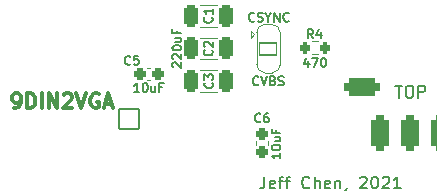
<source format=gbr>
G04 #@! TF.GenerationSoftware,KiCad,Pcbnew,(6.0.0-0)*
G04 #@! TF.CreationDate,2021-12-28T23:34:07-05:00*
G04 #@! TF.ProjectId,9DIN2VGA,3944494e-3256-4474-912e-6b696361645f,1*
G04 #@! TF.SameCoordinates,Original*
G04 #@! TF.FileFunction,Legend,Top*
G04 #@! TF.FilePolarity,Positive*
%FSLAX46Y46*%
G04 Gerber Fmt 4.6, Leading zero omitted, Abs format (unit mm)*
G04 Created by KiCad (PCBNEW (6.0.0-0)) date 2021-12-28 23:34:07*
%MOMM*%
%LPD*%
G01*
G04 APERTURE LIST*
G04 Aperture macros list*
%AMRoundRect*
0 Rectangle with rounded corners*
0 $1 Rounding radius*
0 $2 $3 $4 $5 $6 $7 $8 $9 X,Y pos of 4 corners*
0 Add a 4 corners polygon primitive as box body*
4,1,4,$2,$3,$4,$5,$6,$7,$8,$9,$2,$3,0*
0 Add four circle primitives for the rounded corners*
1,1,$1+$1,$2,$3*
1,1,$1+$1,$4,$5*
1,1,$1+$1,$6,$7*
1,1,$1+$1,$8,$9*
0 Add four rect primitives between the rounded corners*
20,1,$1+$1,$2,$3,$4,$5,0*
20,1,$1+$1,$4,$5,$6,$7,0*
20,1,$1+$1,$6,$7,$8,$9,0*
20,1,$1+$1,$8,$9,$2,$3,0*%
%AMFreePoly0*
4,1,37,0.585921,0.785921,0.600800,0.750000,0.600800,-0.750000,0.585921,-0.785921,0.550000,-0.800800,0.000000,-0.800800,-0.012526,-0.795612,-0.080872,-0.794359,-0.095090,-0.792057,-0.230405,-0.749782,-0.243405,-0.743581,-0.361415,-0.665026,-0.372153,-0.655426,-0.463373,-0.546907,-0.470984,-0.534678,-0.528079,-0.404919,-0.531952,-0.391047,-0.549535,-0.256587,-0.548147,-0.256405,-0.550800,-0.250000,
-0.550800,0.250000,-0.550314,0.251174,-0.550158,0.263925,-0.528347,0.404002,-0.524136,0.417775,-0.463888,0.546100,-0.455980,0.558139,-0.362136,0.664397,-0.351168,0.673732,-0.231273,0.749380,-0.218125,0.755261,-0.081818,0.794218,-0.067547,0.796173,-0.011991,0.795833,0.000000,0.800800,0.550000,0.800800,0.585921,0.785921,0.585921,0.785921,$1*%
%AMFreePoly1*
4,1,37,0.012350,0.795685,0.074215,0.795307,0.088460,0.793178,0.224281,0.752559,0.237356,0.746518,0.356318,0.669411,0.367173,0.659942,0.459711,0.552545,0.467470,0.540411,0.526147,0.411359,0.530190,0.397535,0.550287,0.257202,0.550800,0.250000,0.550800,-0.250000,0.550796,-0.250620,0.550647,-0.262836,0.549947,-0.270644,0.526427,-0.410445,0.522048,-0.424167,0.460236,-0.551746,
0.452182,-0.563686,0.357047,-0.668790,0.345965,-0.677991,0.225155,-0.752168,0.211936,-0.757888,0.075163,-0.795177,0.060870,-0.796957,0.011464,-0.796051,0.000000,-0.800800,-0.550000,-0.800800,-0.585921,-0.785921,-0.600800,-0.750000,-0.600800,0.750000,-0.585921,0.785921,-0.550000,0.800800,0.000000,0.800800,0.012350,0.795685,0.012350,0.795685,$1*%
G04 Aperture macros list end*
%ADD10C,0.187500*%
%ADD11C,0.200000*%
%ADD12C,0.127000*%
%ADD13C,0.300000*%
%ADD14C,0.150000*%
%ADD15C,0.120000*%
%ADD16C,0.100000*%
%ADD17C,0.010000*%
%ADD18RoundRect,0.300799X0.325001X0.650001X-0.325001X0.650001X-0.325001X-0.650001X0.325001X-0.650001X0*%
%ADD19RoundRect,0.275800X0.225000X0.250000X-0.225000X0.250000X-0.225000X-0.250000X0.225000X-0.250000X0*%
%ADD20RoundRect,0.275800X-0.250000X0.225000X-0.250000X-0.225000X0.250000X-0.225000X0.250000X0.225000X0*%
%ADD21RoundRect,0.425800X-0.375000X-1.125000X0.375000X-1.125000X0.375000X1.125000X-0.375000X1.125000X0*%
%ADD22RoundRect,0.425800X1.125000X-0.375000X1.125000X0.375000X-1.125000X0.375000X-1.125000X-0.375000X0*%
%ADD23C,2.101600*%
%ADD24RoundRect,0.550800X-0.500000X-0.500000X0.500000X-0.500000X0.500000X0.500000X-0.500000X0.500000X0*%
%ADD25RoundRect,0.250800X0.200000X0.275000X-0.200000X0.275000X-0.200000X-0.275000X0.200000X-0.275000X0*%
%ADD26FreePoly0,270.000000*%
%ADD27RoundRect,0.050800X-0.750000X0.500000X-0.750000X-0.500000X0.750000X-0.500000X0.750000X0.500000X0*%
%ADD28FreePoly1,270.000000*%
%ADD29O,1.609600X3.117600*%
%ADD30RoundRect,0.050800X-0.850000X-0.850000X0.850000X-0.850000X0.850000X0.850000X-0.850000X0.850000X0*%
%ADD31C,1.801600*%
%ADD32C,4.167600*%
G04 APERTURE END LIST*
D10*
X139099285Y-102473571D02*
X139099285Y-102902142D01*
X139099285Y-102687857D02*
X138349285Y-102687857D01*
X138456428Y-102759285D01*
X138527857Y-102830714D01*
X138563571Y-102902142D01*
X138349285Y-102009285D02*
X138349285Y-101937857D01*
X138385000Y-101866428D01*
X138420714Y-101830714D01*
X138492142Y-101795000D01*
X138635000Y-101759285D01*
X138813571Y-101759285D01*
X138956428Y-101795000D01*
X139027857Y-101830714D01*
X139063571Y-101866428D01*
X139099285Y-101937857D01*
X139099285Y-102009285D01*
X139063571Y-102080714D01*
X139027857Y-102116428D01*
X138956428Y-102152142D01*
X138813571Y-102187857D01*
X138635000Y-102187857D01*
X138492142Y-102152142D01*
X138420714Y-102116428D01*
X138385000Y-102080714D01*
X138349285Y-102009285D01*
X138599285Y-101116428D02*
X139099285Y-101116428D01*
X138599285Y-101437857D02*
X138992142Y-101437857D01*
X139063571Y-101402142D01*
X139099285Y-101330714D01*
X139099285Y-101223571D01*
X139063571Y-101152142D01*
X139027857Y-101116428D01*
X138706428Y-100509285D02*
X138706428Y-100759285D01*
X139099285Y-100759285D02*
X138349285Y-100759285D01*
X138349285Y-100402142D01*
D11*
X137744761Y-104442380D02*
X137744761Y-105156666D01*
X137697142Y-105299523D01*
X137601904Y-105394761D01*
X137459047Y-105442380D01*
X137363809Y-105442380D01*
X138601904Y-105394761D02*
X138506666Y-105442380D01*
X138316190Y-105442380D01*
X138220952Y-105394761D01*
X138173333Y-105299523D01*
X138173333Y-104918571D01*
X138220952Y-104823333D01*
X138316190Y-104775714D01*
X138506666Y-104775714D01*
X138601904Y-104823333D01*
X138649523Y-104918571D01*
X138649523Y-105013809D01*
X138173333Y-105109047D01*
X138935238Y-104775714D02*
X139316190Y-104775714D01*
X139078095Y-105442380D02*
X139078095Y-104585238D01*
X139125714Y-104490000D01*
X139220952Y-104442380D01*
X139316190Y-104442380D01*
X139506666Y-104775714D02*
X139887619Y-104775714D01*
X139649523Y-105442380D02*
X139649523Y-104585238D01*
X139697142Y-104490000D01*
X139792380Y-104442380D01*
X139887619Y-104442380D01*
X141554285Y-105347142D02*
X141506666Y-105394761D01*
X141363809Y-105442380D01*
X141268571Y-105442380D01*
X141125714Y-105394761D01*
X141030476Y-105299523D01*
X140982857Y-105204285D01*
X140935238Y-105013809D01*
X140935238Y-104870952D01*
X140982857Y-104680476D01*
X141030476Y-104585238D01*
X141125714Y-104490000D01*
X141268571Y-104442380D01*
X141363809Y-104442380D01*
X141506666Y-104490000D01*
X141554285Y-104537619D01*
X141982857Y-105442380D02*
X141982857Y-104442380D01*
X142411428Y-105442380D02*
X142411428Y-104918571D01*
X142363809Y-104823333D01*
X142268571Y-104775714D01*
X142125714Y-104775714D01*
X142030476Y-104823333D01*
X141982857Y-104870952D01*
X143268571Y-105394761D02*
X143173333Y-105442380D01*
X142982857Y-105442380D01*
X142887619Y-105394761D01*
X142840000Y-105299523D01*
X142840000Y-104918571D01*
X142887619Y-104823333D01*
X142982857Y-104775714D01*
X143173333Y-104775714D01*
X143268571Y-104823333D01*
X143316190Y-104918571D01*
X143316190Y-105013809D01*
X142840000Y-105109047D01*
X143744761Y-104775714D02*
X143744761Y-105442380D01*
X143744761Y-104870952D02*
X143792380Y-104823333D01*
X143887619Y-104775714D01*
X144030476Y-104775714D01*
X144125714Y-104823333D01*
X144173333Y-104918571D01*
X144173333Y-105442380D01*
X144697142Y-105394761D02*
X144697142Y-105442380D01*
X144649523Y-105537619D01*
X144601904Y-105585238D01*
X145840000Y-104537619D02*
X145887619Y-104490000D01*
X145982857Y-104442380D01*
X146220952Y-104442380D01*
X146316190Y-104490000D01*
X146363809Y-104537619D01*
X146411428Y-104632857D01*
X146411428Y-104728095D01*
X146363809Y-104870952D01*
X145792380Y-105442380D01*
X146411428Y-105442380D01*
X147030476Y-104442380D02*
X147125714Y-104442380D01*
X147220952Y-104490000D01*
X147268571Y-104537619D01*
X147316190Y-104632857D01*
X147363809Y-104823333D01*
X147363809Y-105061428D01*
X147316190Y-105251904D01*
X147268571Y-105347142D01*
X147220952Y-105394761D01*
X147125714Y-105442380D01*
X147030476Y-105442380D01*
X146935238Y-105394761D01*
X146887619Y-105347142D01*
X146840000Y-105251904D01*
X146792380Y-105061428D01*
X146792380Y-104823333D01*
X146840000Y-104632857D01*
X146887619Y-104537619D01*
X146935238Y-104490000D01*
X147030476Y-104442380D01*
X147744761Y-104537619D02*
X147792380Y-104490000D01*
X147887619Y-104442380D01*
X148125714Y-104442380D01*
X148220952Y-104490000D01*
X148268571Y-104537619D01*
X148316190Y-104632857D01*
X148316190Y-104728095D01*
X148268571Y-104870952D01*
X147697142Y-105442380D01*
X148316190Y-105442380D01*
X149268571Y-105442380D02*
X148697142Y-105442380D01*
X148982857Y-105442380D02*
X148982857Y-104442380D01*
X148887619Y-104585238D01*
X148792380Y-104680476D01*
X148697142Y-104728095D01*
D12*
X130020714Y-95179285D02*
X129985000Y-95143571D01*
X129949285Y-95072142D01*
X129949285Y-94893571D01*
X129985000Y-94822142D01*
X130020714Y-94786428D01*
X130092142Y-94750714D01*
X130163571Y-94750714D01*
X130270714Y-94786428D01*
X130699285Y-95215000D01*
X130699285Y-94750714D01*
X130020714Y-94465000D02*
X129985000Y-94429285D01*
X129949285Y-94357857D01*
X129949285Y-94179285D01*
X129985000Y-94107857D01*
X130020714Y-94072142D01*
X130092142Y-94036428D01*
X130163571Y-94036428D01*
X130270714Y-94072142D01*
X130699285Y-94500714D01*
X130699285Y-94036428D01*
X129949285Y-93572142D02*
X129949285Y-93500714D01*
X129985000Y-93429285D01*
X130020714Y-93393571D01*
X130092142Y-93357857D01*
X130235000Y-93322142D01*
X130413571Y-93322142D01*
X130556428Y-93357857D01*
X130627857Y-93393571D01*
X130663571Y-93429285D01*
X130699285Y-93500714D01*
X130699285Y-93572142D01*
X130663571Y-93643571D01*
X130627857Y-93679285D01*
X130556428Y-93715000D01*
X130413571Y-93750714D01*
X130235000Y-93750714D01*
X130092142Y-93715000D01*
X130020714Y-93679285D01*
X129985000Y-93643571D01*
X129949285Y-93572142D01*
X130199285Y-92679285D02*
X130699285Y-92679285D01*
X130199285Y-93000714D02*
X130592142Y-93000714D01*
X130663571Y-92965000D01*
X130699285Y-92893571D01*
X130699285Y-92786428D01*
X130663571Y-92715000D01*
X130627857Y-92679285D01*
X130306428Y-92072142D02*
X130306428Y-92322142D01*
X130699285Y-92322142D02*
X129949285Y-92322142D01*
X129949285Y-91965000D01*
D10*
X141458571Y-94649285D02*
X141458571Y-95149285D01*
X141280000Y-94363571D02*
X141101428Y-94899285D01*
X141565714Y-94899285D01*
X141780000Y-94399285D02*
X142280000Y-94399285D01*
X141958571Y-95149285D01*
X142708571Y-94399285D02*
X142780000Y-94399285D01*
X142851428Y-94435000D01*
X142887142Y-94470714D01*
X142922857Y-94542142D01*
X142958571Y-94685000D01*
X142958571Y-94863571D01*
X142922857Y-95006428D01*
X142887142Y-95077857D01*
X142851428Y-95113571D01*
X142780000Y-95149285D01*
X142708571Y-95149285D01*
X142637142Y-95113571D01*
X142601428Y-95077857D01*
X142565714Y-95006428D01*
X142530000Y-94863571D01*
X142530000Y-94685000D01*
X142565714Y-94542142D01*
X142601428Y-94470714D01*
X142637142Y-94435000D01*
X142708571Y-94399285D01*
D12*
X137215428Y-96632142D02*
X137179142Y-96668428D01*
X137070285Y-96704714D01*
X136997714Y-96704714D01*
X136888857Y-96668428D01*
X136816285Y-96595857D01*
X136780000Y-96523285D01*
X136743714Y-96378142D01*
X136743714Y-96269285D01*
X136780000Y-96124142D01*
X136816285Y-96051571D01*
X136888857Y-95979000D01*
X136997714Y-95942714D01*
X137070285Y-95942714D01*
X137179142Y-95979000D01*
X137215428Y-96015285D01*
X137433142Y-95942714D02*
X137687142Y-96704714D01*
X137941142Y-95942714D01*
X138449142Y-96305571D02*
X138558000Y-96341857D01*
X138594285Y-96378142D01*
X138630571Y-96450714D01*
X138630571Y-96559571D01*
X138594285Y-96632142D01*
X138558000Y-96668428D01*
X138485428Y-96704714D01*
X138195142Y-96704714D01*
X138195142Y-95942714D01*
X138449142Y-95942714D01*
X138521714Y-95979000D01*
X138558000Y-96015285D01*
X138594285Y-96087857D01*
X138594285Y-96160428D01*
X138558000Y-96233000D01*
X138521714Y-96269285D01*
X138449142Y-96305571D01*
X138195142Y-96305571D01*
X138920857Y-96668428D02*
X139029714Y-96704714D01*
X139211142Y-96704714D01*
X139283714Y-96668428D01*
X139320000Y-96632142D01*
X139356285Y-96559571D01*
X139356285Y-96487000D01*
X139320000Y-96414428D01*
X139283714Y-96378142D01*
X139211142Y-96341857D01*
X139066000Y-96305571D01*
X138993428Y-96269285D01*
X138957142Y-96233000D01*
X138920857Y-96160428D01*
X138920857Y-96087857D01*
X138957142Y-96015285D01*
X138993428Y-95979000D01*
X139066000Y-95942714D01*
X139247428Y-95942714D01*
X139356285Y-95979000D01*
D10*
X127136428Y-97269285D02*
X126707857Y-97269285D01*
X126922142Y-97269285D02*
X126922142Y-96519285D01*
X126850714Y-96626428D01*
X126779285Y-96697857D01*
X126707857Y-96733571D01*
X127600714Y-96519285D02*
X127672142Y-96519285D01*
X127743571Y-96555000D01*
X127779285Y-96590714D01*
X127815000Y-96662142D01*
X127850714Y-96805000D01*
X127850714Y-96983571D01*
X127815000Y-97126428D01*
X127779285Y-97197857D01*
X127743571Y-97233571D01*
X127672142Y-97269285D01*
X127600714Y-97269285D01*
X127529285Y-97233571D01*
X127493571Y-97197857D01*
X127457857Y-97126428D01*
X127422142Y-96983571D01*
X127422142Y-96805000D01*
X127457857Y-96662142D01*
X127493571Y-96590714D01*
X127529285Y-96555000D01*
X127600714Y-96519285D01*
X128493571Y-96769285D02*
X128493571Y-97269285D01*
X128172142Y-96769285D02*
X128172142Y-97162142D01*
X128207857Y-97233571D01*
X128279285Y-97269285D01*
X128386428Y-97269285D01*
X128457857Y-97233571D01*
X128493571Y-97197857D01*
X129100714Y-96876428D02*
X128850714Y-96876428D01*
X128850714Y-97269285D02*
X128850714Y-96519285D01*
X129207857Y-96519285D01*
D11*
X148830476Y-96742380D02*
X149401904Y-96742380D01*
X149116190Y-97742380D02*
X149116190Y-96742380D01*
X149925714Y-96742380D02*
X150116190Y-96742380D01*
X150211428Y-96790000D01*
X150306666Y-96885238D01*
X150354285Y-97075714D01*
X150354285Y-97409047D01*
X150306666Y-97599523D01*
X150211428Y-97694761D01*
X150116190Y-97742380D01*
X149925714Y-97742380D01*
X149830476Y-97694761D01*
X149735238Y-97599523D01*
X149687619Y-97409047D01*
X149687619Y-97075714D01*
X149735238Y-96885238D01*
X149830476Y-96790000D01*
X149925714Y-96742380D01*
X150782857Y-97742380D02*
X150782857Y-96742380D01*
X151163809Y-96742380D01*
X151259047Y-96790000D01*
X151306666Y-96837619D01*
X151354285Y-96932857D01*
X151354285Y-97075714D01*
X151306666Y-97170952D01*
X151259047Y-97218571D01*
X151163809Y-97266190D01*
X150782857Y-97266190D01*
D13*
X116502857Y-98645476D02*
X116740952Y-98645476D01*
X116860000Y-98585952D01*
X116919523Y-98526428D01*
X117038571Y-98347857D01*
X117098095Y-98109761D01*
X117098095Y-97633571D01*
X117038571Y-97514523D01*
X116979047Y-97455000D01*
X116860000Y-97395476D01*
X116621904Y-97395476D01*
X116502857Y-97455000D01*
X116443333Y-97514523D01*
X116383809Y-97633571D01*
X116383809Y-97931190D01*
X116443333Y-98050238D01*
X116502857Y-98109761D01*
X116621904Y-98169285D01*
X116860000Y-98169285D01*
X116979047Y-98109761D01*
X117038571Y-98050238D01*
X117098095Y-97931190D01*
X117633809Y-98645476D02*
X117633809Y-97395476D01*
X117931428Y-97395476D01*
X118110000Y-97455000D01*
X118229047Y-97574047D01*
X118288571Y-97693095D01*
X118348095Y-97931190D01*
X118348095Y-98109761D01*
X118288571Y-98347857D01*
X118229047Y-98466904D01*
X118110000Y-98585952D01*
X117931428Y-98645476D01*
X117633809Y-98645476D01*
X118883809Y-98645476D02*
X118883809Y-97395476D01*
X119479047Y-98645476D02*
X119479047Y-97395476D01*
X120193333Y-98645476D01*
X120193333Y-97395476D01*
X120729047Y-97514523D02*
X120788571Y-97455000D01*
X120907619Y-97395476D01*
X121205238Y-97395476D01*
X121324285Y-97455000D01*
X121383809Y-97514523D01*
X121443333Y-97633571D01*
X121443333Y-97752619D01*
X121383809Y-97931190D01*
X120669523Y-98645476D01*
X121443333Y-98645476D01*
X121800476Y-97395476D02*
X122217142Y-98645476D01*
X122633809Y-97395476D01*
X123705238Y-97455000D02*
X123586190Y-97395476D01*
X123407619Y-97395476D01*
X123229047Y-97455000D01*
X123110000Y-97574047D01*
X123050476Y-97693095D01*
X122990952Y-97931190D01*
X122990952Y-98109761D01*
X123050476Y-98347857D01*
X123110000Y-98466904D01*
X123229047Y-98585952D01*
X123407619Y-98645476D01*
X123526666Y-98645476D01*
X123705238Y-98585952D01*
X123764761Y-98526428D01*
X123764761Y-98109761D01*
X123526666Y-98109761D01*
X124240952Y-98288333D02*
X124836190Y-98288333D01*
X124121904Y-98645476D02*
X124538571Y-97395476D01*
X124955238Y-98645476D01*
D12*
X136876285Y-91242142D02*
X136840000Y-91278428D01*
X136731142Y-91314714D01*
X136658571Y-91314714D01*
X136549714Y-91278428D01*
X136477142Y-91205857D01*
X136440857Y-91133285D01*
X136404571Y-90988142D01*
X136404571Y-90879285D01*
X136440857Y-90734142D01*
X136477142Y-90661571D01*
X136549714Y-90589000D01*
X136658571Y-90552714D01*
X136731142Y-90552714D01*
X136840000Y-90589000D01*
X136876285Y-90625285D01*
X137166571Y-91278428D02*
X137275428Y-91314714D01*
X137456857Y-91314714D01*
X137529428Y-91278428D01*
X137565714Y-91242142D01*
X137602000Y-91169571D01*
X137602000Y-91097000D01*
X137565714Y-91024428D01*
X137529428Y-90988142D01*
X137456857Y-90951857D01*
X137311714Y-90915571D01*
X137239142Y-90879285D01*
X137202857Y-90843000D01*
X137166571Y-90770428D01*
X137166571Y-90697857D01*
X137202857Y-90625285D01*
X137239142Y-90589000D01*
X137311714Y-90552714D01*
X137493142Y-90552714D01*
X137602000Y-90589000D01*
X138073714Y-90951857D02*
X138073714Y-91314714D01*
X137819714Y-90552714D02*
X138073714Y-90951857D01*
X138327714Y-90552714D01*
X138581714Y-91314714D02*
X138581714Y-90552714D01*
X139017142Y-91314714D01*
X139017142Y-90552714D01*
X139815428Y-91242142D02*
X139779142Y-91278428D01*
X139670285Y-91314714D01*
X139597714Y-91314714D01*
X139488857Y-91278428D01*
X139416285Y-91205857D01*
X139380000Y-91133285D01*
X139343714Y-90988142D01*
X139343714Y-90879285D01*
X139380000Y-90734142D01*
X139416285Y-90661571D01*
X139488857Y-90589000D01*
X139597714Y-90552714D01*
X139670285Y-90552714D01*
X139779142Y-90589000D01*
X139815428Y-90625285D01*
D14*
X133277857Y-90935000D02*
X133313571Y-90970714D01*
X133349285Y-91077857D01*
X133349285Y-91149285D01*
X133313571Y-91256428D01*
X133242142Y-91327857D01*
X133170714Y-91363571D01*
X133027857Y-91399285D01*
X132920714Y-91399285D01*
X132777857Y-91363571D01*
X132706428Y-91327857D01*
X132635000Y-91256428D01*
X132599285Y-91149285D01*
X132599285Y-91077857D01*
X132635000Y-90970714D01*
X132670714Y-90935000D01*
X133349285Y-90220714D02*
X133349285Y-90649285D01*
X133349285Y-90435000D02*
X132599285Y-90435000D01*
X132706428Y-90506428D01*
X132777857Y-90577857D01*
X132813571Y-90649285D01*
X133297857Y-93715000D02*
X133333571Y-93750714D01*
X133369285Y-93857857D01*
X133369285Y-93929285D01*
X133333571Y-94036428D01*
X133262142Y-94107857D01*
X133190714Y-94143571D01*
X133047857Y-94179285D01*
X132940714Y-94179285D01*
X132797857Y-94143571D01*
X132726428Y-94107857D01*
X132655000Y-94036428D01*
X132619285Y-93929285D01*
X132619285Y-93857857D01*
X132655000Y-93750714D01*
X132690714Y-93715000D01*
X132690714Y-93429285D02*
X132655000Y-93393571D01*
X132619285Y-93322142D01*
X132619285Y-93143571D01*
X132655000Y-93072142D01*
X132690714Y-93036428D01*
X132762142Y-93000714D01*
X132833571Y-93000714D01*
X132940714Y-93036428D01*
X133369285Y-93465000D01*
X133369285Y-93000714D01*
X133337857Y-96475000D02*
X133373571Y-96510714D01*
X133409285Y-96617857D01*
X133409285Y-96689285D01*
X133373571Y-96796428D01*
X133302142Y-96867857D01*
X133230714Y-96903571D01*
X133087857Y-96939285D01*
X132980714Y-96939285D01*
X132837857Y-96903571D01*
X132766428Y-96867857D01*
X132695000Y-96796428D01*
X132659285Y-96689285D01*
X132659285Y-96617857D01*
X132695000Y-96510714D01*
X132730714Y-96475000D01*
X132659285Y-96225000D02*
X132659285Y-95760714D01*
X132945000Y-96010714D01*
X132945000Y-95903571D01*
X132980714Y-95832142D01*
X133016428Y-95796428D01*
X133087857Y-95760714D01*
X133266428Y-95760714D01*
X133337857Y-95796428D01*
X133373571Y-95832142D01*
X133409285Y-95903571D01*
X133409285Y-96117857D01*
X133373571Y-96189285D01*
X133337857Y-96225000D01*
X126395000Y-94907857D02*
X126359285Y-94943571D01*
X126252142Y-94979285D01*
X126180714Y-94979285D01*
X126073571Y-94943571D01*
X126002142Y-94872142D01*
X125966428Y-94800714D01*
X125930714Y-94657857D01*
X125930714Y-94550714D01*
X125966428Y-94407857D01*
X126002142Y-94336428D01*
X126073571Y-94265000D01*
X126180714Y-94229285D01*
X126252142Y-94229285D01*
X126359285Y-94265000D01*
X126395000Y-94300714D01*
X127073571Y-94229285D02*
X126716428Y-94229285D01*
X126680714Y-94586428D01*
X126716428Y-94550714D01*
X126787857Y-94515000D01*
X126966428Y-94515000D01*
X127037857Y-94550714D01*
X127073571Y-94586428D01*
X127109285Y-94657857D01*
X127109285Y-94836428D01*
X127073571Y-94907857D01*
X127037857Y-94943571D01*
X126966428Y-94979285D01*
X126787857Y-94979285D01*
X126716428Y-94943571D01*
X126680714Y-94907857D01*
X137405000Y-99767857D02*
X137369285Y-99803571D01*
X137262142Y-99839285D01*
X137190714Y-99839285D01*
X137083571Y-99803571D01*
X137012142Y-99732142D01*
X136976428Y-99660714D01*
X136940714Y-99517857D01*
X136940714Y-99410714D01*
X136976428Y-99267857D01*
X137012142Y-99196428D01*
X137083571Y-99125000D01*
X137190714Y-99089285D01*
X137262142Y-99089285D01*
X137369285Y-99125000D01*
X137405000Y-99160714D01*
X138047857Y-99089285D02*
X137905000Y-99089285D01*
X137833571Y-99125000D01*
X137797857Y-99160714D01*
X137726428Y-99267857D01*
X137690714Y-99410714D01*
X137690714Y-99696428D01*
X137726428Y-99767857D01*
X137762142Y-99803571D01*
X137833571Y-99839285D01*
X137976428Y-99839285D01*
X138047857Y-99803571D01*
X138083571Y-99767857D01*
X138119285Y-99696428D01*
X138119285Y-99517857D01*
X138083571Y-99446428D01*
X138047857Y-99410714D01*
X137976428Y-99375000D01*
X137833571Y-99375000D01*
X137762142Y-99410714D01*
X137726428Y-99446428D01*
X137690714Y-99517857D01*
X141855000Y-92729285D02*
X141605000Y-92372142D01*
X141426428Y-92729285D02*
X141426428Y-91979285D01*
X141712142Y-91979285D01*
X141783571Y-92015000D01*
X141819285Y-92050714D01*
X141855000Y-92122142D01*
X141855000Y-92229285D01*
X141819285Y-92300714D01*
X141783571Y-92336428D01*
X141712142Y-92372142D01*
X141426428Y-92372142D01*
X142497857Y-92229285D02*
X142497857Y-92729285D01*
X142319285Y-91943571D02*
X142140714Y-92479285D01*
X142605000Y-92479285D01*
D15*
X133726252Y-91770000D02*
X132303748Y-91770000D01*
X133726252Y-89950000D02*
X132303748Y-89950000D01*
X133726252Y-94500000D02*
X132303748Y-94500000D01*
X133726252Y-92680000D02*
X132303748Y-92680000D01*
X133726252Y-95420000D02*
X132303748Y-95420000D01*
X133726252Y-97240000D02*
X132303748Y-97240000D01*
X128090580Y-96240000D02*
X127809420Y-96240000D01*
X128090580Y-95220000D02*
X127809420Y-95220000D01*
X138050000Y-101464420D02*
X138050000Y-101745580D01*
X137030000Y-101464420D02*
X137030000Y-101745580D01*
X142257258Y-92987500D02*
X141782742Y-92987500D01*
X142257258Y-94032500D02*
X141782742Y-94032500D01*
X137780000Y-91550000D02*
X138380000Y-91550000D01*
X136880000Y-92400000D02*
X136580000Y-92700000D01*
X138380000Y-95650000D02*
X137780000Y-95650000D01*
X139080000Y-92200000D02*
X139080000Y-95000000D01*
X136880000Y-92400000D02*
X136580000Y-92100000D01*
X136580000Y-92100000D02*
X136580000Y-92700000D01*
X137080000Y-95000000D02*
X137080000Y-92200000D01*
X137080000Y-94950000D02*
G75*
G03*
X137780000Y-95650000I699999J-1D01*
G01*
X139080000Y-92250000D02*
G75*
G03*
X138380000Y-91550000I-699999J1D01*
G01*
X138380000Y-95650000D02*
G75*
G03*
X139080000Y-94950000I1J699999D01*
G01*
X137780000Y-91550000D02*
G75*
G03*
X137080000Y-92250000I-1J-699999D01*
G01*
%LPC*%
D16*
X145930000Y-95050000D02*
X144120000Y-95050000D01*
X144120000Y-95050000D02*
X144120000Y-88730000D01*
X144120000Y-88730000D02*
X145930000Y-88730000D01*
X145930000Y-88730000D02*
X145930000Y-95050000D01*
G36*
X145930000Y-95050000D02*
G01*
X144120000Y-95050000D01*
X144120000Y-88730000D01*
X145930000Y-88730000D01*
X145930000Y-95050000D01*
G37*
X145930000Y-95050000D02*
X144120000Y-95050000D01*
X144120000Y-88730000D01*
X145930000Y-88730000D01*
X145930000Y-95050000D01*
D17*
X152875671Y-92039981D02*
X152873488Y-92040400D01*
X152873488Y-92040400D02*
X152871509Y-92039196D01*
X152871509Y-92039196D02*
X152867445Y-92035801D01*
X152867445Y-92035801D02*
X152861646Y-92030541D01*
X152861646Y-92030541D02*
X152854463Y-92023743D01*
X152854463Y-92023743D02*
X152846248Y-92015732D01*
X152846248Y-92015732D02*
X152837351Y-92006834D01*
X152837351Y-92006834D02*
X152837327Y-92006810D01*
X152837327Y-92006810D02*
X152803456Y-91972825D01*
X152803456Y-91972825D02*
X152771384Y-91941262D01*
X152771384Y-91941262D02*
X152741177Y-91912182D01*
X152741177Y-91912182D02*
X152712896Y-91885644D01*
X152712896Y-91885644D02*
X152686607Y-91861709D01*
X152686607Y-91861709D02*
X152662372Y-91840437D01*
X152662372Y-91840437D02*
X152648392Y-91828601D01*
X152648392Y-91828601D02*
X152641970Y-91823455D01*
X152641970Y-91823455D02*
X152633221Y-91816748D01*
X152633221Y-91816748D02*
X152622712Y-91808898D01*
X152622712Y-91808898D02*
X152611007Y-91800321D01*
X152611007Y-91800321D02*
X152598672Y-91791435D01*
X152598672Y-91791435D02*
X152586271Y-91782656D01*
X152586271Y-91782656D02*
X152583578Y-91780772D01*
X152583578Y-91780772D02*
X152561661Y-91765376D01*
X152561661Y-91765376D02*
X152542104Y-91751409D01*
X152542104Y-91751409D02*
X152524311Y-91738424D01*
X152524311Y-91738424D02*
X152507685Y-91725970D01*
X152507685Y-91725970D02*
X152491631Y-91713599D01*
X152491631Y-91713599D02*
X152475551Y-91700864D01*
X152475551Y-91700864D02*
X152458848Y-91687314D01*
X152458848Y-91687314D02*
X152453800Y-91683166D01*
X152453800Y-91683166D02*
X152424445Y-91659285D01*
X152424445Y-91659285D02*
X152397238Y-91637786D01*
X152397238Y-91637786D02*
X152371935Y-91618488D01*
X152371935Y-91618488D02*
X152348298Y-91601206D01*
X152348298Y-91601206D02*
X152326084Y-91585761D01*
X152326084Y-91585761D02*
X152315872Y-91578956D01*
X152315872Y-91578956D02*
X152308919Y-91574688D01*
X152308919Y-91574688D02*
X152299072Y-91569086D01*
X152299072Y-91569086D02*
X152286613Y-91562290D01*
X152286613Y-91562290D02*
X152271825Y-91554441D01*
X152271825Y-91554441D02*
X152254990Y-91545680D01*
X152254990Y-91545680D02*
X152236391Y-91536149D01*
X152236391Y-91536149D02*
X152216311Y-91525989D01*
X152216311Y-91525989D02*
X152195032Y-91515340D01*
X152195032Y-91515340D02*
X152172838Y-91504345D01*
X152172838Y-91504345D02*
X152150010Y-91493143D01*
X152150010Y-91493143D02*
X152126832Y-91481877D01*
X152126832Y-91481877D02*
X152103586Y-91470688D01*
X152103586Y-91470688D02*
X152080555Y-91459716D01*
X152080555Y-91459716D02*
X152058022Y-91449103D01*
X152058022Y-91449103D02*
X152036269Y-91438989D01*
X152036269Y-91438989D02*
X152027255Y-91434843D01*
X152027255Y-91434843D02*
X151991725Y-91418773D01*
X151991725Y-91418773D02*
X151953621Y-91401938D01*
X151953621Y-91401938D02*
X151913696Y-91384662D01*
X151913696Y-91384662D02*
X151872708Y-91367265D01*
X151872708Y-91367265D02*
X151831411Y-91350070D01*
X151831411Y-91350070D02*
X151790560Y-91333399D01*
X151790560Y-91333399D02*
X151770627Y-91325396D01*
X151770627Y-91325396D02*
X151758807Y-91320643D01*
X151758807Y-91320643D02*
X151747900Y-91316191D01*
X151747900Y-91316191D02*
X151738378Y-91312238D01*
X151738378Y-91312238D02*
X151730714Y-91308982D01*
X151730714Y-91308982D02*
X151725382Y-91306621D01*
X151725382Y-91306621D02*
X151722893Y-91305380D01*
X151722893Y-91305380D02*
X151719649Y-91301465D01*
X151719649Y-91301465D02*
X151718769Y-91296303D01*
X151718769Y-91296303D02*
X151720225Y-91291206D01*
X151720225Y-91291206D02*
X151723264Y-91287917D01*
X151723264Y-91287917D02*
X151724464Y-91287257D01*
X151724464Y-91287257D02*
X151725955Y-91286841D01*
X151725955Y-91286841D02*
X151728061Y-91286733D01*
X151728061Y-91286733D02*
X151731105Y-91286997D01*
X151731105Y-91286997D02*
X151735409Y-91287697D01*
X151735409Y-91287697D02*
X151741297Y-91288897D01*
X151741297Y-91288897D02*
X151749092Y-91290660D01*
X151749092Y-91290660D02*
X151759117Y-91293051D01*
X151759117Y-91293051D02*
X151771695Y-91296133D01*
X151771695Y-91296133D02*
X151787149Y-91299970D01*
X151787149Y-91299970D02*
X151798150Y-91302715D01*
X151798150Y-91302715D02*
X151828566Y-91310386D01*
X151828566Y-91310386D02*
X151856134Y-91317515D01*
X151856134Y-91317515D02*
X151881433Y-91324276D01*
X151881433Y-91324276D02*
X151905046Y-91330841D01*
X151905046Y-91330841D02*
X151927552Y-91337383D01*
X151927552Y-91337383D02*
X151949534Y-91344076D01*
X151949534Y-91344076D02*
X151971572Y-91351092D01*
X151971572Y-91351092D02*
X151994246Y-91358605D01*
X151994246Y-91358605D02*
X152018139Y-91366787D01*
X152018139Y-91366787D02*
X152043830Y-91375811D01*
X152043830Y-91375811D02*
X152044772Y-91376145D01*
X152044772Y-91376145D02*
X152075312Y-91387090D01*
X152075312Y-91387090D02*
X152106089Y-91398316D01*
X152106089Y-91398316D02*
X152136870Y-91409730D01*
X152136870Y-91409730D02*
X152167424Y-91421239D01*
X152167424Y-91421239D02*
X152197522Y-91432748D01*
X152197522Y-91432748D02*
X152226930Y-91444163D01*
X152226930Y-91444163D02*
X152255418Y-91455393D01*
X152255418Y-91455393D02*
X152282755Y-91466341D01*
X152282755Y-91466341D02*
X152308710Y-91476916D01*
X152308710Y-91476916D02*
X152333051Y-91487023D01*
X152333051Y-91487023D02*
X152355548Y-91496569D01*
X152355548Y-91496569D02*
X152375968Y-91505459D01*
X152375968Y-91505459D02*
X152394081Y-91513602D01*
X152394081Y-91513602D02*
X152409655Y-91520901D01*
X152409655Y-91520901D02*
X152422460Y-91527265D01*
X152422460Y-91527265D02*
X152432264Y-91532600D01*
X152432264Y-91532600D02*
X152434788Y-91534110D01*
X152434788Y-91534110D02*
X152444248Y-91540356D01*
X152444248Y-91540356D02*
X152454396Y-91547887D01*
X152454396Y-91547887D02*
X152465506Y-91556941D01*
X152465506Y-91556941D02*
X152477850Y-91567757D01*
X152477850Y-91567757D02*
X152491703Y-91580573D01*
X152491703Y-91580573D02*
X152507337Y-91595625D01*
X152507337Y-91595625D02*
X152521336Y-91609463D01*
X152521336Y-91609463D02*
X152550231Y-91638902D01*
X152550231Y-91638902D02*
X152580560Y-91670948D01*
X152580560Y-91670948D02*
X152611974Y-91705193D01*
X152611974Y-91705193D02*
X152644124Y-91741231D01*
X152644124Y-91741231D02*
X152676660Y-91778652D01*
X152676660Y-91778652D02*
X152709233Y-91817049D01*
X152709233Y-91817049D02*
X152741493Y-91856015D01*
X152741493Y-91856015D02*
X152773090Y-91895142D01*
X152773090Y-91895142D02*
X152803676Y-91934022D01*
X152803676Y-91934022D02*
X152832901Y-91972247D01*
X152832901Y-91972247D02*
X152837253Y-91978043D01*
X152837253Y-91978043D02*
X152845473Y-91989037D01*
X152845473Y-91989037D02*
X152853232Y-91999452D01*
X152853232Y-91999452D02*
X152860216Y-92008866D01*
X152860216Y-92008866D02*
X152866115Y-92016857D01*
X152866115Y-92016857D02*
X152870616Y-92023004D01*
X152870616Y-92023004D02*
X152873408Y-92026885D01*
X152873408Y-92026885D02*
X152873825Y-92027484D01*
X152873825Y-92027484D02*
X152876877Y-92033190D01*
X152876877Y-92033190D02*
X152877488Y-92037503D01*
X152877488Y-92037503D02*
X152875671Y-92039981D01*
X152875671Y-92039981D02*
X152875671Y-92039981D01*
G36*
X151731105Y-91286997D02*
G01*
X151735409Y-91287697D01*
X151741297Y-91288897D01*
X151749092Y-91290660D01*
X151759117Y-91293051D01*
X151771695Y-91296133D01*
X151787149Y-91299970D01*
X151798150Y-91302715D01*
X151828566Y-91310386D01*
X151856134Y-91317515D01*
X151881433Y-91324276D01*
X151905046Y-91330841D01*
X151927552Y-91337383D01*
X151949534Y-91344076D01*
X151971572Y-91351092D01*
X151994246Y-91358605D01*
X152018139Y-91366787D01*
X152043830Y-91375811D01*
X152044772Y-91376145D01*
X152075312Y-91387090D01*
X152106089Y-91398316D01*
X152136870Y-91409730D01*
X152167424Y-91421239D01*
X152197522Y-91432748D01*
X152226930Y-91444163D01*
X152255418Y-91455393D01*
X152282755Y-91466341D01*
X152308710Y-91476916D01*
X152333051Y-91487023D01*
X152355548Y-91496569D01*
X152375968Y-91505459D01*
X152394081Y-91513602D01*
X152409655Y-91520901D01*
X152422460Y-91527265D01*
X152432264Y-91532600D01*
X152434788Y-91534110D01*
X152444248Y-91540356D01*
X152454396Y-91547887D01*
X152465506Y-91556941D01*
X152477850Y-91567757D01*
X152491703Y-91580573D01*
X152507337Y-91595625D01*
X152521336Y-91609463D01*
X152550231Y-91638902D01*
X152580560Y-91670948D01*
X152611974Y-91705193D01*
X152644124Y-91741231D01*
X152676660Y-91778652D01*
X152709233Y-91817049D01*
X152741493Y-91856015D01*
X152773090Y-91895142D01*
X152803676Y-91934022D01*
X152832901Y-91972247D01*
X152837253Y-91978043D01*
X152845473Y-91989037D01*
X152853232Y-91999452D01*
X152860216Y-92008866D01*
X152866115Y-92016857D01*
X152870616Y-92023004D01*
X152873408Y-92026885D01*
X152873825Y-92027484D01*
X152876877Y-92033190D01*
X152877488Y-92037503D01*
X152875671Y-92039981D01*
X152873488Y-92040400D01*
X152871509Y-92039196D01*
X152867445Y-92035801D01*
X152861646Y-92030541D01*
X152854463Y-92023743D01*
X152846248Y-92015732D01*
X152837351Y-92006834D01*
X152837327Y-92006810D01*
X152803456Y-91972825D01*
X152771384Y-91941262D01*
X152741177Y-91912182D01*
X152712896Y-91885644D01*
X152686607Y-91861709D01*
X152662372Y-91840437D01*
X152648392Y-91828601D01*
X152641970Y-91823455D01*
X152633221Y-91816748D01*
X152622712Y-91808898D01*
X152611007Y-91800321D01*
X152598672Y-91791435D01*
X152586271Y-91782656D01*
X152583578Y-91780772D01*
X152561661Y-91765376D01*
X152542104Y-91751409D01*
X152524311Y-91738424D01*
X152507685Y-91725970D01*
X152491631Y-91713599D01*
X152475551Y-91700864D01*
X152458848Y-91687314D01*
X152453800Y-91683166D01*
X152424445Y-91659285D01*
X152397238Y-91637786D01*
X152371935Y-91618488D01*
X152348298Y-91601206D01*
X152326084Y-91585761D01*
X152315872Y-91578956D01*
X152308919Y-91574688D01*
X152299072Y-91569086D01*
X152286613Y-91562290D01*
X152271825Y-91554441D01*
X152254990Y-91545680D01*
X152236391Y-91536149D01*
X152216311Y-91525989D01*
X152195032Y-91515340D01*
X152172838Y-91504345D01*
X152150010Y-91493143D01*
X152126832Y-91481877D01*
X152103586Y-91470688D01*
X152080555Y-91459716D01*
X152058022Y-91449103D01*
X152036269Y-91438989D01*
X152027255Y-91434843D01*
X151991725Y-91418773D01*
X151953621Y-91401938D01*
X151913696Y-91384662D01*
X151872708Y-91367265D01*
X151831411Y-91350070D01*
X151790560Y-91333399D01*
X151770627Y-91325396D01*
X151758807Y-91320643D01*
X151747900Y-91316191D01*
X151738378Y-91312238D01*
X151730714Y-91308982D01*
X151725382Y-91306621D01*
X151722893Y-91305380D01*
X151719649Y-91301465D01*
X151718769Y-91296303D01*
X151720225Y-91291206D01*
X151723264Y-91287917D01*
X151724464Y-91287257D01*
X151725955Y-91286841D01*
X151728061Y-91286733D01*
X151731105Y-91286997D01*
G37*
X151731105Y-91286997D02*
X151735409Y-91287697D01*
X151741297Y-91288897D01*
X151749092Y-91290660D01*
X151759117Y-91293051D01*
X151771695Y-91296133D01*
X151787149Y-91299970D01*
X151798150Y-91302715D01*
X151828566Y-91310386D01*
X151856134Y-91317515D01*
X151881433Y-91324276D01*
X151905046Y-91330841D01*
X151927552Y-91337383D01*
X151949534Y-91344076D01*
X151971572Y-91351092D01*
X151994246Y-91358605D01*
X152018139Y-91366787D01*
X152043830Y-91375811D01*
X152044772Y-91376145D01*
X152075312Y-91387090D01*
X152106089Y-91398316D01*
X152136870Y-91409730D01*
X152167424Y-91421239D01*
X152197522Y-91432748D01*
X152226930Y-91444163D01*
X152255418Y-91455393D01*
X152282755Y-91466341D01*
X152308710Y-91476916D01*
X152333051Y-91487023D01*
X152355548Y-91496569D01*
X152375968Y-91505459D01*
X152394081Y-91513602D01*
X152409655Y-91520901D01*
X152422460Y-91527265D01*
X152432264Y-91532600D01*
X152434788Y-91534110D01*
X152444248Y-91540356D01*
X152454396Y-91547887D01*
X152465506Y-91556941D01*
X152477850Y-91567757D01*
X152491703Y-91580573D01*
X152507337Y-91595625D01*
X152521336Y-91609463D01*
X152550231Y-91638902D01*
X152580560Y-91670948D01*
X152611974Y-91705193D01*
X152644124Y-91741231D01*
X152676660Y-91778652D01*
X152709233Y-91817049D01*
X152741493Y-91856015D01*
X152773090Y-91895142D01*
X152803676Y-91934022D01*
X152832901Y-91972247D01*
X152837253Y-91978043D01*
X152845473Y-91989037D01*
X152853232Y-91999452D01*
X152860216Y-92008866D01*
X152866115Y-92016857D01*
X152870616Y-92023004D01*
X152873408Y-92026885D01*
X152873825Y-92027484D01*
X152876877Y-92033190D01*
X152877488Y-92037503D01*
X152875671Y-92039981D01*
X152873488Y-92040400D01*
X152871509Y-92039196D01*
X152867445Y-92035801D01*
X152861646Y-92030541D01*
X152854463Y-92023743D01*
X152846248Y-92015732D01*
X152837351Y-92006834D01*
X152837327Y-92006810D01*
X152803456Y-91972825D01*
X152771384Y-91941262D01*
X152741177Y-91912182D01*
X152712896Y-91885644D01*
X152686607Y-91861709D01*
X152662372Y-91840437D01*
X152648392Y-91828601D01*
X152641970Y-91823455D01*
X152633221Y-91816748D01*
X152622712Y-91808898D01*
X152611007Y-91800321D01*
X152598672Y-91791435D01*
X152586271Y-91782656D01*
X152583578Y-91780772D01*
X152561661Y-91765376D01*
X152542104Y-91751409D01*
X152524311Y-91738424D01*
X152507685Y-91725970D01*
X152491631Y-91713599D01*
X152475551Y-91700864D01*
X152458848Y-91687314D01*
X152453800Y-91683166D01*
X152424445Y-91659285D01*
X152397238Y-91637786D01*
X152371935Y-91618488D01*
X152348298Y-91601206D01*
X152326084Y-91585761D01*
X152315872Y-91578956D01*
X152308919Y-91574688D01*
X152299072Y-91569086D01*
X152286613Y-91562290D01*
X152271825Y-91554441D01*
X152254990Y-91545680D01*
X152236391Y-91536149D01*
X152216311Y-91525989D01*
X152195032Y-91515340D01*
X152172838Y-91504345D01*
X152150010Y-91493143D01*
X152126832Y-91481877D01*
X152103586Y-91470688D01*
X152080555Y-91459716D01*
X152058022Y-91449103D01*
X152036269Y-91438989D01*
X152027255Y-91434843D01*
X151991725Y-91418773D01*
X151953621Y-91401938D01*
X151913696Y-91384662D01*
X151872708Y-91367265D01*
X151831411Y-91350070D01*
X151790560Y-91333399D01*
X151770627Y-91325396D01*
X151758807Y-91320643D01*
X151747900Y-91316191D01*
X151738378Y-91312238D01*
X151730714Y-91308982D01*
X151725382Y-91306621D01*
X151722893Y-91305380D01*
X151719649Y-91301465D01*
X151718769Y-91296303D01*
X151720225Y-91291206D01*
X151723264Y-91287917D01*
X151724464Y-91287257D01*
X151725955Y-91286841D01*
X151728061Y-91286733D01*
X151731105Y-91286997D01*
X151329830Y-90896408D02*
X151328373Y-90899062D01*
X151328373Y-90899062D02*
X151325099Y-90902581D01*
X151325099Y-90902581D02*
X151318725Y-90907557D01*
X151318725Y-90907557D02*
X151309244Y-90913993D01*
X151309244Y-90913993D02*
X151296650Y-90921892D01*
X151296650Y-90921892D02*
X151280936Y-90931259D01*
X151280936Y-90931259D02*
X151262097Y-90942097D01*
X151262097Y-90942097D02*
X151240125Y-90954410D01*
X151240125Y-90954410D02*
X151215015Y-90968201D01*
X151215015Y-90968201D02*
X151186759Y-90983473D01*
X151186759Y-90983473D02*
X151155353Y-91000232D01*
X151155353Y-91000232D02*
X151120788Y-91018479D01*
X151120788Y-91018479D02*
X151096213Y-91031355D01*
X151096213Y-91031355D02*
X151078807Y-91040461D01*
X151078807Y-91040461D02*
X151062147Y-91049195D01*
X151062147Y-91049195D02*
X151046523Y-91057405D01*
X151046523Y-91057405D02*
X151032225Y-91064937D01*
X151032225Y-91064937D02*
X151019542Y-91071639D01*
X151019542Y-91071639D02*
X151008764Y-91077357D01*
X151008764Y-91077357D02*
X151000180Y-91081939D01*
X151000180Y-91081939D02*
X150994080Y-91085232D01*
X150994080Y-91085232D02*
X150990753Y-91087082D01*
X150990753Y-91087082D02*
X150990507Y-91087228D01*
X150990507Y-91087228D02*
X150988671Y-91088859D01*
X150988671Y-91088859D02*
X150984497Y-91092915D01*
X150984497Y-91092915D02*
X150978078Y-91099301D01*
X150978078Y-91099301D02*
X150969509Y-91107919D01*
X150969509Y-91107919D02*
X150958883Y-91118672D01*
X150958883Y-91118672D02*
X150946293Y-91131465D01*
X150946293Y-91131465D02*
X150931833Y-91146200D01*
X150931833Y-91146200D02*
X150915597Y-91162781D01*
X150915597Y-91162781D02*
X150897677Y-91181110D01*
X150897677Y-91181110D02*
X150878169Y-91201092D01*
X150878169Y-91201092D02*
X150857165Y-91222630D01*
X150857165Y-91222630D02*
X150834759Y-91245626D01*
X150834759Y-91245626D02*
X150811045Y-91269985D01*
X150811045Y-91269985D02*
X150786115Y-91295609D01*
X150786115Y-91295609D02*
X150760064Y-91322402D01*
X150760064Y-91322402D02*
X150732986Y-91350268D01*
X150732986Y-91350268D02*
X150704973Y-91379109D01*
X150704973Y-91379109D02*
X150676119Y-91408829D01*
X150676119Y-91408829D02*
X150646519Y-91439331D01*
X150646519Y-91439331D02*
X150616265Y-91470519D01*
X150616265Y-91470519D02*
X150585451Y-91502296D01*
X150585451Y-91502296D02*
X150554171Y-91534565D01*
X150554171Y-91534565D02*
X150522518Y-91567230D01*
X150522518Y-91567230D02*
X150490586Y-91600193D01*
X150490586Y-91600193D02*
X150458468Y-91633358D01*
X150458468Y-91633358D02*
X150426258Y-91666630D01*
X150426258Y-91666630D02*
X150394050Y-91699910D01*
X150394050Y-91699910D02*
X150361937Y-91733102D01*
X150361937Y-91733102D02*
X150330013Y-91766109D01*
X150330013Y-91766109D02*
X150298371Y-91798836D01*
X150298371Y-91798836D02*
X150267105Y-91831184D01*
X150267105Y-91831184D02*
X150236308Y-91863058D01*
X150236308Y-91863058D02*
X150206074Y-91894361D01*
X150206074Y-91894361D02*
X150176497Y-91924996D01*
X150176497Y-91924996D02*
X150147670Y-91954867D01*
X150147670Y-91954867D02*
X150119687Y-91983876D01*
X150119687Y-91983876D02*
X150092641Y-92011927D01*
X150092641Y-92011927D02*
X150066626Y-92038924D01*
X150066626Y-92038924D02*
X150041735Y-92064770D01*
X150041735Y-92064770D02*
X150018063Y-92089367D01*
X150018063Y-92089367D02*
X149995702Y-92112621D01*
X149995702Y-92112621D02*
X149974746Y-92134432D01*
X149974746Y-92134432D02*
X149955289Y-92154706D01*
X149955289Y-92154706D02*
X149937425Y-92173346D01*
X149937425Y-92173346D02*
X149921246Y-92190254D01*
X149921246Y-92190254D02*
X149906847Y-92205334D01*
X149906847Y-92205334D02*
X149894321Y-92218489D01*
X149894321Y-92218489D02*
X149883762Y-92229623D01*
X149883762Y-92229623D02*
X149875263Y-92238639D01*
X149875263Y-92238639D02*
X149868917Y-92245441D01*
X149868917Y-92245441D02*
X149864819Y-92249931D01*
X149864819Y-92249931D02*
X149863104Y-92251952D01*
X149863104Y-92251952D02*
X149855864Y-92263033D01*
X149855864Y-92263033D02*
X149848234Y-92276170D01*
X149848234Y-92276170D02*
X149840781Y-92290273D01*
X149840781Y-92290273D02*
X149834068Y-92304253D01*
X149834068Y-92304253D02*
X149828660Y-92317018D01*
X149828660Y-92317018D02*
X149826821Y-92322021D01*
X149826821Y-92322021D02*
X149822749Y-92336737D01*
X149822749Y-92336737D02*
X149820596Y-92351289D01*
X149820596Y-92351289D02*
X149820431Y-92364814D01*
X149820431Y-92364814D02*
X149822324Y-92376450D01*
X149822324Y-92376450D02*
X149822432Y-92376828D01*
X149822432Y-92376828D02*
X149828076Y-92390764D01*
X149828076Y-92390764D02*
X149837094Y-92405606D01*
X149837094Y-92405606D02*
X149849480Y-92421347D01*
X149849480Y-92421347D02*
X149865227Y-92437979D01*
X149865227Y-92437979D02*
X149884328Y-92455494D01*
X149884328Y-92455494D02*
X149906775Y-92473884D01*
X149906775Y-92473884D02*
X149918179Y-92482602D01*
X149918179Y-92482602D02*
X149927857Y-92489996D01*
X149927857Y-92489996D02*
X149934898Y-92495816D01*
X149934898Y-92495816D02*
X149939566Y-92500449D01*
X149939566Y-92500449D02*
X149942130Y-92504279D01*
X149942130Y-92504279D02*
X149942857Y-92507691D01*
X149942857Y-92507691D02*
X149942012Y-92511072D01*
X149942012Y-92511072D02*
X149940162Y-92514355D01*
X149940162Y-92514355D02*
X149938216Y-92516714D01*
X149938216Y-92516714D02*
X149935622Y-92518003D01*
X149935622Y-92518003D02*
X149931359Y-92518533D01*
X149931359Y-92518533D02*
X149926160Y-92518621D01*
X149926160Y-92518621D02*
X149913968Y-92517962D01*
X149913968Y-92517962D02*
X149899354Y-92516103D01*
X149899354Y-92516103D02*
X149883121Y-92513224D01*
X149883121Y-92513224D02*
X149866068Y-92509503D01*
X149866068Y-92509503D02*
X149848996Y-92505119D01*
X149848996Y-92505119D02*
X149832704Y-92500251D01*
X149832704Y-92500251D02*
X149817994Y-92495077D01*
X149817994Y-92495077D02*
X149814408Y-92493655D01*
X149814408Y-92493655D02*
X149789404Y-92481631D01*
X149789404Y-92481631D02*
X149766080Y-92466739D01*
X149766080Y-92466739D02*
X149744736Y-92449254D01*
X149744736Y-92449254D02*
X149725674Y-92429450D01*
X149725674Y-92429450D02*
X149709193Y-92407602D01*
X149709193Y-92407602D02*
X149696665Y-92386119D01*
X149696665Y-92386119D02*
X149690375Y-92371832D01*
X149690375Y-92371832D02*
X149686812Y-92358809D01*
X149686812Y-92358809D02*
X149685825Y-92346316D01*
X149685825Y-92346316D02*
X149686654Y-92337057D01*
X149686654Y-92337057D02*
X149690879Y-92319941D01*
X149690879Y-92319941D02*
X149698138Y-92302569D01*
X149698138Y-92302569D02*
X149708109Y-92285703D01*
X149708109Y-92285703D02*
X149708486Y-92285156D01*
X149708486Y-92285156D02*
X149711226Y-92281694D01*
X149711226Y-92281694D02*
X149716167Y-92276055D01*
X149716167Y-92276055D02*
X149723334Y-92268209D01*
X149723334Y-92268209D02*
X149732756Y-92258128D01*
X149732756Y-92258128D02*
X149744461Y-92245784D01*
X149744461Y-92245784D02*
X149758474Y-92231147D01*
X149758474Y-92231147D02*
X149774825Y-92214189D01*
X149774825Y-92214189D02*
X149793540Y-92194881D01*
X149793540Y-92194881D02*
X149814647Y-92173195D01*
X149814647Y-92173195D02*
X149838174Y-92149102D01*
X149838174Y-92149102D02*
X149864148Y-92122572D01*
X149864148Y-92122572D02*
X149871758Y-92114811D01*
X149871758Y-92114811D02*
X149891003Y-92095183D01*
X149891003Y-92095183D02*
X149909562Y-92076243D01*
X149909562Y-92076243D02*
X149927289Y-92058143D01*
X149927289Y-92058143D02*
X149944035Y-92041033D01*
X149944035Y-92041033D02*
X149959655Y-92025063D01*
X149959655Y-92025063D02*
X149974000Y-92010385D01*
X149974000Y-92010385D02*
X149986924Y-91997149D01*
X149986924Y-91997149D02*
X149998279Y-91985506D01*
X149998279Y-91985506D02*
X150007918Y-91975607D01*
X150007918Y-91975607D02*
X150015694Y-91967602D01*
X150015694Y-91967602D02*
X150021460Y-91961642D01*
X150021460Y-91961642D02*
X150025069Y-91957878D01*
X150025069Y-91957878D02*
X150026373Y-91956460D01*
X150026373Y-91956460D02*
X150026375Y-91956457D01*
X150026375Y-91956457D02*
X150024980Y-91955733D01*
X150024980Y-91955733D02*
X150020857Y-91954786D01*
X150020857Y-91954786D02*
X150014759Y-91953776D01*
X150014759Y-91953776D02*
X150011485Y-91953332D01*
X150011485Y-91953332D02*
X149987841Y-91949406D01*
X149987841Y-91949406D02*
X149962173Y-91943473D01*
X149962173Y-91943473D02*
X149935152Y-91935769D01*
X149935152Y-91935769D02*
X149907447Y-91926529D01*
X149907447Y-91926529D02*
X149879726Y-91915989D01*
X149879726Y-91915989D02*
X149852659Y-91904383D01*
X149852659Y-91904383D02*
X149826915Y-91891947D01*
X149826915Y-91891947D02*
X149808292Y-91881884D01*
X149808292Y-91881884D02*
X149794279Y-91873560D01*
X149794279Y-91873560D02*
X149778022Y-91863314D01*
X149778022Y-91863314D02*
X149759974Y-91851461D01*
X149759974Y-91851461D02*
X149740584Y-91838319D01*
X149740584Y-91838319D02*
X149720303Y-91824205D01*
X149720303Y-91824205D02*
X149699582Y-91809436D01*
X149699582Y-91809436D02*
X149678871Y-91794330D01*
X149678871Y-91794330D02*
X149658621Y-91779203D01*
X149658621Y-91779203D02*
X149639282Y-91764373D01*
X149639282Y-91764373D02*
X149622811Y-91751366D01*
X149622811Y-91751366D02*
X149608623Y-91739980D01*
X149608623Y-91739980D02*
X149607510Y-91728593D01*
X149607510Y-91728593D02*
X149606948Y-91719698D01*
X149606948Y-91719698D02*
X149606680Y-91708081D01*
X149606680Y-91708081D02*
X149606698Y-91694509D01*
X149606698Y-91694509D02*
X149606995Y-91679749D01*
X149606995Y-91679749D02*
X149607563Y-91664571D01*
X149607563Y-91664571D02*
X149608263Y-91651756D01*
X149608263Y-91651756D02*
X149609111Y-91640937D01*
X149609111Y-91640937D02*
X149610296Y-91629061D01*
X149610296Y-91629061D02*
X149611639Y-91617831D01*
X149611639Y-91617831D02*
X149612543Y-91611466D01*
X149612543Y-91611466D02*
X149616632Y-91589866D01*
X149616632Y-91589866D02*
X149622483Y-91565846D01*
X149622483Y-91565846D02*
X149629923Y-91539908D01*
X149629923Y-91539908D02*
X149638778Y-91512552D01*
X149638778Y-91512552D02*
X149648876Y-91484280D01*
X149648876Y-91484280D02*
X149660044Y-91455592D01*
X149660044Y-91455592D02*
X149672108Y-91426991D01*
X149672108Y-91426991D02*
X149684896Y-91398976D01*
X149684896Y-91398976D02*
X149688544Y-91391386D01*
X149688544Y-91391386D02*
X149703452Y-91361764D01*
X149703452Y-91361764D02*
X149718058Y-91335019D01*
X149718058Y-91335019D02*
X149732748Y-91310596D01*
X149732748Y-91310596D02*
X149747909Y-91287937D01*
X149747909Y-91287937D02*
X149763930Y-91266486D01*
X149763930Y-91266486D02*
X149781197Y-91245687D01*
X149781197Y-91245687D02*
X149800098Y-91224982D01*
X149800098Y-91224982D02*
X149814707Y-91210048D01*
X149814707Y-91210048D02*
X149844598Y-91181666D01*
X149844598Y-91181666D02*
X149875988Y-91154685D01*
X149875988Y-91154685D02*
X149909199Y-91128882D01*
X149909199Y-91128882D02*
X149944554Y-91104032D01*
X149944554Y-91104032D02*
X149982375Y-91079911D01*
X149982375Y-91079911D02*
X150022985Y-91056296D01*
X150022985Y-91056296D02*
X150066705Y-91032961D01*
X150066705Y-91032961D02*
X150076710Y-91027875D01*
X150076710Y-91027875D02*
X150081947Y-91025347D01*
X150081947Y-91025347D02*
X150081947Y-91721586D01*
X150081947Y-91721586D02*
X150069545Y-91722749D01*
X150069545Y-91722749D02*
X150055843Y-91725976D01*
X150055843Y-91725976D02*
X150041818Y-91730876D01*
X150041818Y-91730876D02*
X150028450Y-91737059D01*
X150028450Y-91737059D02*
X150016719Y-91744134D01*
X150016719Y-91744134D02*
X150008336Y-91750973D01*
X150008336Y-91750973D02*
X149996314Y-91764783D01*
X149996314Y-91764783D02*
X149987555Y-91779330D01*
X149987555Y-91779330D02*
X149982131Y-91794453D01*
X149982131Y-91794453D02*
X149980112Y-91809992D01*
X149980112Y-91809992D02*
X149980203Y-91815148D01*
X149980203Y-91815148D02*
X149980843Y-91822806D01*
X149980843Y-91822806D02*
X149982082Y-91829059D01*
X149982082Y-91829059D02*
X149984326Y-91835370D01*
X149984326Y-91835370D02*
X149987982Y-91843202D01*
X149987982Y-91843202D02*
X149988012Y-91843262D01*
X149988012Y-91843262D02*
X149996577Y-91857128D01*
X149996577Y-91857128D02*
X150007538Y-91869488D01*
X150007538Y-91869488D02*
X150020091Y-91879474D01*
X150020091Y-91879474D02*
X150023282Y-91881439D01*
X150023282Y-91881439D02*
X150031097Y-91885282D01*
X150031097Y-91885282D02*
X150041338Y-91889299D01*
X150041338Y-91889299D02*
X150052968Y-91893135D01*
X150052968Y-91893135D02*
X150064952Y-91896428D01*
X150064952Y-91896428D02*
X150070011Y-91897601D01*
X150070011Y-91897601D02*
X150081965Y-91900196D01*
X150081965Y-91900196D02*
X150128817Y-91852494D01*
X150128817Y-91852494D02*
X150139727Y-91841361D01*
X150139727Y-91841361D02*
X150150208Y-91830619D01*
X150150208Y-91830619D02*
X150159923Y-91820617D01*
X150159923Y-91820617D02*
X150168534Y-91811704D01*
X150168534Y-91811704D02*
X150175703Y-91804230D01*
X150175703Y-91804230D02*
X150181093Y-91798545D01*
X150181093Y-91798545D02*
X150184367Y-91794997D01*
X150184367Y-91794997D02*
X150184408Y-91794951D01*
X150184408Y-91794951D02*
X150193148Y-91785108D01*
X150193148Y-91785108D02*
X150178934Y-91769916D01*
X150178934Y-91769916D02*
X150165020Y-91756245D01*
X150165020Y-91756245D02*
X150151277Y-91745329D01*
X150151277Y-91745329D02*
X150136894Y-91736560D01*
X150136894Y-91736560D02*
X150129858Y-91733087D01*
X150129858Y-91733087D02*
X150118557Y-91728664D01*
X150118557Y-91728664D02*
X150106024Y-91725055D01*
X150106024Y-91725055D02*
X150093629Y-91722588D01*
X150093629Y-91722588D02*
X150082739Y-91721593D01*
X150082739Y-91721593D02*
X150081947Y-91721586D01*
X150081947Y-91721586D02*
X150081947Y-91025347D01*
X150081947Y-91025347D02*
X150137138Y-90998701D01*
X150137138Y-90998701D02*
X150197085Y-90972330D01*
X150197085Y-90972330D02*
X150256398Y-90948814D01*
X150256398Y-90948814D02*
X150314922Y-90928205D01*
X150314922Y-90928205D02*
X150372503Y-90910554D01*
X150372503Y-90910554D02*
X150422170Y-90897681D01*
X150422170Y-90897681D02*
X150422170Y-91376877D01*
X150422170Y-91376877D02*
X150415668Y-91377033D01*
X150415668Y-91377033D02*
X150398039Y-91377938D01*
X150398039Y-91377938D02*
X150382678Y-91379565D01*
X150382678Y-91379565D02*
X150368387Y-91382124D01*
X150368387Y-91382124D02*
X150353969Y-91385826D01*
X150353969Y-91385826D02*
X150339640Y-91390396D01*
X150339640Y-91390396D02*
X150321052Y-91397658D01*
X150321052Y-91397658D02*
X150302612Y-91406573D01*
X150302612Y-91406573D02*
X150284835Y-91416783D01*
X150284835Y-91416783D02*
X150268238Y-91427931D01*
X150268238Y-91427931D02*
X150253335Y-91439659D01*
X150253335Y-91439659D02*
X150240643Y-91451611D01*
X150240643Y-91451611D02*
X150230677Y-91463429D01*
X150230677Y-91463429D02*
X150227600Y-91467990D01*
X150227600Y-91467990D02*
X150217505Y-91486198D01*
X150217505Y-91486198D02*
X150208766Y-91505935D01*
X150208766Y-91505935D02*
X150201841Y-91526022D01*
X150201841Y-91526022D02*
X150197186Y-91545282D01*
X150197186Y-91545282D02*
X150196834Y-91547290D01*
X150196834Y-91547290D02*
X150195674Y-91557807D01*
X150195674Y-91557807D02*
X150195230Y-91570288D01*
X150195230Y-91570288D02*
X150195482Y-91583319D01*
X150195482Y-91583319D02*
X150196407Y-91595484D01*
X150196407Y-91595484D02*
X150197662Y-91603857D01*
X150197662Y-91603857D02*
X150203168Y-91622841D01*
X150203168Y-91622841D02*
X150211614Y-91640001D01*
X150211614Y-91640001D02*
X150222841Y-91655146D01*
X150222841Y-91655146D02*
X150236689Y-91668086D01*
X150236689Y-91668086D02*
X150253001Y-91678630D01*
X150253001Y-91678630D02*
X150264532Y-91683982D01*
X150264532Y-91683982D02*
X150270710Y-91686357D01*
X150270710Y-91686357D02*
X150276201Y-91688283D01*
X150276201Y-91688283D02*
X150279039Y-91689135D01*
X150279039Y-91689135D02*
X150279894Y-91689133D01*
X150279894Y-91689133D02*
X150281099Y-91688678D01*
X150281099Y-91688678D02*
X150282789Y-91687638D01*
X150282789Y-91687638D02*
X150285101Y-91685878D01*
X150285101Y-91685878D02*
X150288172Y-91683264D01*
X150288172Y-91683264D02*
X150292136Y-91679663D01*
X150292136Y-91679663D02*
X150297132Y-91674940D01*
X150297132Y-91674940D02*
X150303295Y-91668962D01*
X150303295Y-91668962D02*
X150310761Y-91661595D01*
X150310761Y-91661595D02*
X150319666Y-91652705D01*
X150319666Y-91652705D02*
X150330148Y-91642158D01*
X150330148Y-91642158D02*
X150342342Y-91629820D01*
X150342342Y-91629820D02*
X150356384Y-91615558D01*
X150356384Y-91615558D02*
X150372411Y-91599238D01*
X150372411Y-91599238D02*
X150390559Y-91580725D01*
X150390559Y-91580725D02*
X150410964Y-91559886D01*
X150410964Y-91559886D02*
X150419177Y-91551495D01*
X150419177Y-91551495D02*
X150437201Y-91533067D01*
X150437201Y-91533067D02*
X150454523Y-91515338D01*
X150454523Y-91515338D02*
X150470989Y-91498468D01*
X150470989Y-91498468D02*
X150486442Y-91482618D01*
X150486442Y-91482618D02*
X150500725Y-91467949D01*
X150500725Y-91467949D02*
X150513684Y-91454620D01*
X150513684Y-91454620D02*
X150525161Y-91442793D01*
X150525161Y-91442793D02*
X150535001Y-91432629D01*
X150535001Y-91432629D02*
X150543048Y-91424288D01*
X150543048Y-91424288D02*
X150549146Y-91417930D01*
X150549146Y-91417930D02*
X150553138Y-91413717D01*
X150553138Y-91413717D02*
X150554869Y-91411809D01*
X150554869Y-91411809D02*
X150554931Y-91411713D01*
X150554931Y-91411713D02*
X150553394Y-91410225D01*
X150553394Y-91410225D02*
X150549193Y-91407779D01*
X150549193Y-91407779D02*
X150542944Y-91404652D01*
X150542944Y-91404652D02*
X150535260Y-91401121D01*
X150535260Y-91401121D02*
X150526756Y-91397465D01*
X150526756Y-91397465D02*
X150518046Y-91393960D01*
X150518046Y-91393960D02*
X150509745Y-91390883D01*
X150509745Y-91390883D02*
X150505912Y-91389584D01*
X150505912Y-91389584D02*
X150484788Y-91383493D01*
X150484788Y-91383493D02*
X150464633Y-91379463D01*
X150464633Y-91379463D02*
X150444182Y-91377316D01*
X150444182Y-91377316D02*
X150422170Y-91376877D01*
X150422170Y-91376877D02*
X150422170Y-90897681D01*
X150422170Y-90897681D02*
X150428988Y-90895913D01*
X150428988Y-90895913D02*
X150484222Y-90884333D01*
X150484222Y-90884333D02*
X150526903Y-90877378D01*
X150526903Y-90877378D02*
X150549921Y-90874372D01*
X150549921Y-90874372D02*
X150570951Y-90872215D01*
X150570951Y-90872215D02*
X150591377Y-90870806D01*
X150591377Y-90870806D02*
X150612582Y-90870047D01*
X150612582Y-90870047D02*
X150632354Y-90869840D01*
X150632354Y-90869840D02*
X150644697Y-90869808D01*
X150644697Y-90869808D02*
X150654018Y-90869720D01*
X150654018Y-90869720D02*
X150660801Y-90869530D01*
X150660801Y-90869530D02*
X150665527Y-90869195D01*
X150665527Y-90869195D02*
X150668677Y-90868669D01*
X150668677Y-90868669D02*
X150670735Y-90867907D01*
X150670735Y-90867907D02*
X150672183Y-90866866D01*
X150672183Y-90866866D02*
X150672968Y-90866079D01*
X150672968Y-90866079D02*
X150674398Y-90864074D01*
X150674398Y-90864074D02*
X150677552Y-90859319D01*
X150677552Y-90859319D02*
X150682291Y-90852030D01*
X150682291Y-90852030D02*
X150688477Y-90842424D01*
X150688477Y-90842424D02*
X150695972Y-90830717D01*
X150695972Y-90830717D02*
X150704638Y-90817127D01*
X150704638Y-90817127D02*
X150714336Y-90801870D01*
X150714336Y-90801870D02*
X150724928Y-90785164D01*
X150724928Y-90785164D02*
X150736276Y-90767224D01*
X150736276Y-90767224D02*
X150748242Y-90748268D01*
X150748242Y-90748268D02*
X150760687Y-90728513D01*
X150760687Y-90728513D02*
X150760784Y-90728359D01*
X150760784Y-90728359D02*
X150773241Y-90708587D01*
X150773241Y-90708587D02*
X150785225Y-90689606D01*
X150785225Y-90689606D02*
X150796598Y-90671632D01*
X150796598Y-90671632D02*
X150807221Y-90654884D01*
X150807221Y-90654884D02*
X150816956Y-90639579D01*
X150816956Y-90639579D02*
X150825663Y-90625935D01*
X150825663Y-90625935D02*
X150833203Y-90614169D01*
X150833203Y-90614169D02*
X150839438Y-90604500D01*
X150839438Y-90604500D02*
X150844228Y-90597144D01*
X150844228Y-90597144D02*
X150847435Y-90592321D01*
X150847435Y-90592321D02*
X150848919Y-90590246D01*
X150848919Y-90590246D02*
X150848922Y-90590244D01*
X150848922Y-90590244D02*
X150855946Y-90584523D01*
X150855946Y-90584523D02*
X150863429Y-90581675D01*
X150863429Y-90581675D02*
X150870751Y-90581818D01*
X150870751Y-90581818D02*
X150877060Y-90584883D01*
X150877060Y-90584883D02*
X150882841Y-90591478D01*
X150882841Y-90591478D02*
X150887086Y-90600552D01*
X150887086Y-90600552D02*
X150889622Y-90611357D01*
X150889622Y-90611357D02*
X150890275Y-90623146D01*
X150890275Y-90623146D02*
X150888871Y-90635170D01*
X150888871Y-90635170D02*
X150888806Y-90635477D01*
X150888806Y-90635477D02*
X150887319Y-90640128D01*
X150887319Y-90640128D02*
X150884334Y-90647508D01*
X150884334Y-90647508D02*
X150880028Y-90657269D01*
X150880028Y-90657269D02*
X150874577Y-90669060D01*
X150874577Y-90669060D02*
X150868157Y-90682533D01*
X150868157Y-90682533D02*
X150860944Y-90697340D01*
X150860944Y-90697340D02*
X150853114Y-90713130D01*
X150853114Y-90713130D02*
X150844845Y-90729556D01*
X150844845Y-90729556D02*
X150836311Y-90746269D01*
X150836311Y-90746269D02*
X150827689Y-90762919D01*
X150827689Y-90762919D02*
X150819155Y-90779157D01*
X150819155Y-90779157D02*
X150810886Y-90794635D01*
X150810886Y-90794635D02*
X150803058Y-90809004D01*
X150803058Y-90809004D02*
X150795846Y-90821914D01*
X150795846Y-90821914D02*
X150789428Y-90833017D01*
X150789428Y-90833017D02*
X150787066Y-90836966D01*
X150787066Y-90836966D02*
X150778844Y-90850654D01*
X150778844Y-90850654D02*
X150772366Y-90861765D01*
X150772366Y-90861765D02*
X150767485Y-90870670D01*
X150767485Y-90870670D02*
X150764056Y-90877743D01*
X150764056Y-90877743D02*
X150761934Y-90883357D01*
X150761934Y-90883357D02*
X150760972Y-90887883D01*
X150760972Y-90887883D02*
X150761026Y-90891696D01*
X150761026Y-90891696D02*
X150761949Y-90895167D01*
X150761949Y-90895167D02*
X150763231Y-90897977D01*
X150763231Y-90897977D02*
X150766674Y-90902626D01*
X150766674Y-90902626D02*
X150772308Y-90908152D01*
X150772308Y-90908152D02*
X150779226Y-90913788D01*
X150779226Y-90913788D02*
X150786523Y-90918774D01*
X150786523Y-90918774D02*
X150790693Y-90921128D01*
X150790693Y-90921128D02*
X150800122Y-90924705D01*
X150800122Y-90924705D02*
X150809006Y-90925755D01*
X150809006Y-90925755D02*
X150816270Y-90924276D01*
X150816270Y-90924276D02*
X150818550Y-90922694D01*
X150818550Y-90922694D02*
X150823175Y-90918973D01*
X150823175Y-90918973D02*
X150829894Y-90913330D01*
X150829894Y-90913330D02*
X150838459Y-90905980D01*
X150838459Y-90905980D02*
X150848620Y-90897140D01*
X150848620Y-90897140D02*
X150860129Y-90887028D01*
X150860129Y-90887028D02*
X150872735Y-90875859D01*
X150872735Y-90875859D02*
X150886190Y-90863850D01*
X150886190Y-90863850D02*
X150897672Y-90853536D01*
X150897672Y-90853536D02*
X150927971Y-90826265D01*
X150927971Y-90826265D02*
X150955783Y-90801281D01*
X150955783Y-90801281D02*
X150981201Y-90778502D01*
X150981201Y-90778502D02*
X151004320Y-90757845D01*
X151004320Y-90757845D02*
X151025234Y-90739230D01*
X151025234Y-90739230D02*
X151044038Y-90722573D01*
X151044038Y-90722573D02*
X151060825Y-90707794D01*
X151060825Y-90707794D02*
X151075689Y-90694810D01*
X151075689Y-90694810D02*
X151088725Y-90683540D01*
X151088725Y-90683540D02*
X151100027Y-90673901D01*
X151100027Y-90673901D02*
X151109689Y-90665812D01*
X151109689Y-90665812D02*
X151117804Y-90659191D01*
X151117804Y-90659191D02*
X151124469Y-90653956D01*
X151124469Y-90653956D02*
X151129775Y-90650025D01*
X151129775Y-90650025D02*
X151133818Y-90647317D01*
X151133818Y-90647317D02*
X151136503Y-90645834D01*
X151136503Y-90645834D02*
X151144675Y-90643462D01*
X151144675Y-90643462D02*
X151154395Y-90642711D01*
X151154395Y-90642711D02*
X151164087Y-90643622D01*
X151164087Y-90643622D02*
X151169351Y-90645024D01*
X151169351Y-90645024D02*
X151179344Y-90650033D01*
X151179344Y-90650033D02*
X151187081Y-90656849D01*
X151187081Y-90656849D02*
X151192307Y-90664966D01*
X151192307Y-90664966D02*
X151194767Y-90673880D01*
X151194767Y-90673880D02*
X151194206Y-90683086D01*
X151194206Y-90683086D02*
X151191838Y-90689517D01*
X151191838Y-90689517D02*
X151189983Y-90692031D01*
X151189983Y-90692031D02*
X151185919Y-90696780D01*
X151185919Y-90696780D02*
X151179891Y-90703498D01*
X151179891Y-90703498D02*
X151172147Y-90711921D01*
X151172147Y-90711921D02*
X151162931Y-90721783D01*
X151162931Y-90721783D02*
X151152491Y-90732820D01*
X151152491Y-90732820D02*
X151141072Y-90744767D01*
X151141072Y-90744767D02*
X151128920Y-90757359D01*
X151128920Y-90757359D02*
X151125552Y-90760830D01*
X151125552Y-90760830D02*
X151111130Y-90775635D01*
X151111130Y-90775635D02*
X151097669Y-90789379D01*
X151097669Y-90789379D02*
X151084838Y-90802387D01*
X151084838Y-90802387D02*
X151072307Y-90814984D01*
X151072307Y-90814984D02*
X151059747Y-90827492D01*
X151059747Y-90827492D02*
X151046828Y-90840238D01*
X151046828Y-90840238D02*
X151033220Y-90853545D01*
X151033220Y-90853545D02*
X151018593Y-90867738D01*
X151018593Y-90867738D02*
X151002618Y-90883140D01*
X151002618Y-90883140D02*
X150984964Y-90900077D01*
X150984964Y-90900077D02*
X150965302Y-90918873D01*
X150965302Y-90918873D02*
X150951083Y-90932437D01*
X150951083Y-90932437D02*
X150940750Y-90942432D01*
X150940750Y-90942432D02*
X150931691Y-90951481D01*
X150931691Y-90951481D02*
X150924207Y-90959269D01*
X150924207Y-90959269D02*
X150918600Y-90965477D01*
X150918600Y-90965477D02*
X150915170Y-90969790D01*
X150915170Y-90969790D02*
X150914458Y-90970947D01*
X150914458Y-90970947D02*
X150911273Y-90980235D01*
X150911273Y-90980235D02*
X150911170Y-90989136D01*
X150911170Y-90989136D02*
X150914034Y-90997077D01*
X150914034Y-90997077D02*
X150919750Y-91003489D01*
X150919750Y-91003489D02*
X150921250Y-91004554D01*
X150921250Y-91004554D02*
X150924552Y-91006252D01*
X150924552Y-91006252D02*
X150928126Y-91006662D01*
X150928126Y-91006662D02*
X150933361Y-91005892D01*
X150933361Y-91005892D02*
X150934802Y-91005590D01*
X150934802Y-91005590D02*
X150937994Y-91004532D01*
X150937994Y-91004532D02*
X150944070Y-91002158D01*
X150944070Y-91002158D02*
X150952723Y-90998599D01*
X150952723Y-90998599D02*
X150963645Y-90993986D01*
X150963645Y-90993986D02*
X150976531Y-90988451D01*
X150976531Y-90988451D02*
X150991073Y-90982126D01*
X150991073Y-90982126D02*
X151006966Y-90975143D01*
X151006966Y-90975143D02*
X151023902Y-90967633D01*
X151023902Y-90967633D02*
X151041575Y-90959728D01*
X151041575Y-90959728D02*
X151041910Y-90959578D01*
X151041910Y-90959578D02*
X151066726Y-90948439D01*
X151066726Y-90948439D02*
X151088685Y-90938610D01*
X151088685Y-90938610D02*
X151108117Y-90929947D01*
X151108117Y-90929947D02*
X151125355Y-90922308D01*
X151125355Y-90922308D02*
X151140729Y-90915551D01*
X151140729Y-90915551D02*
X151154570Y-90909533D01*
X151154570Y-90909533D02*
X151167210Y-90904111D01*
X151167210Y-90904111D02*
X151178980Y-90899143D01*
X151178980Y-90899143D02*
X151190210Y-90894487D01*
X151190210Y-90894487D02*
X151201233Y-90889999D01*
X151201233Y-90889999D02*
X151212379Y-90885537D01*
X151212379Y-90885537D02*
X151223979Y-90880959D01*
X151223979Y-90880959D02*
X151230220Y-90878516D01*
X151230220Y-90878516D02*
X151266131Y-90864495D01*
X151266131Y-90864495D02*
X151286104Y-90863671D01*
X151286104Y-90863671D02*
X151297666Y-90863423D01*
X151297666Y-90863423D02*
X151306458Y-90863887D01*
X151306458Y-90863887D02*
X151313171Y-90865239D01*
X151313171Y-90865239D02*
X151318500Y-90867657D01*
X151318500Y-90867657D02*
X151323134Y-90871319D01*
X151323134Y-90871319D02*
X151325497Y-90873770D01*
X151325497Y-90873770D02*
X151330428Y-90881177D01*
X151330428Y-90881177D02*
X151331868Y-90888686D01*
X151331868Y-90888686D02*
X151329830Y-90896408D01*
X151329830Y-90896408D02*
X151329830Y-90896408D01*
G36*
X150197085Y-90972330D02*
G01*
X150256398Y-90948814D01*
X150314922Y-90928205D01*
X150372503Y-90910554D01*
X150422170Y-90897681D01*
X150428988Y-90895913D01*
X150484222Y-90884333D01*
X150526903Y-90877378D01*
X150549921Y-90874372D01*
X150570951Y-90872215D01*
X150591377Y-90870806D01*
X150612582Y-90870047D01*
X150632354Y-90869840D01*
X150644697Y-90869808D01*
X150654018Y-90869720D01*
X150660801Y-90869530D01*
X150665527Y-90869195D01*
X150668677Y-90868669D01*
X150670735Y-90867907D01*
X150672183Y-90866866D01*
X150672968Y-90866079D01*
X150674398Y-90864074D01*
X150677552Y-90859319D01*
X150682291Y-90852030D01*
X150688477Y-90842424D01*
X150695972Y-90830717D01*
X150704638Y-90817127D01*
X150714336Y-90801870D01*
X150724928Y-90785164D01*
X150736276Y-90767224D01*
X150748242Y-90748268D01*
X150760687Y-90728513D01*
X150760784Y-90728359D01*
X150773241Y-90708587D01*
X150785225Y-90689606D01*
X150796598Y-90671632D01*
X150807221Y-90654884D01*
X150816956Y-90639579D01*
X150825663Y-90625935D01*
X150833203Y-90614169D01*
X150839438Y-90604500D01*
X150844228Y-90597144D01*
X150847435Y-90592321D01*
X150848919Y-90590246D01*
X150848922Y-90590244D01*
X150855946Y-90584523D01*
X150863429Y-90581675D01*
X150870751Y-90581818D01*
X150877060Y-90584883D01*
X150882841Y-90591478D01*
X150887086Y-90600552D01*
X150889622Y-90611357D01*
X150890275Y-90623146D01*
X150888871Y-90635170D01*
X150888806Y-90635477D01*
X150887319Y-90640128D01*
X150884334Y-90647508D01*
X150880028Y-90657269D01*
X150874577Y-90669060D01*
X150868157Y-90682533D01*
X150860944Y-90697340D01*
X150853114Y-90713130D01*
X150844845Y-90729556D01*
X150836311Y-90746269D01*
X150827689Y-90762919D01*
X150819155Y-90779157D01*
X150810886Y-90794635D01*
X150803058Y-90809004D01*
X150795846Y-90821914D01*
X150789428Y-90833017D01*
X150787066Y-90836966D01*
X150778844Y-90850654D01*
X150772366Y-90861765D01*
X150767485Y-90870670D01*
X150764056Y-90877743D01*
X150761934Y-90883357D01*
X150760972Y-90887883D01*
X150761026Y-90891696D01*
X150761949Y-90895167D01*
X150763231Y-90897977D01*
X150766674Y-90902626D01*
X150772308Y-90908152D01*
X150779226Y-90913788D01*
X150786523Y-90918774D01*
X150790693Y-90921128D01*
X150800122Y-90924705D01*
X150809006Y-90925755D01*
X150816270Y-90924276D01*
X150818550Y-90922694D01*
X150823175Y-90918973D01*
X150829894Y-90913330D01*
X150838459Y-90905980D01*
X150848620Y-90897140D01*
X150860129Y-90887028D01*
X150872735Y-90875859D01*
X150886190Y-90863850D01*
X150897672Y-90853536D01*
X150927971Y-90826265D01*
X150955783Y-90801281D01*
X150981201Y-90778502D01*
X151004320Y-90757845D01*
X151025234Y-90739230D01*
X151044038Y-90722573D01*
X151060825Y-90707794D01*
X151075689Y-90694810D01*
X151088725Y-90683540D01*
X151100027Y-90673901D01*
X151109689Y-90665812D01*
X151117804Y-90659191D01*
X151124469Y-90653956D01*
X151129775Y-90650025D01*
X151133818Y-90647317D01*
X151136503Y-90645834D01*
X151144675Y-90643462D01*
X151154395Y-90642711D01*
X151164087Y-90643622D01*
X151169351Y-90645024D01*
X151179344Y-90650033D01*
X151187081Y-90656849D01*
X151192307Y-90664966D01*
X151194767Y-90673880D01*
X151194206Y-90683086D01*
X151191838Y-90689517D01*
X151189983Y-90692031D01*
X151185919Y-90696780D01*
X151179891Y-90703498D01*
X151172147Y-90711921D01*
X151162931Y-90721783D01*
X151152491Y-90732820D01*
X151141072Y-90744767D01*
X151128920Y-90757359D01*
X151125552Y-90760830D01*
X151111130Y-90775635D01*
X151097669Y-90789379D01*
X151084838Y-90802387D01*
X151072307Y-90814984D01*
X151059747Y-90827492D01*
X151046828Y-90840238D01*
X151033220Y-90853545D01*
X151018593Y-90867738D01*
X151002618Y-90883140D01*
X150984964Y-90900077D01*
X150965302Y-90918873D01*
X150951083Y-90932437D01*
X150940750Y-90942432D01*
X150931691Y-90951481D01*
X150924207Y-90959269D01*
X150918600Y-90965477D01*
X150915170Y-90969790D01*
X150914458Y-90970947D01*
X150911273Y-90980235D01*
X150911170Y-90989136D01*
X150914034Y-90997077D01*
X150919750Y-91003489D01*
X150921250Y-91004554D01*
X150924552Y-91006252D01*
X150928126Y-91006662D01*
X150933361Y-91005892D01*
X150934802Y-91005590D01*
X150937994Y-91004532D01*
X150944070Y-91002158D01*
X150952723Y-90998599D01*
X150963645Y-90993986D01*
X150976531Y-90988451D01*
X150991073Y-90982126D01*
X151006966Y-90975143D01*
X151023902Y-90967633D01*
X151041575Y-90959728D01*
X151041910Y-90959578D01*
X151066726Y-90948439D01*
X151088685Y-90938610D01*
X151108117Y-90929947D01*
X151125355Y-90922308D01*
X151140729Y-90915551D01*
X151154570Y-90909533D01*
X151167210Y-90904111D01*
X151178980Y-90899143D01*
X151190210Y-90894487D01*
X151201233Y-90889999D01*
X151212379Y-90885537D01*
X151223979Y-90880959D01*
X151230220Y-90878516D01*
X151266131Y-90864495D01*
X151286104Y-90863671D01*
X151297666Y-90863423D01*
X151306458Y-90863887D01*
X151313171Y-90865239D01*
X151318500Y-90867657D01*
X151323134Y-90871319D01*
X151325497Y-90873770D01*
X151330428Y-90881177D01*
X151331868Y-90888686D01*
X151329830Y-90896408D01*
X151328373Y-90899062D01*
X151325099Y-90902581D01*
X151318725Y-90907557D01*
X151309244Y-90913993D01*
X151296650Y-90921892D01*
X151280936Y-90931259D01*
X151262097Y-90942097D01*
X151240125Y-90954410D01*
X151215015Y-90968201D01*
X151186759Y-90983473D01*
X151155353Y-91000232D01*
X151120788Y-91018479D01*
X151096213Y-91031355D01*
X151078807Y-91040461D01*
X151062147Y-91049195D01*
X151046523Y-91057405D01*
X151032225Y-91064937D01*
X151019542Y-91071639D01*
X151008764Y-91077357D01*
X151000180Y-91081939D01*
X150994080Y-91085232D01*
X150990753Y-91087082D01*
X150990507Y-91087228D01*
X150988671Y-91088859D01*
X150984497Y-91092915D01*
X150978078Y-91099301D01*
X150969509Y-91107919D01*
X150958883Y-91118672D01*
X150946293Y-91131465D01*
X150931833Y-91146200D01*
X150915597Y-91162781D01*
X150897677Y-91181110D01*
X150878169Y-91201092D01*
X150857165Y-91222630D01*
X150834759Y-91245626D01*
X150811045Y-91269985D01*
X150786115Y-91295609D01*
X150760064Y-91322402D01*
X150732986Y-91350268D01*
X150704973Y-91379109D01*
X150676119Y-91408829D01*
X150646519Y-91439331D01*
X150616265Y-91470519D01*
X150585451Y-91502296D01*
X150554171Y-91534565D01*
X150522518Y-91567230D01*
X150490586Y-91600193D01*
X150458468Y-91633358D01*
X150426258Y-91666630D01*
X150394050Y-91699910D01*
X150361937Y-91733102D01*
X150330013Y-91766109D01*
X150298371Y-91798836D01*
X150267105Y-91831184D01*
X150236308Y-91863058D01*
X150206074Y-91894361D01*
X150176497Y-91924996D01*
X150147670Y-91954867D01*
X150119687Y-91983876D01*
X150092641Y-92011927D01*
X150066626Y-92038924D01*
X150041735Y-92064770D01*
X150018063Y-92089367D01*
X149995702Y-92112621D01*
X149974746Y-92134432D01*
X149955289Y-92154706D01*
X149937425Y-92173346D01*
X149921246Y-92190254D01*
X149906847Y-92205334D01*
X149894321Y-92218489D01*
X149883762Y-92229623D01*
X149875263Y-92238639D01*
X149868917Y-92245441D01*
X149864819Y-92249931D01*
X149863104Y-92251952D01*
X149855864Y-92263033D01*
X149848234Y-92276170D01*
X149840781Y-92290273D01*
X149834068Y-92304253D01*
X149828660Y-92317018D01*
X149826821Y-92322021D01*
X149822749Y-92336737D01*
X149820596Y-92351289D01*
X149820431Y-92364814D01*
X149822324Y-92376450D01*
X149822432Y-92376828D01*
X149828076Y-92390764D01*
X149837094Y-92405606D01*
X149849480Y-92421347D01*
X149865227Y-92437979D01*
X149884328Y-92455494D01*
X149906775Y-92473884D01*
X149918179Y-92482602D01*
X149927857Y-92489996D01*
X149934898Y-92495816D01*
X149939566Y-92500449D01*
X149942130Y-92504279D01*
X149942857Y-92507691D01*
X149942012Y-92511072D01*
X149940162Y-92514355D01*
X149938216Y-92516714D01*
X149935622Y-92518003D01*
X149931359Y-92518533D01*
X149926160Y-92518621D01*
X149913968Y-92517962D01*
X149899354Y-92516103D01*
X149883121Y-92513224D01*
X149866068Y-92509503D01*
X149848996Y-92505119D01*
X149832704Y-92500251D01*
X149817994Y-92495077D01*
X149814408Y-92493655D01*
X149789404Y-92481631D01*
X149766080Y-92466739D01*
X149744736Y-92449254D01*
X149725674Y-92429450D01*
X149709193Y-92407602D01*
X149696665Y-92386119D01*
X149690375Y-92371832D01*
X149686812Y-92358809D01*
X149685825Y-92346316D01*
X149686654Y-92337057D01*
X149690879Y-92319941D01*
X149698138Y-92302569D01*
X149708109Y-92285703D01*
X149708486Y-92285156D01*
X149711226Y-92281694D01*
X149716167Y-92276055D01*
X149723334Y-92268209D01*
X149732756Y-92258128D01*
X149744461Y-92245784D01*
X149758474Y-92231147D01*
X149774825Y-92214189D01*
X149793540Y-92194881D01*
X149814647Y-92173195D01*
X149838174Y-92149102D01*
X149864148Y-92122572D01*
X149871758Y-92114811D01*
X149891003Y-92095183D01*
X149909562Y-92076243D01*
X149927289Y-92058143D01*
X149944035Y-92041033D01*
X149959655Y-92025063D01*
X149974000Y-92010385D01*
X149986924Y-91997149D01*
X149998279Y-91985506D01*
X150007918Y-91975607D01*
X150015694Y-91967602D01*
X150021460Y-91961642D01*
X150025069Y-91957878D01*
X150026373Y-91956460D01*
X150026375Y-91956457D01*
X150024980Y-91955733D01*
X150020857Y-91954786D01*
X150014759Y-91953776D01*
X150011485Y-91953332D01*
X149987841Y-91949406D01*
X149962173Y-91943473D01*
X149935152Y-91935769D01*
X149907447Y-91926529D01*
X149879726Y-91915989D01*
X149852659Y-91904383D01*
X149826915Y-91891947D01*
X149808292Y-91881884D01*
X149794279Y-91873560D01*
X149778022Y-91863314D01*
X149759974Y-91851461D01*
X149740584Y-91838319D01*
X149720303Y-91824205D01*
X149700362Y-91809992D01*
X149980112Y-91809992D01*
X149980203Y-91815148D01*
X149980843Y-91822806D01*
X149982082Y-91829059D01*
X149984326Y-91835370D01*
X149987982Y-91843202D01*
X149988012Y-91843262D01*
X149996577Y-91857128D01*
X150007538Y-91869488D01*
X150020091Y-91879474D01*
X150023282Y-91881439D01*
X150031097Y-91885282D01*
X150041338Y-91889299D01*
X150052968Y-91893135D01*
X150064952Y-91896428D01*
X150070011Y-91897601D01*
X150081965Y-91900196D01*
X150128817Y-91852494D01*
X150139727Y-91841361D01*
X150150208Y-91830619D01*
X150159923Y-91820617D01*
X150168534Y-91811704D01*
X150175703Y-91804230D01*
X150181093Y-91798545D01*
X150184367Y-91794997D01*
X150184408Y-91794951D01*
X150193148Y-91785108D01*
X150178934Y-91769916D01*
X150165020Y-91756245D01*
X150151277Y-91745329D01*
X150136894Y-91736560D01*
X150129858Y-91733087D01*
X150118557Y-91728664D01*
X150106024Y-91725055D01*
X150093629Y-91722588D01*
X150082739Y-91721593D01*
X150081947Y-91721586D01*
X150069545Y-91722749D01*
X150055843Y-91725976D01*
X150041818Y-91730876D01*
X150028450Y-91737059D01*
X150016719Y-91744134D01*
X150008336Y-91750973D01*
X149996314Y-91764783D01*
X149987555Y-91779330D01*
X149982131Y-91794453D01*
X149980112Y-91809992D01*
X149700362Y-91809992D01*
X149699582Y-91809436D01*
X149678871Y-91794330D01*
X149658621Y-91779203D01*
X149639282Y-91764373D01*
X149622811Y-91751366D01*
X149608623Y-91739980D01*
X149607510Y-91728593D01*
X149606948Y-91719698D01*
X149606680Y-91708081D01*
X149606698Y-91694509D01*
X149606995Y-91679749D01*
X149607563Y-91664571D01*
X149608263Y-91651756D01*
X149609111Y-91640937D01*
X149610296Y-91629061D01*
X149611639Y-91617831D01*
X149612543Y-91611466D01*
X149616632Y-91589866D01*
X149621401Y-91570288D01*
X150195230Y-91570288D01*
X150195482Y-91583319D01*
X150196407Y-91595484D01*
X150197662Y-91603857D01*
X150203168Y-91622841D01*
X150211614Y-91640001D01*
X150222841Y-91655146D01*
X150236689Y-91668086D01*
X150253001Y-91678630D01*
X150264532Y-91683982D01*
X150270710Y-91686357D01*
X150276201Y-91688283D01*
X150279039Y-91689135D01*
X150279894Y-91689133D01*
X150281099Y-91688678D01*
X150282789Y-91687638D01*
X150285101Y-91685878D01*
X150288172Y-91683264D01*
X150292136Y-91679663D01*
X150297132Y-91674940D01*
X150303295Y-91668962D01*
X150310761Y-91661595D01*
X150319666Y-91652705D01*
X150330148Y-91642158D01*
X150342342Y-91629820D01*
X150356384Y-91615558D01*
X150372411Y-91599238D01*
X150390559Y-91580725D01*
X150410964Y-91559886D01*
X150419177Y-91551495D01*
X150437201Y-91533067D01*
X150454523Y-91515338D01*
X150470989Y-91498468D01*
X150486442Y-91482618D01*
X150500725Y-91467949D01*
X150513684Y-91454620D01*
X150525161Y-91442793D01*
X150535001Y-91432629D01*
X150543048Y-91424288D01*
X150549146Y-91417930D01*
X150553138Y-91413717D01*
X150554869Y-91411809D01*
X150554931Y-91411713D01*
X150553394Y-91410225D01*
X150549193Y-91407779D01*
X150542944Y-91404652D01*
X150535260Y-91401121D01*
X150526756Y-91397465D01*
X150518046Y-91393960D01*
X150509745Y-91390883D01*
X150505912Y-91389584D01*
X150484788Y-91383493D01*
X150464633Y-91379463D01*
X150444182Y-91377316D01*
X150422170Y-91376877D01*
X150415668Y-91377033D01*
X150398039Y-91377938D01*
X150382678Y-91379565D01*
X150368387Y-91382124D01*
X150353969Y-91385826D01*
X150339640Y-91390396D01*
X150321052Y-91397658D01*
X150302612Y-91406573D01*
X150284835Y-91416783D01*
X150268238Y-91427931D01*
X150253335Y-91439659D01*
X150240643Y-91451611D01*
X150230677Y-91463429D01*
X150227600Y-91467990D01*
X150217505Y-91486198D01*
X150208766Y-91505935D01*
X150201841Y-91526022D01*
X150197186Y-91545282D01*
X150196834Y-91547290D01*
X150195674Y-91557807D01*
X150195230Y-91570288D01*
X149621401Y-91570288D01*
X149622483Y-91565846D01*
X149629923Y-91539908D01*
X149638778Y-91512552D01*
X149648876Y-91484280D01*
X149660044Y-91455592D01*
X149672108Y-91426991D01*
X149684896Y-91398976D01*
X149688544Y-91391386D01*
X149703452Y-91361764D01*
X149718058Y-91335019D01*
X149732748Y-91310596D01*
X149747909Y-91287937D01*
X149763930Y-91266486D01*
X149781197Y-91245687D01*
X149800098Y-91224982D01*
X149814707Y-91210048D01*
X149844598Y-91181666D01*
X149875988Y-91154685D01*
X149909199Y-91128882D01*
X149944554Y-91104032D01*
X149982375Y-91079911D01*
X150022985Y-91056296D01*
X150066705Y-91032961D01*
X150076710Y-91027875D01*
X150081947Y-91025347D01*
X150137138Y-90998701D01*
X150197085Y-90972330D01*
G37*
X150197085Y-90972330D02*
X150256398Y-90948814D01*
X150314922Y-90928205D01*
X150372503Y-90910554D01*
X150422170Y-90897681D01*
X150428988Y-90895913D01*
X150484222Y-90884333D01*
X150526903Y-90877378D01*
X150549921Y-90874372D01*
X150570951Y-90872215D01*
X150591377Y-90870806D01*
X150612582Y-90870047D01*
X150632354Y-90869840D01*
X150644697Y-90869808D01*
X150654018Y-90869720D01*
X150660801Y-90869530D01*
X150665527Y-90869195D01*
X150668677Y-90868669D01*
X150670735Y-90867907D01*
X150672183Y-90866866D01*
X150672968Y-90866079D01*
X150674398Y-90864074D01*
X150677552Y-90859319D01*
X150682291Y-90852030D01*
X150688477Y-90842424D01*
X150695972Y-90830717D01*
X150704638Y-90817127D01*
X150714336Y-90801870D01*
X150724928Y-90785164D01*
X150736276Y-90767224D01*
X150748242Y-90748268D01*
X150760687Y-90728513D01*
X150760784Y-90728359D01*
X150773241Y-90708587D01*
X150785225Y-90689606D01*
X150796598Y-90671632D01*
X150807221Y-90654884D01*
X150816956Y-90639579D01*
X150825663Y-90625935D01*
X150833203Y-90614169D01*
X150839438Y-90604500D01*
X150844228Y-90597144D01*
X150847435Y-90592321D01*
X150848919Y-90590246D01*
X150848922Y-90590244D01*
X150855946Y-90584523D01*
X150863429Y-90581675D01*
X150870751Y-90581818D01*
X150877060Y-90584883D01*
X150882841Y-90591478D01*
X150887086Y-90600552D01*
X150889622Y-90611357D01*
X150890275Y-90623146D01*
X150888871Y-90635170D01*
X150888806Y-90635477D01*
X150887319Y-90640128D01*
X150884334Y-90647508D01*
X150880028Y-90657269D01*
X150874577Y-90669060D01*
X150868157Y-90682533D01*
X150860944Y-90697340D01*
X150853114Y-90713130D01*
X150844845Y-90729556D01*
X150836311Y-90746269D01*
X150827689Y-90762919D01*
X150819155Y-90779157D01*
X150810886Y-90794635D01*
X150803058Y-90809004D01*
X150795846Y-90821914D01*
X150789428Y-90833017D01*
X150787066Y-90836966D01*
X150778844Y-90850654D01*
X150772366Y-90861765D01*
X150767485Y-90870670D01*
X150764056Y-90877743D01*
X150761934Y-90883357D01*
X150760972Y-90887883D01*
X150761026Y-90891696D01*
X150761949Y-90895167D01*
X150763231Y-90897977D01*
X150766674Y-90902626D01*
X150772308Y-90908152D01*
X150779226Y-90913788D01*
X150786523Y-90918774D01*
X150790693Y-90921128D01*
X150800122Y-90924705D01*
X150809006Y-90925755D01*
X150816270Y-90924276D01*
X150818550Y-90922694D01*
X150823175Y-90918973D01*
X150829894Y-90913330D01*
X150838459Y-90905980D01*
X150848620Y-90897140D01*
X150860129Y-90887028D01*
X150872735Y-90875859D01*
X150886190Y-90863850D01*
X150897672Y-90853536D01*
X150927971Y-90826265D01*
X150955783Y-90801281D01*
X150981201Y-90778502D01*
X151004320Y-90757845D01*
X151025234Y-90739230D01*
X151044038Y-90722573D01*
X151060825Y-90707794D01*
X151075689Y-90694810D01*
X151088725Y-90683540D01*
X151100027Y-90673901D01*
X151109689Y-90665812D01*
X151117804Y-90659191D01*
X151124469Y-90653956D01*
X151129775Y-90650025D01*
X151133818Y-90647317D01*
X151136503Y-90645834D01*
X151144675Y-90643462D01*
X151154395Y-90642711D01*
X151164087Y-90643622D01*
X151169351Y-90645024D01*
X151179344Y-90650033D01*
X151187081Y-90656849D01*
X151192307Y-90664966D01*
X151194767Y-90673880D01*
X151194206Y-90683086D01*
X151191838Y-90689517D01*
X151189983Y-90692031D01*
X151185919Y-90696780D01*
X151179891Y-90703498D01*
X151172147Y-90711921D01*
X151162931Y-90721783D01*
X151152491Y-90732820D01*
X151141072Y-90744767D01*
X151128920Y-90757359D01*
X151125552Y-90760830D01*
X151111130Y-90775635D01*
X151097669Y-90789379D01*
X151084838Y-90802387D01*
X151072307Y-90814984D01*
X151059747Y-90827492D01*
X151046828Y-90840238D01*
X151033220Y-90853545D01*
X151018593Y-90867738D01*
X151002618Y-90883140D01*
X150984964Y-90900077D01*
X150965302Y-90918873D01*
X150951083Y-90932437D01*
X150940750Y-90942432D01*
X150931691Y-90951481D01*
X150924207Y-90959269D01*
X150918600Y-90965477D01*
X150915170Y-90969790D01*
X150914458Y-90970947D01*
X150911273Y-90980235D01*
X150911170Y-90989136D01*
X150914034Y-90997077D01*
X150919750Y-91003489D01*
X150921250Y-91004554D01*
X150924552Y-91006252D01*
X150928126Y-91006662D01*
X150933361Y-91005892D01*
X150934802Y-91005590D01*
X150937994Y-91004532D01*
X150944070Y-91002158D01*
X150952723Y-90998599D01*
X150963645Y-90993986D01*
X150976531Y-90988451D01*
X150991073Y-90982126D01*
X151006966Y-90975143D01*
X151023902Y-90967633D01*
X151041575Y-90959728D01*
X151041910Y-90959578D01*
X151066726Y-90948439D01*
X151088685Y-90938610D01*
X151108117Y-90929947D01*
X151125355Y-90922308D01*
X151140729Y-90915551D01*
X151154570Y-90909533D01*
X151167210Y-90904111D01*
X151178980Y-90899143D01*
X151190210Y-90894487D01*
X151201233Y-90889999D01*
X151212379Y-90885537D01*
X151223979Y-90880959D01*
X151230220Y-90878516D01*
X151266131Y-90864495D01*
X151286104Y-90863671D01*
X151297666Y-90863423D01*
X151306458Y-90863887D01*
X151313171Y-90865239D01*
X151318500Y-90867657D01*
X151323134Y-90871319D01*
X151325497Y-90873770D01*
X151330428Y-90881177D01*
X151331868Y-90888686D01*
X151329830Y-90896408D01*
X151328373Y-90899062D01*
X151325099Y-90902581D01*
X151318725Y-90907557D01*
X151309244Y-90913993D01*
X151296650Y-90921892D01*
X151280936Y-90931259D01*
X151262097Y-90942097D01*
X151240125Y-90954410D01*
X151215015Y-90968201D01*
X151186759Y-90983473D01*
X151155353Y-91000232D01*
X151120788Y-91018479D01*
X151096213Y-91031355D01*
X151078807Y-91040461D01*
X151062147Y-91049195D01*
X151046523Y-91057405D01*
X151032225Y-91064937D01*
X151019542Y-91071639D01*
X151008764Y-91077357D01*
X151000180Y-91081939D01*
X150994080Y-91085232D01*
X150990753Y-91087082D01*
X150990507Y-91087228D01*
X150988671Y-91088859D01*
X150984497Y-91092915D01*
X150978078Y-91099301D01*
X150969509Y-91107919D01*
X150958883Y-91118672D01*
X150946293Y-91131465D01*
X150931833Y-91146200D01*
X150915597Y-91162781D01*
X150897677Y-91181110D01*
X150878169Y-91201092D01*
X150857165Y-91222630D01*
X150834759Y-91245626D01*
X150811045Y-91269985D01*
X150786115Y-91295609D01*
X150760064Y-91322402D01*
X150732986Y-91350268D01*
X150704973Y-91379109D01*
X150676119Y-91408829D01*
X150646519Y-91439331D01*
X150616265Y-91470519D01*
X150585451Y-91502296D01*
X150554171Y-91534565D01*
X150522518Y-91567230D01*
X150490586Y-91600193D01*
X150458468Y-91633358D01*
X150426258Y-91666630D01*
X150394050Y-91699910D01*
X150361937Y-91733102D01*
X150330013Y-91766109D01*
X150298371Y-91798836D01*
X150267105Y-91831184D01*
X150236308Y-91863058D01*
X150206074Y-91894361D01*
X150176497Y-91924996D01*
X150147670Y-91954867D01*
X150119687Y-91983876D01*
X150092641Y-92011927D01*
X150066626Y-92038924D01*
X150041735Y-92064770D01*
X150018063Y-92089367D01*
X149995702Y-92112621D01*
X149974746Y-92134432D01*
X149955289Y-92154706D01*
X149937425Y-92173346D01*
X149921246Y-92190254D01*
X149906847Y-92205334D01*
X149894321Y-92218489D01*
X149883762Y-92229623D01*
X149875263Y-92238639D01*
X149868917Y-92245441D01*
X149864819Y-92249931D01*
X149863104Y-92251952D01*
X149855864Y-92263033D01*
X149848234Y-92276170D01*
X149840781Y-92290273D01*
X149834068Y-92304253D01*
X149828660Y-92317018D01*
X149826821Y-92322021D01*
X149822749Y-92336737D01*
X149820596Y-92351289D01*
X149820431Y-92364814D01*
X149822324Y-92376450D01*
X149822432Y-92376828D01*
X149828076Y-92390764D01*
X149837094Y-92405606D01*
X149849480Y-92421347D01*
X149865227Y-92437979D01*
X149884328Y-92455494D01*
X149906775Y-92473884D01*
X149918179Y-92482602D01*
X149927857Y-92489996D01*
X149934898Y-92495816D01*
X149939566Y-92500449D01*
X149942130Y-92504279D01*
X149942857Y-92507691D01*
X149942012Y-92511072D01*
X149940162Y-92514355D01*
X149938216Y-92516714D01*
X149935622Y-92518003D01*
X149931359Y-92518533D01*
X149926160Y-92518621D01*
X149913968Y-92517962D01*
X149899354Y-92516103D01*
X149883121Y-92513224D01*
X149866068Y-92509503D01*
X149848996Y-92505119D01*
X149832704Y-92500251D01*
X149817994Y-92495077D01*
X149814408Y-92493655D01*
X149789404Y-92481631D01*
X149766080Y-92466739D01*
X149744736Y-92449254D01*
X149725674Y-92429450D01*
X149709193Y-92407602D01*
X149696665Y-92386119D01*
X149690375Y-92371832D01*
X149686812Y-92358809D01*
X149685825Y-92346316D01*
X149686654Y-92337057D01*
X149690879Y-92319941D01*
X149698138Y-92302569D01*
X149708109Y-92285703D01*
X149708486Y-92285156D01*
X149711226Y-92281694D01*
X149716167Y-92276055D01*
X149723334Y-92268209D01*
X149732756Y-92258128D01*
X149744461Y-92245784D01*
X149758474Y-92231147D01*
X149774825Y-92214189D01*
X149793540Y-92194881D01*
X149814647Y-92173195D01*
X149838174Y-92149102D01*
X149864148Y-92122572D01*
X149871758Y-92114811D01*
X149891003Y-92095183D01*
X149909562Y-92076243D01*
X149927289Y-92058143D01*
X149944035Y-92041033D01*
X149959655Y-92025063D01*
X149974000Y-92010385D01*
X149986924Y-91997149D01*
X149998279Y-91985506D01*
X150007918Y-91975607D01*
X150015694Y-91967602D01*
X150021460Y-91961642D01*
X150025069Y-91957878D01*
X150026373Y-91956460D01*
X150026375Y-91956457D01*
X150024980Y-91955733D01*
X150020857Y-91954786D01*
X150014759Y-91953776D01*
X150011485Y-91953332D01*
X149987841Y-91949406D01*
X149962173Y-91943473D01*
X149935152Y-91935769D01*
X149907447Y-91926529D01*
X149879726Y-91915989D01*
X149852659Y-91904383D01*
X149826915Y-91891947D01*
X149808292Y-91881884D01*
X149794279Y-91873560D01*
X149778022Y-91863314D01*
X149759974Y-91851461D01*
X149740584Y-91838319D01*
X149720303Y-91824205D01*
X149700362Y-91809992D01*
X149980112Y-91809992D01*
X149980203Y-91815148D01*
X149980843Y-91822806D01*
X149982082Y-91829059D01*
X149984326Y-91835370D01*
X149987982Y-91843202D01*
X149988012Y-91843262D01*
X149996577Y-91857128D01*
X150007538Y-91869488D01*
X150020091Y-91879474D01*
X150023282Y-91881439D01*
X150031097Y-91885282D01*
X150041338Y-91889299D01*
X150052968Y-91893135D01*
X150064952Y-91896428D01*
X150070011Y-91897601D01*
X150081965Y-91900196D01*
X150128817Y-91852494D01*
X150139727Y-91841361D01*
X150150208Y-91830619D01*
X150159923Y-91820617D01*
X150168534Y-91811704D01*
X150175703Y-91804230D01*
X150181093Y-91798545D01*
X150184367Y-91794997D01*
X150184408Y-91794951D01*
X150193148Y-91785108D01*
X150178934Y-91769916D01*
X150165020Y-91756245D01*
X150151277Y-91745329D01*
X150136894Y-91736560D01*
X150129858Y-91733087D01*
X150118557Y-91728664D01*
X150106024Y-91725055D01*
X150093629Y-91722588D01*
X150082739Y-91721593D01*
X150081947Y-91721586D01*
X150069545Y-91722749D01*
X150055843Y-91725976D01*
X150041818Y-91730876D01*
X150028450Y-91737059D01*
X150016719Y-91744134D01*
X150008336Y-91750973D01*
X149996314Y-91764783D01*
X149987555Y-91779330D01*
X149982131Y-91794453D01*
X149980112Y-91809992D01*
X149700362Y-91809992D01*
X149699582Y-91809436D01*
X149678871Y-91794330D01*
X149658621Y-91779203D01*
X149639282Y-91764373D01*
X149622811Y-91751366D01*
X149608623Y-91739980D01*
X149607510Y-91728593D01*
X149606948Y-91719698D01*
X149606680Y-91708081D01*
X149606698Y-91694509D01*
X149606995Y-91679749D01*
X149607563Y-91664571D01*
X149608263Y-91651756D01*
X149609111Y-91640937D01*
X149610296Y-91629061D01*
X149611639Y-91617831D01*
X149612543Y-91611466D01*
X149616632Y-91589866D01*
X149621401Y-91570288D01*
X150195230Y-91570288D01*
X150195482Y-91583319D01*
X150196407Y-91595484D01*
X150197662Y-91603857D01*
X150203168Y-91622841D01*
X150211614Y-91640001D01*
X150222841Y-91655146D01*
X150236689Y-91668086D01*
X150253001Y-91678630D01*
X150264532Y-91683982D01*
X150270710Y-91686357D01*
X150276201Y-91688283D01*
X150279039Y-91689135D01*
X150279894Y-91689133D01*
X150281099Y-91688678D01*
X150282789Y-91687638D01*
X150285101Y-91685878D01*
X150288172Y-91683264D01*
X150292136Y-91679663D01*
X150297132Y-91674940D01*
X150303295Y-91668962D01*
X150310761Y-91661595D01*
X150319666Y-91652705D01*
X150330148Y-91642158D01*
X150342342Y-91629820D01*
X150356384Y-91615558D01*
X150372411Y-91599238D01*
X150390559Y-91580725D01*
X150410964Y-91559886D01*
X150419177Y-91551495D01*
X150437201Y-91533067D01*
X150454523Y-91515338D01*
X150470989Y-91498468D01*
X150486442Y-91482618D01*
X150500725Y-91467949D01*
X150513684Y-91454620D01*
X150525161Y-91442793D01*
X150535001Y-91432629D01*
X150543048Y-91424288D01*
X150549146Y-91417930D01*
X150553138Y-91413717D01*
X150554869Y-91411809D01*
X150554931Y-91411713D01*
X150553394Y-91410225D01*
X150549193Y-91407779D01*
X150542944Y-91404652D01*
X150535260Y-91401121D01*
X150526756Y-91397465D01*
X150518046Y-91393960D01*
X150509745Y-91390883D01*
X150505912Y-91389584D01*
X150484788Y-91383493D01*
X150464633Y-91379463D01*
X150444182Y-91377316D01*
X150422170Y-91376877D01*
X150415668Y-91377033D01*
X150398039Y-91377938D01*
X150382678Y-91379565D01*
X150368387Y-91382124D01*
X150353969Y-91385826D01*
X150339640Y-91390396D01*
X150321052Y-91397658D01*
X150302612Y-91406573D01*
X150284835Y-91416783D01*
X150268238Y-91427931D01*
X150253335Y-91439659D01*
X150240643Y-91451611D01*
X150230677Y-91463429D01*
X150227600Y-91467990D01*
X150217505Y-91486198D01*
X150208766Y-91505935D01*
X150201841Y-91526022D01*
X150197186Y-91545282D01*
X150196834Y-91547290D01*
X150195674Y-91557807D01*
X150195230Y-91570288D01*
X149621401Y-91570288D01*
X149622483Y-91565846D01*
X149629923Y-91539908D01*
X149638778Y-91512552D01*
X149648876Y-91484280D01*
X149660044Y-91455592D01*
X149672108Y-91426991D01*
X149684896Y-91398976D01*
X149688544Y-91391386D01*
X149703452Y-91361764D01*
X149718058Y-91335019D01*
X149732748Y-91310596D01*
X149747909Y-91287937D01*
X149763930Y-91266486D01*
X149781197Y-91245687D01*
X149800098Y-91224982D01*
X149814707Y-91210048D01*
X149844598Y-91181666D01*
X149875988Y-91154685D01*
X149909199Y-91128882D01*
X149944554Y-91104032D01*
X149982375Y-91079911D01*
X150022985Y-91056296D01*
X150066705Y-91032961D01*
X150076710Y-91027875D01*
X150081947Y-91025347D01*
X150137138Y-90998701D01*
X150197085Y-90972330D01*
X149160878Y-92712544D02*
X149156416Y-92716027D01*
X149156416Y-92716027D02*
X149149844Y-92718019D01*
X149149844Y-92718019D02*
X149145632Y-92718317D01*
X149145632Y-92718317D02*
X149139861Y-92718935D01*
X149139861Y-92718935D02*
X149131791Y-92720609D01*
X149131791Y-92720609D02*
X149122364Y-92723066D01*
X149122364Y-92723066D02*
X149112522Y-92726036D01*
X149112522Y-92726036D02*
X149103209Y-92729248D01*
X149103209Y-92729248D02*
X149095368Y-92732432D01*
X149095368Y-92732432D02*
X149093530Y-92733297D01*
X149093530Y-92733297D02*
X149084799Y-92738322D01*
X149084799Y-92738322D02*
X149076465Y-92744368D01*
X149076465Y-92744368D02*
X149072063Y-92748297D01*
X149072063Y-92748297D02*
X149061992Y-92759867D01*
X149061992Y-92759867D02*
X149051817Y-92774404D01*
X149051817Y-92774404D02*
X149041845Y-92791393D01*
X149041845Y-92791393D02*
X149032382Y-92810321D01*
X149032382Y-92810321D02*
X149025574Y-92826049D01*
X149025574Y-92826049D02*
X149022444Y-92833289D01*
X149022444Y-92833289D02*
X149019945Y-92837757D01*
X149019945Y-92837757D02*
X149017698Y-92840036D01*
X149017698Y-92840036D02*
X149016015Y-92840649D01*
X149016015Y-92840649D02*
X149012228Y-92840451D01*
X149012228Y-92840451D02*
X149010488Y-92839590D01*
X149010488Y-92839590D02*
X149009881Y-92837499D01*
X149009881Y-92837499D02*
X149008958Y-92832412D01*
X149008958Y-92832412D02*
X149007780Y-92824816D01*
X149007780Y-92824816D02*
X149006407Y-92815196D01*
X149006407Y-92815196D02*
X149004900Y-92804040D01*
X149004900Y-92804040D02*
X149003318Y-92791835D01*
X149003318Y-92791835D02*
X149001722Y-92779066D01*
X149001722Y-92779066D02*
X149000171Y-92766222D01*
X149000171Y-92766222D02*
X148998728Y-92753789D01*
X148998728Y-92753789D02*
X148997450Y-92742253D01*
X148997450Y-92742253D02*
X148996399Y-92732101D01*
X148996399Y-92732101D02*
X148995636Y-92723820D01*
X148995636Y-92723820D02*
X148995219Y-92717897D01*
X148995219Y-92717897D02*
X148995160Y-92715690D01*
X148995160Y-92715690D02*
X148995723Y-92708628D01*
X148995723Y-92708628D02*
X148997017Y-92701527D01*
X148997017Y-92701527D02*
X148997562Y-92699550D01*
X148997562Y-92699550D02*
X149002893Y-92687109D01*
X149002893Y-92687109D02*
X149010309Y-92676511D01*
X149010309Y-92676511D02*
X149019366Y-92668106D01*
X149019366Y-92668106D02*
X149029617Y-92662244D01*
X149029617Y-92662244D02*
X149040616Y-92659273D01*
X149040616Y-92659273D02*
X149049077Y-92659152D01*
X149049077Y-92659152D02*
X149052990Y-92660005D01*
X149052990Y-92660005D02*
X149059427Y-92661947D01*
X149059427Y-92661947D02*
X149067916Y-92664796D01*
X149067916Y-92664796D02*
X149077982Y-92668367D01*
X149077982Y-92668367D02*
X149089151Y-92672475D01*
X149089151Y-92672475D02*
X149100950Y-92676936D01*
X149100950Y-92676936D02*
X149112903Y-92681567D01*
X149112903Y-92681567D02*
X149124538Y-92686182D01*
X149124538Y-92686182D02*
X149135380Y-92690598D01*
X149135380Y-92690598D02*
X149144955Y-92694630D01*
X149144955Y-92694630D02*
X149152789Y-92698094D01*
X149152789Y-92698094D02*
X149158408Y-92700806D01*
X149158408Y-92700806D02*
X149161338Y-92702581D01*
X149161338Y-92702581D02*
X149161618Y-92702895D01*
X149161618Y-92702895D02*
X149162766Y-92708018D01*
X149162766Y-92708018D02*
X149160878Y-92712544D01*
X149160878Y-92712544D02*
X149160878Y-92712544D01*
G36*
X149052990Y-92660005D02*
G01*
X149059427Y-92661947D01*
X149067916Y-92664796D01*
X149077982Y-92668367D01*
X149089151Y-92672475D01*
X149100950Y-92676936D01*
X149112903Y-92681567D01*
X149124538Y-92686182D01*
X149135380Y-92690598D01*
X149144955Y-92694630D01*
X149152789Y-92698094D01*
X149158408Y-92700806D01*
X149161338Y-92702581D01*
X149161618Y-92702895D01*
X149162766Y-92708018D01*
X149160878Y-92712544D01*
X149156416Y-92716027D01*
X149149844Y-92718019D01*
X149145632Y-92718317D01*
X149139861Y-92718935D01*
X149131791Y-92720609D01*
X149122364Y-92723066D01*
X149112522Y-92726036D01*
X149103209Y-92729248D01*
X149095368Y-92732432D01*
X149093530Y-92733297D01*
X149084799Y-92738322D01*
X149076465Y-92744368D01*
X149072063Y-92748297D01*
X149061992Y-92759867D01*
X149051817Y-92774404D01*
X149041845Y-92791393D01*
X149032382Y-92810321D01*
X149025574Y-92826049D01*
X149022444Y-92833289D01*
X149019945Y-92837757D01*
X149017698Y-92840036D01*
X149016015Y-92840649D01*
X149012228Y-92840451D01*
X149010488Y-92839590D01*
X149009881Y-92837499D01*
X149008958Y-92832412D01*
X149007780Y-92824816D01*
X149006407Y-92815196D01*
X149004900Y-92804040D01*
X149003318Y-92791835D01*
X149001722Y-92779066D01*
X149000171Y-92766222D01*
X148998728Y-92753789D01*
X148997450Y-92742253D01*
X148996399Y-92732101D01*
X148995636Y-92723820D01*
X148995219Y-92717897D01*
X148995160Y-92715690D01*
X148995723Y-92708628D01*
X148997017Y-92701527D01*
X148997562Y-92699550D01*
X149002893Y-92687109D01*
X149010309Y-92676511D01*
X149019366Y-92668106D01*
X149029617Y-92662244D01*
X149040616Y-92659273D01*
X149049077Y-92659152D01*
X149052990Y-92660005D01*
G37*
X149052990Y-92660005D02*
X149059427Y-92661947D01*
X149067916Y-92664796D01*
X149077982Y-92668367D01*
X149089151Y-92672475D01*
X149100950Y-92676936D01*
X149112903Y-92681567D01*
X149124538Y-92686182D01*
X149135380Y-92690598D01*
X149144955Y-92694630D01*
X149152789Y-92698094D01*
X149158408Y-92700806D01*
X149161338Y-92702581D01*
X149161618Y-92702895D01*
X149162766Y-92708018D01*
X149160878Y-92712544D01*
X149156416Y-92716027D01*
X149149844Y-92718019D01*
X149145632Y-92718317D01*
X149139861Y-92718935D01*
X149131791Y-92720609D01*
X149122364Y-92723066D01*
X149112522Y-92726036D01*
X149103209Y-92729248D01*
X149095368Y-92732432D01*
X149093530Y-92733297D01*
X149084799Y-92738322D01*
X149076465Y-92744368D01*
X149072063Y-92748297D01*
X149061992Y-92759867D01*
X149051817Y-92774404D01*
X149041845Y-92791393D01*
X149032382Y-92810321D01*
X149025574Y-92826049D01*
X149022444Y-92833289D01*
X149019945Y-92837757D01*
X149017698Y-92840036D01*
X149016015Y-92840649D01*
X149012228Y-92840451D01*
X149010488Y-92839590D01*
X149009881Y-92837499D01*
X149008958Y-92832412D01*
X149007780Y-92824816D01*
X149006407Y-92815196D01*
X149004900Y-92804040D01*
X149003318Y-92791835D01*
X149001722Y-92779066D01*
X149000171Y-92766222D01*
X148998728Y-92753789D01*
X148997450Y-92742253D01*
X148996399Y-92732101D01*
X148995636Y-92723820D01*
X148995219Y-92717897D01*
X148995160Y-92715690D01*
X148995723Y-92708628D01*
X148997017Y-92701527D01*
X148997562Y-92699550D01*
X149002893Y-92687109D01*
X149010309Y-92676511D01*
X149019366Y-92668106D01*
X149029617Y-92662244D01*
X149040616Y-92659273D01*
X149049077Y-92659152D01*
X149052990Y-92660005D01*
X153409777Y-92420451D02*
X153406991Y-92467211D01*
X153406991Y-92467211D02*
X153404825Y-92491469D01*
X153404825Y-92491469D02*
X153402971Y-92508352D01*
X153402971Y-92508352D02*
X153400799Y-92525547D01*
X153400799Y-92525547D02*
X153398385Y-92542626D01*
X153398385Y-92542626D02*
X153395805Y-92559165D01*
X153395805Y-92559165D02*
X153393136Y-92574738D01*
X153393136Y-92574738D02*
X153390453Y-92588918D01*
X153390453Y-92588918D02*
X153387833Y-92601279D01*
X153387833Y-92601279D02*
X153385353Y-92611397D01*
X153385353Y-92611397D02*
X153383088Y-92618845D01*
X153383088Y-92618845D02*
X153381273Y-92622952D01*
X153381273Y-92622952D02*
X153374110Y-92631856D01*
X153374110Y-92631856D02*
X153364021Y-92640063D01*
X153364021Y-92640063D02*
X153350932Y-92647598D01*
X153350932Y-92647598D02*
X153334770Y-92654486D01*
X153334770Y-92654486D02*
X153315465Y-92660753D01*
X153315465Y-92660753D02*
X153292941Y-92666424D01*
X153292941Y-92666424D02*
X153267128Y-92671525D01*
X153267128Y-92671525D02*
X153237951Y-92676081D01*
X153237951Y-92676081D02*
X153224523Y-92677858D01*
X153224523Y-92677858D02*
X153201448Y-92680548D01*
X153201448Y-92680548D02*
X153175486Y-92683187D01*
X153175486Y-92683187D02*
X153147255Y-92685732D01*
X153147255Y-92685732D02*
X153117370Y-92688135D01*
X153117370Y-92688135D02*
X153086448Y-92690351D01*
X153086448Y-92690351D02*
X153055107Y-92692333D01*
X153055107Y-92692333D02*
X153023963Y-92694035D01*
X153023963Y-92694035D02*
X152993632Y-92695412D01*
X152993632Y-92695412D02*
X152984796Y-92695754D01*
X152984796Y-92695754D02*
X152962529Y-92696446D01*
X152962529Y-92696446D02*
X152941115Y-92696811D01*
X152941115Y-92696811D02*
X152920096Y-92696829D01*
X152920096Y-92696829D02*
X152899017Y-92696479D01*
X152899017Y-92696479D02*
X152877423Y-92695740D01*
X152877423Y-92695740D02*
X152854857Y-92694589D01*
X152854857Y-92694589D02*
X152830864Y-92693006D01*
X152830864Y-92693006D02*
X152804988Y-92690969D01*
X152804988Y-92690969D02*
X152776772Y-92688457D01*
X152776772Y-92688457D02*
X152745761Y-92685450D01*
X152745761Y-92685450D02*
X152730220Y-92683872D01*
X152730220Y-92683872D02*
X152720319Y-92682920D01*
X152720319Y-92682920D02*
X152711661Y-92682210D01*
X152711661Y-92682210D02*
X152704833Y-92681781D01*
X152704833Y-92681781D02*
X152700421Y-92681672D01*
X152700421Y-92681672D02*
X152699020Y-92681844D01*
X152699020Y-92681844D02*
X152698376Y-92683713D01*
X152698376Y-92683713D02*
X152696962Y-92688628D01*
X152696962Y-92688628D02*
X152694873Y-92696243D01*
X152694873Y-92696243D02*
X152692199Y-92706208D01*
X152692199Y-92706208D02*
X152689035Y-92718175D01*
X152689035Y-92718175D02*
X152685474Y-92731797D01*
X152685474Y-92731797D02*
X152681608Y-92746724D01*
X152681608Y-92746724D02*
X152678713Y-92757984D01*
X152678713Y-92757984D02*
X152661991Y-92822492D01*
X152661991Y-92822492D02*
X152645681Y-92883867D01*
X152645681Y-92883867D02*
X152629679Y-92942443D01*
X152629679Y-92942443D02*
X152613884Y-92998553D01*
X152613884Y-92998553D02*
X152598192Y-93052530D01*
X152598192Y-93052530D02*
X152582502Y-93104707D01*
X152582502Y-93104707D02*
X152566710Y-93155417D01*
X152566710Y-93155417D02*
X152550714Y-93204994D01*
X152550714Y-93204994D02*
X152534413Y-93253771D01*
X152534413Y-93253771D02*
X152517702Y-93302080D01*
X152517702Y-93302080D02*
X152500481Y-93350255D01*
X152500481Y-93350255D02*
X152482645Y-93398630D01*
X152482645Y-93398630D02*
X152476963Y-93413752D01*
X152476963Y-93413752D02*
X152439768Y-93508949D01*
X152439768Y-93508949D02*
X152400987Y-93601644D01*
X152400987Y-93601644D02*
X152360663Y-93691760D01*
X152360663Y-93691760D02*
X152318838Y-93779223D01*
X152318838Y-93779223D02*
X152275556Y-93863955D01*
X152275556Y-93863955D02*
X152230859Y-93945880D01*
X152230859Y-93945880D02*
X152184788Y-94024921D01*
X152184788Y-94024921D02*
X152137388Y-94101004D01*
X152137388Y-94101004D02*
X152088699Y-94174050D01*
X152088699Y-94174050D02*
X152038766Y-94243984D01*
X152038766Y-94243984D02*
X151987630Y-94310730D01*
X151987630Y-94310730D02*
X151952781Y-94353552D01*
X151952781Y-94353552D02*
X151904430Y-94409645D01*
X151904430Y-94409645D02*
X151852837Y-94465941D01*
X151852837Y-94465941D02*
X151798238Y-94522241D01*
X151798238Y-94522241D02*
X151740871Y-94578349D01*
X151740871Y-94578349D02*
X151680974Y-94634064D01*
X151680974Y-94634064D02*
X151618784Y-94689191D01*
X151618784Y-94689191D02*
X151554539Y-94743529D01*
X151554539Y-94743529D02*
X151488476Y-94796882D01*
X151488476Y-94796882D02*
X151420833Y-94849052D01*
X151420833Y-94849052D02*
X151351848Y-94899839D01*
X151351848Y-94899839D02*
X151281757Y-94949046D01*
X151281757Y-94949046D02*
X151210799Y-94996476D01*
X151210799Y-94996476D02*
X151139211Y-95041929D01*
X151139211Y-95041929D02*
X151095327Y-95068605D01*
X151095327Y-95068605D02*
X151024316Y-95109618D01*
X151024316Y-95109618D02*
X150950340Y-95149599D01*
X150950340Y-95149599D02*
X150873838Y-95188334D01*
X150873838Y-95188334D02*
X150795251Y-95225612D01*
X150795251Y-95225612D02*
X150715020Y-95261223D01*
X150715020Y-95261223D02*
X150633584Y-95294953D01*
X150633584Y-95294953D02*
X150584608Y-95314094D01*
X150584608Y-95314094D02*
X150494217Y-95347232D01*
X150494217Y-95347232D02*
X150403390Y-95377759D01*
X150403390Y-95377759D02*
X150312518Y-95405561D01*
X150312518Y-95405561D02*
X150221992Y-95430524D01*
X150221992Y-95430524D02*
X150132202Y-95452534D01*
X150132202Y-95452534D02*
X150050434Y-95470106D01*
X150050434Y-95470106D02*
X150036247Y-95472875D01*
X150036247Y-95472875D02*
X150021033Y-95475723D01*
X150021033Y-95475723D02*
X150005188Y-95478585D01*
X150005188Y-95478585D02*
X149989105Y-95481399D01*
X149989105Y-95481399D02*
X149973181Y-95484101D01*
X149973181Y-95484101D02*
X149957810Y-95486628D01*
X149957810Y-95486628D02*
X149943387Y-95488916D01*
X149943387Y-95488916D02*
X149930307Y-95490901D01*
X149930307Y-95490901D02*
X149918964Y-95492521D01*
X149918964Y-95492521D02*
X149909755Y-95493712D01*
X149909755Y-95493712D02*
X149903073Y-95494410D01*
X149903073Y-95494410D02*
X149899314Y-95494552D01*
X149899314Y-95494552D02*
X149898791Y-95494469D01*
X149898791Y-95494469D02*
X149899711Y-95493403D01*
X149899711Y-95493403D02*
X149903447Y-95490650D01*
X149903447Y-95490650D02*
X149909813Y-95486326D01*
X149909813Y-95486326D02*
X149918622Y-95480548D01*
X149918622Y-95480548D02*
X149929688Y-95473431D01*
X149929688Y-95473431D02*
X149942822Y-95465093D01*
X149942822Y-95465093D02*
X149957838Y-95455649D01*
X149957838Y-95455649D02*
X149974550Y-95445216D01*
X149974550Y-95445216D02*
X149992770Y-95433909D01*
X149992770Y-95433909D02*
X150012311Y-95421846D01*
X150012311Y-95421846D02*
X150032987Y-95409143D01*
X150032987Y-95409143D02*
X150054611Y-95395915D01*
X150054611Y-95395915D02*
X150076995Y-95382279D01*
X150076995Y-95382279D02*
X150099952Y-95368351D01*
X150099952Y-95368351D02*
X150123297Y-95354249D01*
X150123297Y-95354249D02*
X150146841Y-95340087D01*
X150146841Y-95340087D02*
X150150282Y-95338022D01*
X150150282Y-95338022D02*
X150183798Y-95317823D01*
X150183798Y-95317823D02*
X150215090Y-95298741D01*
X150215090Y-95298741D02*
X150244562Y-95280507D01*
X150244562Y-95280507D02*
X150272618Y-95262848D01*
X150272618Y-95262848D02*
X150299663Y-95245493D01*
X150299663Y-95245493D02*
X150326100Y-95228171D01*
X150326100Y-95228171D02*
X150352334Y-95210611D01*
X150352334Y-95210611D02*
X150378769Y-95192542D01*
X150378769Y-95192542D02*
X150405809Y-95173693D01*
X150405809Y-95173693D02*
X150433857Y-95153792D01*
X150433857Y-95153792D02*
X150463319Y-95132568D01*
X150463319Y-95132568D02*
X150494598Y-95109750D01*
X150494598Y-95109750D02*
X150528098Y-95085066D01*
X150528098Y-95085066D02*
X150536674Y-95078715D01*
X150536674Y-95078715D02*
X150551645Y-95067676D01*
X150551645Y-95067676D02*
X150567961Y-95055740D01*
X150567961Y-95055740D02*
X150584895Y-95043435D01*
X150584895Y-95043435D02*
X150601720Y-95031287D01*
X150601720Y-95031287D02*
X150617708Y-95019821D01*
X150617708Y-95019821D02*
X150632130Y-95009564D01*
X150632130Y-95009564D02*
X150640902Y-95003386D01*
X150640902Y-95003386D02*
X150667918Y-94984408D01*
X150667918Y-94984408D02*
X150692327Y-94967144D01*
X150692327Y-94967144D02*
X150714075Y-94951635D01*
X150714075Y-94951635D02*
X150733105Y-94937921D01*
X150733105Y-94937921D02*
X150749362Y-94926042D01*
X150749362Y-94926042D02*
X150762790Y-94916038D01*
X150762790Y-94916038D02*
X150769517Y-94910913D01*
X150769517Y-94910913D02*
X150775004Y-94906401D01*
X150775004Y-94906401D02*
X150782273Y-94900002D01*
X150782273Y-94900002D02*
X150790919Y-94892107D01*
X150790919Y-94892107D02*
X150800539Y-94883112D01*
X150800539Y-94883112D02*
X150810727Y-94873408D01*
X150810727Y-94873408D02*
X150821081Y-94863391D01*
X150821081Y-94863391D02*
X150831195Y-94853452D01*
X150831195Y-94853452D02*
X150840667Y-94843985D01*
X150840667Y-94843985D02*
X150849092Y-94835385D01*
X150849092Y-94835385D02*
X150856065Y-94828043D01*
X150856065Y-94828043D02*
X150861184Y-94822354D01*
X150861184Y-94822354D02*
X150863688Y-94819233D01*
X150863688Y-94819233D02*
X150867624Y-94813700D01*
X150867624Y-94813700D02*
X150853211Y-94819778D01*
X150853211Y-94819778D02*
X150835525Y-94826853D01*
X150835525Y-94826853D02*
X150814725Y-94834502D01*
X150814725Y-94834502D02*
X150791137Y-94842630D01*
X150791137Y-94842630D02*
X150765087Y-94851145D01*
X150765087Y-94851145D02*
X150736901Y-94859953D01*
X150736901Y-94859953D02*
X150706905Y-94868960D01*
X150706905Y-94868960D02*
X150675423Y-94878071D01*
X150675423Y-94878071D02*
X150642782Y-94887195D01*
X150642782Y-94887195D02*
X150609308Y-94896236D01*
X150609308Y-94896236D02*
X150575326Y-94905102D01*
X150575326Y-94905102D02*
X150541162Y-94913697D01*
X150541162Y-94913697D02*
X150507141Y-94921930D01*
X150507141Y-94921930D02*
X150473590Y-94929706D01*
X150473590Y-94929706D02*
X150462089Y-94932286D01*
X150462089Y-94932286D02*
X150367533Y-94952182D01*
X150367533Y-94952182D02*
X150274733Y-94969400D01*
X150274733Y-94969400D02*
X150183260Y-94984001D01*
X150183260Y-94984001D02*
X150092685Y-94996044D01*
X150092685Y-94996044D02*
X150002579Y-95005591D01*
X150002579Y-95005591D02*
X149912512Y-95012701D01*
X149912512Y-95012701D02*
X149872634Y-95015081D01*
X149872634Y-95015081D02*
X149843438Y-95016334D01*
X149843438Y-95016334D02*
X149811513Y-95017130D01*
X149811513Y-95017130D02*
X149777603Y-95017479D01*
X149777603Y-95017479D02*
X149742451Y-95017395D01*
X149742451Y-95017395D02*
X149706801Y-95016887D01*
X149706801Y-95016887D02*
X149671396Y-95015969D01*
X149671396Y-95015969D02*
X149636979Y-95014650D01*
X149636979Y-95014650D02*
X149604293Y-95012944D01*
X149604293Y-95012944D02*
X149574082Y-95010860D01*
X149574082Y-95010860D02*
X149567834Y-95010352D01*
X149567834Y-95010352D02*
X149498343Y-95003170D01*
X149498343Y-95003170D02*
X149426999Y-94993140D01*
X149426999Y-94993140D02*
X149353938Y-94980300D01*
X149353938Y-94980300D02*
X149279294Y-94964690D01*
X149279294Y-94964690D02*
X149203200Y-94946347D01*
X149203200Y-94946347D02*
X149125792Y-94925310D01*
X149125792Y-94925310D02*
X149047204Y-94901617D01*
X149047204Y-94901617D02*
X148967570Y-94875307D01*
X148967570Y-94875307D02*
X148887024Y-94846417D01*
X148887024Y-94846417D02*
X148805701Y-94814987D01*
X148805701Y-94814987D02*
X148723736Y-94781054D01*
X148723736Y-94781054D02*
X148648803Y-94748079D01*
X148648803Y-94748079D02*
X148638078Y-94743190D01*
X148638078Y-94743190D02*
X148626017Y-94737631D01*
X148626017Y-94737631D02*
X148612979Y-94731572D01*
X148612979Y-94731572D02*
X148599321Y-94725183D01*
X148599321Y-94725183D02*
X148585402Y-94718635D01*
X148585402Y-94718635D02*
X148571579Y-94712099D01*
X148571579Y-94712099D02*
X148558212Y-94705745D01*
X148558212Y-94705745D02*
X148545657Y-94699743D01*
X148545657Y-94699743D02*
X148534274Y-94694264D01*
X148534274Y-94694264D02*
X148524420Y-94689479D01*
X148524420Y-94689479D02*
X148516454Y-94685558D01*
X148516454Y-94685558D02*
X148510733Y-94682671D01*
X148510733Y-94682671D02*
X148507616Y-94680990D01*
X148507616Y-94680990D02*
X148507144Y-94680631D01*
X148507144Y-94680631D02*
X148508941Y-94680647D01*
X148508941Y-94680647D02*
X148513503Y-94681064D01*
X148513503Y-94681064D02*
X148520127Y-94681808D01*
X148520127Y-94681808D02*
X148527512Y-94682728D01*
X148527512Y-94682728D02*
X148548840Y-94685260D01*
X148548840Y-94685260D02*
X148573176Y-94687719D01*
X148573176Y-94687719D02*
X148600026Y-94690069D01*
X148600026Y-94690069D02*
X148628896Y-94692272D01*
X148628896Y-94692272D02*
X148659290Y-94694292D01*
X148659290Y-94694292D02*
X148690714Y-94696091D01*
X148690714Y-94696091D02*
X148722674Y-94697632D01*
X148722674Y-94697632D02*
X148728995Y-94697902D01*
X148728995Y-94697902D02*
X148741329Y-94698315D01*
X148741329Y-94698315D02*
X148756153Y-94698642D01*
X148756153Y-94698642D02*
X148773047Y-94698885D01*
X148773047Y-94698885D02*
X148791593Y-94699048D01*
X148791593Y-94699048D02*
X148811373Y-94699132D01*
X148811373Y-94699132D02*
X148831968Y-94699142D01*
X148831968Y-94699142D02*
X148852959Y-94699079D01*
X148852959Y-94699079D02*
X148873928Y-94698946D01*
X148873928Y-94698946D02*
X148894456Y-94698747D01*
X148894456Y-94698747D02*
X148914126Y-94698485D01*
X148914126Y-94698485D02*
X148932517Y-94698161D01*
X148932517Y-94698161D02*
X148949213Y-94697780D01*
X148949213Y-94697780D02*
X148963793Y-94697344D01*
X148963793Y-94697344D02*
X148975841Y-94696855D01*
X148975841Y-94696855D02*
X148984936Y-94696317D01*
X148984936Y-94696317D02*
X148987137Y-94696136D01*
X148987137Y-94696136D02*
X149004643Y-94694498D01*
X149004643Y-94694498D02*
X149021951Y-94692747D01*
X149021951Y-94692747D02*
X149039544Y-94690825D01*
X149039544Y-94690825D02*
X149057901Y-94688672D01*
X149057901Y-94688672D02*
X149077504Y-94686229D01*
X149077504Y-94686229D02*
X149098833Y-94683437D01*
X149098833Y-94683437D02*
X149122370Y-94680236D01*
X149122370Y-94680236D02*
X149148596Y-94676568D01*
X149148596Y-94676568D02*
X149165813Y-94674119D01*
X149165813Y-94674119D02*
X149186663Y-94671139D01*
X149186663Y-94671139D02*
X149204888Y-94668541D01*
X149204888Y-94668541D02*
X149220931Y-94666267D01*
X149220931Y-94666267D02*
X149235236Y-94664261D01*
X149235236Y-94664261D02*
X149248246Y-94662467D01*
X149248246Y-94662467D02*
X149260404Y-94660828D01*
X149260404Y-94660828D02*
X149272154Y-94659287D01*
X149272154Y-94659287D02*
X149283939Y-94657788D01*
X149283939Y-94657788D02*
X149296202Y-94656274D01*
X149296202Y-94656274D02*
X149309387Y-94654689D01*
X149309387Y-94654689D02*
X149323937Y-94652977D01*
X149323937Y-94652977D02*
X149340295Y-94651079D01*
X149340295Y-94651079D02*
X149358905Y-94648941D01*
X149358905Y-94648941D02*
X149380210Y-94646505D01*
X149380210Y-94646505D02*
X149398793Y-94644383D01*
X149398793Y-94644383D02*
X149432840Y-94640475D01*
X149432840Y-94640475D02*
X149463664Y-94636886D01*
X149463664Y-94636886D02*
X149491528Y-94633580D01*
X149491528Y-94633580D02*
X149516694Y-94630523D01*
X149516694Y-94630523D02*
X149539425Y-94627677D01*
X149539425Y-94627677D02*
X149559983Y-94625007D01*
X149559983Y-94625007D02*
X149578632Y-94622477D01*
X149578632Y-94622477D02*
X149595633Y-94620052D01*
X149595633Y-94620052D02*
X149611250Y-94617695D01*
X149611250Y-94617695D02*
X149625744Y-94615371D01*
X149625744Y-94615371D02*
X149639378Y-94613043D01*
X149639378Y-94613043D02*
X149652416Y-94610677D01*
X149652416Y-94610677D02*
X149665118Y-94608235D01*
X149665118Y-94608235D02*
X149668558Y-94607552D01*
X149668558Y-94607552D02*
X149685639Y-94603954D01*
X149685639Y-94603954D02*
X149701234Y-94600310D01*
X149701234Y-94600310D02*
X149714855Y-94596748D01*
X149714855Y-94596748D02*
X149726014Y-94593396D01*
X149726014Y-94593396D02*
X149734223Y-94590382D01*
X149734223Y-94590382D02*
X149734663Y-94590192D01*
X149734663Y-94590192D02*
X149736849Y-94589143D01*
X149736849Y-94589143D02*
X149737455Y-94588430D01*
X149737455Y-94588430D02*
X149736073Y-94587983D01*
X149736073Y-94587983D02*
X149732289Y-94587730D01*
X149732289Y-94587730D02*
X149725695Y-94587599D01*
X149725695Y-94587599D02*
X149719358Y-94587544D01*
X149719358Y-94587544D02*
X149688704Y-94586351D01*
X149688704Y-94586351D02*
X149655562Y-94583254D01*
X149655562Y-94583254D02*
X149620314Y-94578352D01*
X149620314Y-94578352D02*
X149583345Y-94571746D01*
X149583345Y-94571746D02*
X149545041Y-94563535D01*
X149545041Y-94563535D02*
X149505784Y-94553821D01*
X149505784Y-94553821D02*
X149465959Y-94542702D01*
X149465959Y-94542702D02*
X149425951Y-94530279D01*
X149425951Y-94530279D02*
X149386143Y-94516651D01*
X149386143Y-94516651D02*
X149346920Y-94501920D01*
X149346920Y-94501920D02*
X149308667Y-94486185D01*
X149308667Y-94486185D02*
X149278847Y-94472860D01*
X149278847Y-94472860D02*
X149264682Y-94466193D01*
X149264682Y-94466193D02*
X149251195Y-94459622D01*
X149251195Y-94459622D02*
X149238066Y-94452959D01*
X149238066Y-94452959D02*
X149224974Y-94446014D01*
X149224974Y-94446014D02*
X149211599Y-94438599D01*
X149211599Y-94438599D02*
X149197620Y-94430525D01*
X149197620Y-94430525D02*
X149182716Y-94421601D01*
X149182716Y-94421601D02*
X149166567Y-94411640D01*
X149166567Y-94411640D02*
X149148851Y-94400453D01*
X149148851Y-94400453D02*
X149129248Y-94387849D01*
X149129248Y-94387849D02*
X149107438Y-94373641D01*
X149107438Y-94373641D02*
X149083099Y-94357639D01*
X149083099Y-94357639D02*
X149080855Y-94356158D01*
X149080855Y-94356158D02*
X149057106Y-94340553D01*
X149057106Y-94340553D02*
X149035888Y-94326769D01*
X149035888Y-94326769D02*
X149016869Y-94314607D01*
X149016869Y-94314607D02*
X148999721Y-94303865D01*
X148999721Y-94303865D02*
X148984112Y-94294344D01*
X148984112Y-94294344D02*
X148969713Y-94285843D01*
X148969713Y-94285843D02*
X148956192Y-94278160D01*
X148956192Y-94278160D02*
X148943220Y-94271096D01*
X148943220Y-94271096D02*
X148930467Y-94264449D01*
X148930467Y-94264449D02*
X148926952Y-94262667D01*
X148926952Y-94262667D02*
X148897001Y-94248223D01*
X148897001Y-94248223D02*
X148868836Y-94236068D01*
X148868836Y-94236068D02*
X148841805Y-94225976D01*
X148841805Y-94225976D02*
X148815250Y-94217725D01*
X148815250Y-94217725D02*
X148788518Y-94211091D01*
X148788518Y-94211091D02*
X148760954Y-94205850D01*
X148760954Y-94205850D02*
X148760289Y-94205741D01*
X148760289Y-94205741D02*
X148712275Y-94198446D01*
X148712275Y-94198446D02*
X148661343Y-94191685D01*
X148661343Y-94191685D02*
X148608049Y-94185516D01*
X148608049Y-94185516D02*
X148552946Y-94180000D01*
X148552946Y-94180000D02*
X148496590Y-94175197D01*
X148496590Y-94175197D02*
X148439534Y-94171165D01*
X148439534Y-94171165D02*
X148437972Y-94171066D01*
X148437972Y-94171066D02*
X148424483Y-94170360D01*
X148424483Y-94170360D02*
X148408075Y-94169737D01*
X148408075Y-94169737D02*
X148389193Y-94169198D01*
X148389193Y-94169198D02*
X148368282Y-94168747D01*
X148368282Y-94168747D02*
X148345784Y-94168382D01*
X148345784Y-94168382D02*
X148322146Y-94168107D01*
X148322146Y-94168107D02*
X148297810Y-94167922D01*
X148297810Y-94167922D02*
X148273222Y-94167828D01*
X148273222Y-94167828D02*
X148248826Y-94167828D01*
X148248826Y-94167828D02*
X148225067Y-94167921D01*
X148225067Y-94167921D02*
X148202388Y-94168110D01*
X148202388Y-94168110D02*
X148181233Y-94168396D01*
X148181233Y-94168396D02*
X148162049Y-94168780D01*
X148162049Y-94168780D02*
X148145277Y-94169263D01*
X148145277Y-94169263D02*
X148131364Y-94169847D01*
X148131364Y-94169847D02*
X148126165Y-94170143D01*
X148126165Y-94170143D02*
X148069303Y-94174165D01*
X148069303Y-94174165D02*
X148015500Y-94178892D01*
X148015500Y-94178892D02*
X147964371Y-94184373D01*
X147964371Y-94184373D02*
X147915533Y-94190659D01*
X147915533Y-94190659D02*
X147868603Y-94197799D01*
X147868603Y-94197799D02*
X147823197Y-94205843D01*
X147823197Y-94205843D02*
X147778932Y-94214842D01*
X147778932Y-94214842D02*
X147773193Y-94216095D01*
X147773193Y-94216095D02*
X147761235Y-94218806D01*
X147761235Y-94218806D02*
X147748461Y-94221838D01*
X147748461Y-94221838D02*
X147735542Y-94225020D01*
X147735542Y-94225020D02*
X147723149Y-94228179D01*
X147723149Y-94228179D02*
X147711953Y-94231143D01*
X147711953Y-94231143D02*
X147702626Y-94233740D01*
X147702626Y-94233740D02*
X147695840Y-94235798D01*
X147695840Y-94235798D02*
X147694365Y-94236297D01*
X147694365Y-94236297D02*
X147694153Y-94235654D01*
X147694153Y-94235654D02*
X147696298Y-94232832D01*
X147696298Y-94232832D02*
X147700587Y-94228040D01*
X147700587Y-94228040D02*
X147706810Y-94221483D01*
X147706810Y-94221483D02*
X147714756Y-94213367D01*
X147714756Y-94213367D02*
X147724213Y-94203899D01*
X147724213Y-94203899D02*
X147734971Y-94193285D01*
X147734971Y-94193285D02*
X147746817Y-94181732D01*
X147746817Y-94181732D02*
X147759542Y-94169446D01*
X147759542Y-94169446D02*
X147772933Y-94156633D01*
X147772933Y-94156633D02*
X147786780Y-94143499D01*
X147786780Y-94143499D02*
X147800871Y-94130252D01*
X147800871Y-94130252D02*
X147814996Y-94117097D01*
X147814996Y-94117097D02*
X147828943Y-94104242D01*
X147828943Y-94104242D02*
X147837131Y-94096764D01*
X147837131Y-94096764D02*
X147913813Y-94028457D01*
X147913813Y-94028457D02*
X147992551Y-93961159D01*
X147992551Y-93961159D02*
X148072551Y-93895524D01*
X148072551Y-93895524D02*
X148153024Y-93832206D01*
X148153024Y-93832206D02*
X148205868Y-93792109D01*
X148205868Y-93792109D02*
X148283021Y-93735698D01*
X148283021Y-93735698D02*
X148359633Y-93682195D01*
X148359633Y-93682195D02*
X148435629Y-93631647D01*
X148435629Y-93631647D02*
X148510929Y-93584100D01*
X148510929Y-93584100D02*
X148585455Y-93539600D01*
X148585455Y-93539600D02*
X148659130Y-93498193D01*
X148659130Y-93498193D02*
X148731875Y-93459925D01*
X148731875Y-93459925D02*
X148803612Y-93424843D01*
X148803612Y-93424843D02*
X148874264Y-93392992D01*
X148874264Y-93392992D02*
X148899551Y-93382270D01*
X148899551Y-93382270D02*
X148923617Y-93372414D01*
X148923617Y-93372414D02*
X148950616Y-93361669D01*
X148950616Y-93361669D02*
X148980134Y-93350186D01*
X148980134Y-93350186D02*
X149011759Y-93338113D01*
X149011759Y-93338113D02*
X149045078Y-93325601D01*
X149045078Y-93325601D02*
X149079676Y-93312800D01*
X149079676Y-93312800D02*
X149115142Y-93299859D01*
X149115142Y-93299859D02*
X149151061Y-93286929D01*
X149151061Y-93286929D02*
X149187022Y-93274159D01*
X149187022Y-93274159D02*
X149222610Y-93261699D01*
X149222610Y-93261699D02*
X149257413Y-93249699D01*
X149257413Y-93249699D02*
X149291017Y-93238308D01*
X149291017Y-93238308D02*
X149323009Y-93227678D01*
X149323009Y-93227678D02*
X149349209Y-93219164D01*
X149349209Y-93219164D02*
X149360289Y-93215553D01*
X149360289Y-93215553D02*
X149370123Y-93212245D01*
X149370123Y-93212245D02*
X149378263Y-93209400D01*
X149378263Y-93209400D02*
X149384260Y-93207177D01*
X149384260Y-93207177D02*
X149387666Y-93205735D01*
X149387666Y-93205735D02*
X149388274Y-93205283D01*
X149388274Y-93205283D02*
X149386503Y-93204231D01*
X149386503Y-93204231D02*
X149382090Y-93202082D01*
X149382090Y-93202082D02*
X149375616Y-93199107D01*
X149375616Y-93199107D02*
X149367664Y-93195576D01*
X149367664Y-93195576D02*
X149363676Y-93193843D01*
X149363676Y-93193843D02*
X149354090Y-93189630D01*
X149354090Y-93189630D02*
X149347119Y-93186324D01*
X149347119Y-93186324D02*
X149342121Y-93183535D01*
X149342121Y-93183535D02*
X149338457Y-93180874D01*
X149338457Y-93180874D02*
X149335485Y-93177951D01*
X149335485Y-93177951D02*
X149333371Y-93175409D01*
X149333371Y-93175409D02*
X149326973Y-93167298D01*
X149326973Y-93167298D02*
X149282457Y-93166153D01*
X149282457Y-93166153D02*
X149268401Y-93165820D01*
X149268401Y-93165820D02*
X149253761Y-93165526D01*
X149253761Y-93165526D02*
X149239453Y-93165284D01*
X149239453Y-93165284D02*
X149226393Y-93165110D01*
X149226393Y-93165110D02*
X149215498Y-93165018D01*
X149215498Y-93165018D02*
X149211483Y-93165007D01*
X149211483Y-93165007D02*
X149185025Y-93165007D01*
X149185025Y-93165007D02*
X149164909Y-93185277D01*
X149164909Y-93185277D02*
X149143447Y-93206255D01*
X149143447Y-93206255D02*
X149122829Y-93225114D01*
X149122829Y-93225114D02*
X149103226Y-93241726D01*
X149103226Y-93241726D02*
X149084809Y-93255957D01*
X149084809Y-93255957D02*
X149067751Y-93267679D01*
X149067751Y-93267679D02*
X149052222Y-93276759D01*
X149052222Y-93276759D02*
X149038394Y-93283068D01*
X149038394Y-93283068D02*
X149035310Y-93284168D01*
X149035310Y-93284168D02*
X149027757Y-93286351D01*
X149027757Y-93286351D02*
X149021211Y-93287216D01*
X149021211Y-93287216D02*
X149013687Y-93286982D01*
X149013687Y-93286982D02*
X149011662Y-93286801D01*
X149011662Y-93286801D02*
X148980272Y-93282072D01*
X148980272Y-93282072D02*
X148948847Y-93273974D01*
X148948847Y-93273974D02*
X148917610Y-93262633D01*
X148917610Y-93262633D02*
X148886781Y-93248175D01*
X148886781Y-93248175D02*
X148856581Y-93230725D01*
X148856581Y-93230725D02*
X148827233Y-93210410D01*
X148827233Y-93210410D02*
X148798957Y-93187354D01*
X148798957Y-93187354D02*
X148771976Y-93161684D01*
X148771976Y-93161684D02*
X148751216Y-93139054D01*
X148751216Y-93139054D02*
X148731748Y-93115514D01*
X148731748Y-93115514D02*
X148713605Y-93091437D01*
X148713605Y-93091437D02*
X148696432Y-93066266D01*
X148696432Y-93066266D02*
X148679874Y-93039448D01*
X148679874Y-93039448D02*
X148663575Y-93010426D01*
X148663575Y-93010426D02*
X148647181Y-92978645D01*
X148647181Y-92978645D02*
X148642775Y-92969690D01*
X148642775Y-92969690D02*
X148617526Y-92914126D01*
X148617526Y-92914126D02*
X148594839Y-92856328D01*
X148594839Y-92856328D02*
X148574778Y-92796521D01*
X148574778Y-92796521D02*
X148557409Y-92734933D01*
X148557409Y-92734933D02*
X148542798Y-92671787D01*
X148542798Y-92671787D02*
X148531010Y-92607309D01*
X148531010Y-92607309D02*
X148524813Y-92564166D01*
X148524813Y-92564166D02*
X148522543Y-92545870D01*
X148522543Y-92545870D02*
X148520687Y-92529361D01*
X148520687Y-92529361D02*
X148519208Y-92513963D01*
X148519208Y-92513963D02*
X148518067Y-92499005D01*
X148518067Y-92499005D02*
X148517226Y-92483811D01*
X148517226Y-92483811D02*
X148516646Y-92467708D01*
X148516646Y-92467708D02*
X148516288Y-92450023D01*
X148516288Y-92450023D02*
X148516116Y-92430082D01*
X148516116Y-92430082D02*
X148516086Y-92410890D01*
X148516086Y-92410890D02*
X148516314Y-92378292D01*
X148516314Y-92378292D02*
X148516982Y-92347356D01*
X148516982Y-92347356D02*
X148518138Y-92317282D01*
X148518138Y-92317282D02*
X148519828Y-92287272D01*
X148519828Y-92287272D02*
X148522102Y-92256528D01*
X148522102Y-92256528D02*
X148525006Y-92224251D01*
X148525006Y-92224251D02*
X148528587Y-92189642D01*
X148528587Y-92189642D02*
X148530086Y-92176159D01*
X148530086Y-92176159D02*
X148537837Y-92113856D01*
X148537837Y-92113856D02*
X148546813Y-92053785D01*
X148546813Y-92053785D02*
X148557139Y-91995500D01*
X148557139Y-91995500D02*
X148568940Y-91938555D01*
X148568940Y-91938555D02*
X148582340Y-91882504D01*
X148582340Y-91882504D02*
X148597464Y-91826901D01*
X148597464Y-91826901D02*
X148614437Y-91771298D01*
X148614437Y-91771298D02*
X148633383Y-91715251D01*
X148633383Y-91715251D02*
X148654426Y-91658311D01*
X148654426Y-91658311D02*
X148677692Y-91600035D01*
X148677692Y-91600035D02*
X148703306Y-91539974D01*
X148703306Y-91539974D02*
X148715366Y-91512835D01*
X148715366Y-91512835D02*
X148719830Y-91502905D01*
X148719830Y-91502905D02*
X148692325Y-91522351D01*
X148692325Y-91522351D02*
X148612413Y-91576913D01*
X148612413Y-91576913D02*
X148529731Y-91629598D01*
X148529731Y-91629598D02*
X148444546Y-91680272D01*
X148444546Y-91680272D02*
X148357128Y-91728799D01*
X148357128Y-91728799D02*
X148267745Y-91775044D01*
X148267745Y-91775044D02*
X148176667Y-91818873D01*
X148176667Y-91818873D02*
X148084162Y-91860150D01*
X148084162Y-91860150D02*
X147990498Y-91898741D01*
X147990498Y-91898741D02*
X147895945Y-91934511D01*
X147895945Y-91934511D02*
X147815234Y-91962544D01*
X147815234Y-91962544D02*
X147753457Y-91982471D01*
X147753457Y-91982471D02*
X147694132Y-92000282D01*
X147694132Y-92000282D02*
X147637294Y-92015969D01*
X147637294Y-92015969D02*
X147582981Y-92029523D01*
X147582981Y-92029523D02*
X147531230Y-92040936D01*
X147531230Y-92040936D02*
X147482078Y-92050200D01*
X147482078Y-92050200D02*
X147435563Y-92057307D01*
X147435563Y-92057307D02*
X147391720Y-92062248D01*
X147391720Y-92062248D02*
X147356282Y-92064754D01*
X147356282Y-92064754D02*
X147345798Y-92065187D01*
X147345798Y-92065187D02*
X147335967Y-92065436D01*
X147335967Y-92065436D02*
X147327566Y-92065492D01*
X147327566Y-92065492D02*
X147321373Y-92065347D01*
X147321373Y-92065347D02*
X147318883Y-92065139D01*
X147318883Y-92065139D02*
X147311263Y-92064049D01*
X147311263Y-92064049D02*
X147321510Y-92059090D01*
X147321510Y-92059090D02*
X147332981Y-92053418D01*
X147332981Y-92053418D02*
X147347087Y-92046241D01*
X147347087Y-92046241D02*
X147363413Y-92037781D01*
X147363413Y-92037781D02*
X147381545Y-92028262D01*
X147381545Y-92028262D02*
X147401070Y-92017905D01*
X147401070Y-92017905D02*
X147421575Y-92006934D01*
X147421575Y-92006934D02*
X147442644Y-91995570D01*
X147442644Y-91995570D02*
X147463865Y-91984036D01*
X147463865Y-91984036D02*
X147484824Y-91972555D01*
X147484824Y-91972555D02*
X147505106Y-91961348D01*
X147505106Y-91961348D02*
X147524298Y-91950639D01*
X147524298Y-91950639D02*
X147541986Y-91940650D01*
X147541986Y-91940650D02*
X147544484Y-91939227D01*
X147544484Y-91939227D02*
X147576658Y-91920725D01*
X147576658Y-91920725D02*
X147606166Y-91903399D01*
X147606166Y-91903399D02*
X147633507Y-91886917D01*
X147633507Y-91886917D02*
X147659180Y-91870952D01*
X147659180Y-91870952D02*
X147683684Y-91855173D01*
X147683684Y-91855173D02*
X147707516Y-91839251D01*
X147707516Y-91839251D02*
X147731175Y-91822856D01*
X147731175Y-91822856D02*
X147755160Y-91805659D01*
X147755160Y-91805659D02*
X147779969Y-91787331D01*
X147779969Y-91787331D02*
X147806102Y-91767540D01*
X147806102Y-91767540D02*
X147817862Y-91758505D01*
X147817862Y-91758505D02*
X147836708Y-91744020D01*
X147836708Y-91744020D02*
X147853122Y-91731521D01*
X147853122Y-91731521D02*
X147867397Y-91720796D01*
X147867397Y-91720796D02*
X147879827Y-91711631D01*
X147879827Y-91711631D02*
X147890707Y-91703814D01*
X147890707Y-91703814D02*
X147900332Y-91697132D01*
X147900332Y-91697132D02*
X147908995Y-91691373D01*
X147908995Y-91691373D02*
X147916991Y-91686324D01*
X147916991Y-91686324D02*
X147921618Y-91683530D01*
X147921618Y-91683530D02*
X147928206Y-91679495D01*
X147928206Y-91679495D02*
X147933314Y-91676123D01*
X147933314Y-91676123D02*
X147936411Y-91673783D01*
X147936411Y-91673783D02*
X147937018Y-91672854D01*
X147937018Y-91672854D02*
X147934678Y-91672971D01*
X147934678Y-91672971D02*
X147929064Y-91673741D01*
X147929064Y-91673741D02*
X147920335Y-91675134D01*
X147920335Y-91675134D02*
X147908653Y-91677122D01*
X147908653Y-91677122D02*
X147894179Y-91679674D01*
X147894179Y-91679674D02*
X147877073Y-91682760D01*
X147877073Y-91682760D02*
X147857498Y-91686350D01*
X147857498Y-91686350D02*
X147835613Y-91690415D01*
X147835613Y-91690415D02*
X147811580Y-91694925D01*
X147811580Y-91694925D02*
X147785559Y-91699850D01*
X147785559Y-91699850D02*
X147757713Y-91705159D01*
X147757713Y-91705159D02*
X147728201Y-91710824D01*
X147728201Y-91710824D02*
X147697184Y-91716813D01*
X147697184Y-91716813D02*
X147664824Y-91723098D01*
X147664824Y-91723098D02*
X147640062Y-91727931D01*
X147640062Y-91727931D02*
X147567867Y-91742181D01*
X147567867Y-91742181D02*
X147493816Y-91757051D01*
X147493816Y-91757051D02*
X147418863Y-91772344D01*
X147418863Y-91772344D02*
X147343961Y-91787863D01*
X147343961Y-91787863D02*
X147270066Y-91803412D01*
X147270066Y-91803412D02*
X147198131Y-91818792D01*
X147198131Y-91818792D02*
X147157462Y-91827607D01*
X147157462Y-91827607D02*
X147126810Y-91834196D01*
X147126810Y-91834196D02*
X147098967Y-91839978D01*
X147098967Y-91839978D02*
X147073354Y-91845048D01*
X147073354Y-91845048D02*
X147049396Y-91849502D01*
X147049396Y-91849502D02*
X147026515Y-91853437D01*
X147026515Y-91853437D02*
X147004134Y-91856950D01*
X147004134Y-91856950D02*
X146981677Y-91860136D01*
X146981677Y-91860136D02*
X146958568Y-91863093D01*
X146958568Y-91863093D02*
X146934228Y-91865916D01*
X146934228Y-91865916D02*
X146917475Y-91867726D01*
X146917475Y-91867726D02*
X146890195Y-91870387D01*
X146890195Y-91870387D02*
X146861124Y-91872832D01*
X146861124Y-91872832D02*
X146830771Y-91875040D01*
X146830771Y-91875040D02*
X146799644Y-91876990D01*
X146799644Y-91876990D02*
X146768252Y-91878660D01*
X146768252Y-91878660D02*
X146737102Y-91880028D01*
X146737102Y-91880028D02*
X146706704Y-91881073D01*
X146706704Y-91881073D02*
X146677566Y-91881774D01*
X146677566Y-91881774D02*
X146650197Y-91882109D01*
X146650197Y-91882109D02*
X146625104Y-91882057D01*
X146625104Y-91882057D02*
X146602796Y-91881595D01*
X146602796Y-91881595D02*
X146595570Y-91881326D01*
X146595570Y-91881326D02*
X146567079Y-91880117D01*
X146567079Y-91880117D02*
X146586521Y-91849462D01*
X146586521Y-91849462D02*
X146623831Y-91791644D01*
X146623831Y-91791644D02*
X146663564Y-91731982D01*
X146663564Y-91731982D02*
X146705433Y-91670857D01*
X146705433Y-91670857D02*
X146749156Y-91608650D01*
X146749156Y-91608650D02*
X146794448Y-91545741D01*
X146794448Y-91545741D02*
X146841025Y-91482513D01*
X146841025Y-91482513D02*
X146888602Y-91419345D01*
X146888602Y-91419345D02*
X146936896Y-91356620D01*
X146936896Y-91356620D02*
X146985622Y-91294717D01*
X146985622Y-91294717D02*
X147034496Y-91234018D01*
X147034496Y-91234018D02*
X147083233Y-91174905D01*
X147083233Y-91174905D02*
X147131549Y-91117757D01*
X147131549Y-91117757D02*
X147138006Y-91110235D01*
X147138006Y-91110235D02*
X147198997Y-91040475D01*
X147198997Y-91040475D02*
X147260583Y-90972328D01*
X147260583Y-90972328D02*
X147322535Y-90906027D01*
X147322535Y-90906027D02*
X147384621Y-90841804D01*
X147384621Y-90841804D02*
X147446613Y-90779892D01*
X147446613Y-90779892D02*
X147508279Y-90720523D01*
X147508279Y-90720523D02*
X147569390Y-90663931D01*
X147569390Y-90663931D02*
X147629714Y-90610347D01*
X147629714Y-90610347D02*
X147651448Y-90591621D01*
X147651448Y-90591621D02*
X147706673Y-90545420D01*
X147706673Y-90545420D02*
X147763946Y-90499379D01*
X147763946Y-90499379D02*
X147822641Y-90453965D01*
X147822641Y-90453965D02*
X147882132Y-90409642D01*
X147882132Y-90409642D02*
X147941793Y-90366875D01*
X147941793Y-90366875D02*
X148000999Y-90326130D01*
X148000999Y-90326130D02*
X148059124Y-90287871D01*
X148059124Y-90287871D02*
X148066606Y-90283079D01*
X148066606Y-90283079D02*
X148146269Y-90233846D01*
X148146269Y-90233846D02*
X148228300Y-90186266D01*
X148228300Y-90186266D02*
X148312031Y-90140692D01*
X148312031Y-90140692D02*
X148396795Y-90097479D01*
X148396795Y-90097479D02*
X148481921Y-90056978D01*
X148481921Y-90056978D02*
X148558280Y-90023146D01*
X148558280Y-90023146D02*
X148593577Y-90008359D01*
X148593577Y-90008359D02*
X148630407Y-89993486D01*
X148630407Y-89993486D02*
X148668203Y-89978733D01*
X148668203Y-89978733D02*
X148706397Y-89964306D01*
X148706397Y-89964306D02*
X148744422Y-89950412D01*
X148744422Y-89950412D02*
X148781709Y-89937257D01*
X148781709Y-89937257D02*
X148817692Y-89925050D01*
X148817692Y-89925050D02*
X148851802Y-89913996D01*
X148851802Y-89913996D02*
X148883472Y-89904302D01*
X148883472Y-89904302D02*
X148889086Y-89902654D01*
X148889086Y-89902654D02*
X148938356Y-89889083D01*
X148938356Y-89889083D02*
X148989398Y-89876576D01*
X148989398Y-89876576D02*
X149042366Y-89865110D01*
X149042366Y-89865110D02*
X149097418Y-89854665D01*
X149097418Y-89854665D02*
X149154711Y-89845219D01*
X149154711Y-89845219D02*
X149214399Y-89836750D01*
X149214399Y-89836750D02*
X149276640Y-89829237D01*
X149276640Y-89829237D02*
X149318213Y-89825027D01*
X149318213Y-89825027D02*
X149318213Y-89976791D01*
X149318213Y-89976791D02*
X149277048Y-89977654D01*
X149277048Y-89977654D02*
X149218764Y-89980302D01*
X149218764Y-89980302D02*
X149161882Y-89985830D01*
X149161882Y-89985830D02*
X149105746Y-89994339D01*
X149105746Y-89994339D02*
X149049701Y-90005927D01*
X149049701Y-90005927D02*
X148993089Y-90020695D01*
X148993089Y-90020695D02*
X148992393Y-90020895D01*
X148992393Y-90020895D02*
X148974031Y-90026363D01*
X148974031Y-90026363D02*
X148952748Y-90033027D01*
X148952748Y-90033027D02*
X148928870Y-90040770D01*
X148928870Y-90040770D02*
X148902722Y-90049472D01*
X148902722Y-90049472D02*
X148874629Y-90059014D01*
X148874629Y-90059014D02*
X148844918Y-90069279D01*
X148844918Y-90069279D02*
X148813915Y-90080148D01*
X148813915Y-90080148D02*
X148781945Y-90091501D01*
X148781945Y-90091501D02*
X148749333Y-90103221D01*
X148749333Y-90103221D02*
X148716406Y-90115188D01*
X148716406Y-90115188D02*
X148683490Y-90127284D01*
X148683490Y-90127284D02*
X148650910Y-90139390D01*
X148650910Y-90139390D02*
X148618992Y-90151388D01*
X148618992Y-90151388D02*
X148588061Y-90163159D01*
X148588061Y-90163159D02*
X148558444Y-90174584D01*
X148558444Y-90174584D02*
X148530466Y-90185545D01*
X148530466Y-90185545D02*
X148504452Y-90195922D01*
X148504452Y-90195922D02*
X148480730Y-90205598D01*
X148480730Y-90205598D02*
X148459624Y-90214454D01*
X148459624Y-90214454D02*
X148451986Y-90217740D01*
X148451986Y-90217740D02*
X148383508Y-90248265D01*
X148383508Y-90248265D02*
X148318263Y-90279053D01*
X148318263Y-90279053D02*
X148255978Y-90310273D01*
X148255978Y-90310273D02*
X148196382Y-90342096D01*
X148196382Y-90342096D02*
X148139207Y-90374689D01*
X148139207Y-90374689D02*
X148084180Y-90408224D01*
X148084180Y-90408224D02*
X148031030Y-90442870D01*
X148031030Y-90442870D02*
X147979488Y-90478797D01*
X147979488Y-90478797D02*
X147929283Y-90516173D01*
X147929283Y-90516173D02*
X147880143Y-90555169D01*
X147880143Y-90555169D02*
X147831798Y-90595954D01*
X147831798Y-90595954D02*
X147792462Y-90630940D01*
X147792462Y-90630940D02*
X147779776Y-90642630D01*
X147779776Y-90642630D02*
X147764925Y-90656568D01*
X147764925Y-90656568D02*
X147748183Y-90672484D01*
X147748183Y-90672484D02*
X147729821Y-90690109D01*
X147729821Y-90690109D02*
X147710112Y-90709173D01*
X147710112Y-90709173D02*
X147689328Y-90729407D01*
X147689328Y-90729407D02*
X147667740Y-90750540D01*
X147667740Y-90750540D02*
X147645622Y-90772304D01*
X147645622Y-90772304D02*
X147623246Y-90794429D01*
X147623246Y-90794429D02*
X147600884Y-90816645D01*
X147600884Y-90816645D02*
X147578808Y-90838682D01*
X147578808Y-90838682D02*
X147557291Y-90860272D01*
X147557291Y-90860272D02*
X147536605Y-90881144D01*
X147536605Y-90881144D02*
X147517022Y-90901029D01*
X147517022Y-90901029D02*
X147498814Y-90919657D01*
X147498814Y-90919657D02*
X147482254Y-90936760D01*
X147482254Y-90936760D02*
X147467614Y-90952066D01*
X147467614Y-90952066D02*
X147460632Y-90959459D01*
X147460632Y-90959459D02*
X147450225Y-90970595D01*
X147450225Y-90970595D02*
X147438825Y-90982894D01*
X147438825Y-90982894D02*
X147426641Y-90996126D01*
X147426641Y-90996126D02*
X147413879Y-91010059D01*
X147413879Y-91010059D02*
X147400746Y-91024463D01*
X147400746Y-91024463D02*
X147387450Y-91039107D01*
X147387450Y-91039107D02*
X147374197Y-91053759D01*
X147374197Y-91053759D02*
X147361195Y-91068189D01*
X147361195Y-91068189D02*
X147348651Y-91082167D01*
X147348651Y-91082167D02*
X147336772Y-91095460D01*
X147336772Y-91095460D02*
X147325765Y-91107839D01*
X147325765Y-91107839D02*
X147315837Y-91119073D01*
X147315837Y-91119073D02*
X147307195Y-91128929D01*
X147307195Y-91128929D02*
X147300046Y-91137179D01*
X147300046Y-91137179D02*
X147294598Y-91143591D01*
X147294598Y-91143591D02*
X147291058Y-91147933D01*
X147291058Y-91147933D02*
X147289632Y-91149975D01*
X147289632Y-91149975D02*
X147289623Y-91150094D01*
X147289623Y-91150094D02*
X147291344Y-91149758D01*
X147291344Y-91149758D02*
X147295937Y-91148568D01*
X147295937Y-91148568D02*
X147302914Y-91146661D01*
X147302914Y-91146661D02*
X147311785Y-91144169D01*
X147311785Y-91144169D02*
X147322061Y-91141227D01*
X147322061Y-91141227D02*
X147326656Y-91139897D01*
X147326656Y-91139897D02*
X147390998Y-91120237D01*
X147390998Y-91120237D02*
X147455956Y-91098505D01*
X147455956Y-91098505D02*
X147520919Y-91074947D01*
X147520919Y-91074947D02*
X147585276Y-91049806D01*
X147585276Y-91049806D02*
X147648416Y-91023328D01*
X147648416Y-91023328D02*
X147709726Y-90995757D01*
X147709726Y-90995757D02*
X147768597Y-90967339D01*
X147768597Y-90967339D02*
X147807771Y-90947208D01*
X147807771Y-90947208D02*
X147852365Y-90923199D01*
X147852365Y-90923199D02*
X147895613Y-90898917D01*
X147895613Y-90898917D02*
X147937909Y-90874102D01*
X147937909Y-90874102D02*
X147979648Y-90848495D01*
X147979648Y-90848495D02*
X148021222Y-90821838D01*
X148021222Y-90821838D02*
X148063026Y-90793871D01*
X148063026Y-90793871D02*
X148105453Y-90764335D01*
X148105453Y-90764335D02*
X148148896Y-90732972D01*
X148148896Y-90732972D02*
X148193749Y-90699522D01*
X148193749Y-90699522D02*
X148240407Y-90663726D01*
X148240407Y-90663726D02*
X148250537Y-90655835D01*
X148250537Y-90655835D02*
X148282577Y-90630728D01*
X148282577Y-90630728D02*
X148312137Y-90607367D01*
X148312137Y-90607367D02*
X148339578Y-90585445D01*
X148339578Y-90585445D02*
X148365260Y-90564656D01*
X148365260Y-90564656D02*
X148389543Y-90544693D01*
X148389543Y-90544693D02*
X148412787Y-90525250D01*
X148412787Y-90525250D02*
X148435353Y-90506021D01*
X148435353Y-90506021D02*
X148457600Y-90486698D01*
X148457600Y-90486698D02*
X148479888Y-90466976D01*
X148479888Y-90466976D02*
X148502578Y-90446547D01*
X148502578Y-90446547D02*
X148526030Y-90425106D01*
X148526030Y-90425106D02*
X148550604Y-90402345D01*
X148550604Y-90402345D02*
X148572855Y-90381535D01*
X148572855Y-90381535D02*
X148592474Y-90363160D01*
X148592474Y-90363160D02*
X148609899Y-90346954D01*
X148609899Y-90346954D02*
X148625446Y-90332642D01*
X148625446Y-90332642D02*
X148639433Y-90319950D01*
X148639433Y-90319950D02*
X148652177Y-90308604D01*
X148652177Y-90308604D02*
X148663995Y-90298331D01*
X148663995Y-90298331D02*
X148675205Y-90288855D01*
X148675205Y-90288855D02*
X148686123Y-90279903D01*
X148686123Y-90279903D02*
X148697068Y-90271202D01*
X148697068Y-90271202D02*
X148708355Y-90262476D01*
X148708355Y-90262476D02*
X148720303Y-90253453D01*
X148720303Y-90253453D02*
X148726442Y-90248879D01*
X148726442Y-90248879D02*
X148782299Y-90209508D01*
X148782299Y-90209508D02*
X148840817Y-90172335D01*
X148840817Y-90172335D02*
X148901891Y-90137409D01*
X148901891Y-90137409D02*
X148965413Y-90104783D01*
X148965413Y-90104783D02*
X149031275Y-90074506D01*
X149031275Y-90074506D02*
X149099372Y-90046629D01*
X149099372Y-90046629D02*
X149169595Y-90021203D01*
X149169595Y-90021203D02*
X149241838Y-89998280D01*
X149241838Y-89998280D02*
X149273544Y-89989192D01*
X149273544Y-89989192D02*
X149318213Y-89976791D01*
X149318213Y-89976791D02*
X149318213Y-89825027D01*
X149318213Y-89825027D02*
X149341590Y-89822659D01*
X149341590Y-89822659D02*
X149409405Y-89816994D01*
X149409405Y-89816994D02*
X149480242Y-89812221D01*
X149480242Y-89812221D02*
X149554256Y-89808319D01*
X149554256Y-89808319D02*
X149587103Y-89806902D01*
X149587103Y-89806902D02*
X149605871Y-89806248D01*
X149605871Y-89806248D02*
X149627647Y-89805666D01*
X149627647Y-89805666D02*
X149651939Y-89805159D01*
X149651939Y-89805159D02*
X149678251Y-89804731D01*
X149678251Y-89804731D02*
X149706091Y-89804383D01*
X149706091Y-89804383D02*
X149734964Y-89804120D01*
X149734964Y-89804120D02*
X149764376Y-89803942D01*
X149764376Y-89803942D02*
X149793834Y-89803854D01*
X149793834Y-89803854D02*
X149822843Y-89803857D01*
X149822843Y-89803857D02*
X149850910Y-89803955D01*
X149850910Y-89803955D02*
X149877541Y-89804150D01*
X149877541Y-89804150D02*
X149902241Y-89804445D01*
X149902241Y-89804445D02*
X149924518Y-89804843D01*
X149924518Y-89804843D02*
X149931317Y-89804999D01*
X149931317Y-89804999D02*
X150007451Y-89807147D01*
X150007451Y-89807147D02*
X150080372Y-89809810D01*
X150080372Y-89809810D02*
X150150334Y-89813015D01*
X150150334Y-89813015D02*
X150217593Y-89816787D01*
X150217593Y-89816787D02*
X150282404Y-89821150D01*
X150282404Y-89821150D02*
X150345023Y-89826131D01*
X150345023Y-89826131D02*
X150405704Y-89831754D01*
X150405704Y-89831754D02*
X150464704Y-89838046D01*
X150464704Y-89838046D02*
X150522276Y-89845032D01*
X150522276Y-89845032D02*
X150558435Y-89849971D01*
X150558435Y-89849971D02*
X150558435Y-90186798D01*
X150558435Y-90186798D02*
X150550058Y-90187287D01*
X150550058Y-90187287D02*
X150538883Y-90188298D01*
X150538883Y-90188298D02*
X150532158Y-90188977D01*
X150532158Y-90188977D02*
X150469516Y-90196168D01*
X150469516Y-90196168D02*
X150405836Y-90204939D01*
X150405836Y-90204939D02*
X150341687Y-90215175D01*
X150341687Y-90215175D02*
X150277640Y-90226764D01*
X150277640Y-90226764D02*
X150214262Y-90239589D01*
X150214262Y-90239589D02*
X150152125Y-90253537D01*
X150152125Y-90253537D02*
X150091797Y-90268494D01*
X150091797Y-90268494D02*
X150033848Y-90284344D01*
X150033848Y-90284344D02*
X149986496Y-90298557D01*
X149986496Y-90298557D02*
X149945920Y-90312027D01*
X149945920Y-90312027D02*
X149902837Y-90327754D01*
X149902837Y-90327754D02*
X149857371Y-90345676D01*
X149857371Y-90345676D02*
X149809643Y-90365733D01*
X149809643Y-90365733D02*
X149759776Y-90387864D01*
X149759776Y-90387864D02*
X149707891Y-90412008D01*
X149707891Y-90412008D02*
X149654110Y-90438105D01*
X149654110Y-90438105D02*
X149598555Y-90466093D01*
X149598555Y-90466093D02*
X149541348Y-90495913D01*
X149541348Y-90495913D02*
X149482612Y-90527502D01*
X149482612Y-90527502D02*
X149422469Y-90560801D01*
X149422469Y-90560801D02*
X149361039Y-90595748D01*
X149361039Y-90595748D02*
X149298446Y-90632284D01*
X149298446Y-90632284D02*
X149234811Y-90670346D01*
X149234811Y-90670346D02*
X149210723Y-90684989D01*
X149210723Y-90684989D02*
X149152981Y-90720621D01*
X149152981Y-90720621D02*
X149097302Y-90755741D01*
X149097302Y-90755741D02*
X149043833Y-90790250D01*
X149043833Y-90790250D02*
X148992720Y-90824048D01*
X148992720Y-90824048D02*
X148944110Y-90857036D01*
X148944110Y-90857036D02*
X148898147Y-90889114D01*
X148898147Y-90889114D02*
X148854980Y-90920184D01*
X148854980Y-90920184D02*
X148814753Y-90950145D01*
X148814753Y-90950145D02*
X148777613Y-90978900D01*
X148777613Y-90978900D02*
X148774303Y-90981524D01*
X148774303Y-90981524D02*
X148754243Y-90997355D01*
X148754243Y-90997355D02*
X148734481Y-91012730D01*
X148734481Y-91012730D02*
X148714800Y-91027802D01*
X148714800Y-91027802D02*
X148694981Y-91042720D01*
X148694981Y-91042720D02*
X148674807Y-91057638D01*
X148674807Y-91057638D02*
X148654060Y-91072705D01*
X148654060Y-91072705D02*
X148632523Y-91088074D01*
X148632523Y-91088074D02*
X148609978Y-91103896D01*
X148609978Y-91103896D02*
X148586206Y-91120322D01*
X148586206Y-91120322D02*
X148560992Y-91137505D01*
X148560992Y-91137505D02*
X148534116Y-91155595D01*
X148534116Y-91155595D02*
X148505361Y-91174744D01*
X148505361Y-91174744D02*
X148474510Y-91195103D01*
X148474510Y-91195103D02*
X148441344Y-91216825D01*
X148441344Y-91216825D02*
X148405646Y-91240059D01*
X148405646Y-91240059D02*
X148367198Y-91264959D01*
X148367198Y-91264959D02*
X148363524Y-91267333D01*
X148363524Y-91267333D02*
X148334502Y-91286048D01*
X148334502Y-91286048D02*
X148308075Y-91303010D01*
X148308075Y-91303010D02*
X148283924Y-91318415D01*
X148283924Y-91318415D02*
X148261730Y-91332458D01*
X148261730Y-91332458D02*
X148241176Y-91345333D01*
X148241176Y-91345333D02*
X148221943Y-91357234D01*
X148221943Y-91357234D02*
X148203712Y-91368357D01*
X148203712Y-91368357D02*
X148186166Y-91378896D01*
X148186166Y-91378896D02*
X148168985Y-91389045D01*
X148168985Y-91389045D02*
X148151852Y-91399000D01*
X148151852Y-91399000D02*
X148134448Y-91408955D01*
X148134448Y-91408955D02*
X148116454Y-91419105D01*
X148116454Y-91419105D02*
X148103091Y-91426567D01*
X148103091Y-91426567D02*
X148087403Y-91435161D01*
X148087403Y-91435161D02*
X148070385Y-91444246D01*
X148070385Y-91444246D02*
X148052369Y-91453660D01*
X148052369Y-91453660D02*
X148033687Y-91463243D01*
X148033687Y-91463243D02*
X148014673Y-91472834D01*
X148014673Y-91472834D02*
X147995660Y-91482271D01*
X147995660Y-91482271D02*
X147976980Y-91491395D01*
X147976980Y-91491395D02*
X147958966Y-91500044D01*
X147958966Y-91500044D02*
X147941950Y-91508058D01*
X147941950Y-91508058D02*
X147926267Y-91515275D01*
X147926267Y-91515275D02*
X147912248Y-91521536D01*
X147912248Y-91521536D02*
X147900226Y-91526679D01*
X147900226Y-91526679D02*
X147890534Y-91530543D01*
X147890534Y-91530543D02*
X147883505Y-91532968D01*
X147883505Y-91532968D02*
X147882010Y-91533380D01*
X147882010Y-91533380D02*
X147878483Y-91534549D01*
X147878483Y-91534549D02*
X147877839Y-91535617D01*
X147877839Y-91535617D02*
X147880220Y-91536634D01*
X147880220Y-91536634D02*
X147885767Y-91537646D01*
X147885767Y-91537646D02*
X147894621Y-91538701D01*
X147894621Y-91538701D02*
X147898879Y-91539124D01*
X147898879Y-91539124D02*
X147931989Y-91541879D01*
X147931989Y-91541879D02*
X147963089Y-91543655D01*
X147963089Y-91543655D02*
X147991930Y-91544450D01*
X147991930Y-91544450D02*
X148018266Y-91544265D01*
X148018266Y-91544265D02*
X148041849Y-91543098D01*
X148041849Y-91543098D02*
X148062433Y-91540950D01*
X148062433Y-91540950D02*
X148070986Y-91539603D01*
X148070986Y-91539603D02*
X148099125Y-91533926D01*
X148099125Y-91533926D02*
X148128325Y-91526804D01*
X148128325Y-91526804D02*
X148156751Y-91518700D01*
X148156751Y-91518700D02*
X148169629Y-91514582D01*
X148169629Y-91514582D02*
X148180005Y-91511190D01*
X148180005Y-91511190D02*
X148187626Y-91508870D01*
X148187626Y-91508870D02*
X148193031Y-91507503D01*
X148193031Y-91507503D02*
X148196758Y-91506968D01*
X148196758Y-91506968D02*
X148199345Y-91507145D01*
X148199345Y-91507145D02*
X148200747Y-91507618D01*
X148200747Y-91507618D02*
X148205443Y-91511393D01*
X148205443Y-91511393D02*
X148207914Y-91516763D01*
X148207914Y-91516763D02*
X148207607Y-91522478D01*
X148207607Y-91522478D02*
X148207496Y-91522786D01*
X148207496Y-91522786D02*
X148205636Y-91525842D01*
X148205636Y-91525842D02*
X148201566Y-91531250D01*
X148201566Y-91531250D02*
X148195468Y-91538805D01*
X148195468Y-91538805D02*
X148187526Y-91548301D01*
X148187526Y-91548301D02*
X148177923Y-91559532D01*
X148177923Y-91559532D02*
X148166843Y-91572294D01*
X148166843Y-91572294D02*
X148154469Y-91586381D01*
X148154469Y-91586381D02*
X148140985Y-91601587D01*
X148140985Y-91601587D02*
X148126575Y-91617707D01*
X148126575Y-91617707D02*
X148111421Y-91634536D01*
X148111421Y-91634536D02*
X148095708Y-91651869D01*
X148095708Y-91651869D02*
X148079619Y-91669499D01*
X148079619Y-91669499D02*
X148063337Y-91687221D01*
X148063337Y-91687221D02*
X148047045Y-91704831D01*
X148047045Y-91704831D02*
X148030929Y-91722122D01*
X148030929Y-91722122D02*
X148015170Y-91738890D01*
X148015170Y-91738890D02*
X148002310Y-91752454D01*
X148002310Y-91752454D02*
X147989837Y-91765566D01*
X147989837Y-91765566D02*
X147979603Y-91776357D01*
X147979603Y-91776357D02*
X147971424Y-91785037D01*
X147971424Y-91785037D02*
X147965116Y-91791813D01*
X147965116Y-91791813D02*
X147960492Y-91796895D01*
X147960492Y-91796895D02*
X147957368Y-91800489D01*
X147957368Y-91800489D02*
X147955559Y-91802805D01*
X147955559Y-91802805D02*
X147954878Y-91804050D01*
X147954878Y-91804050D02*
X147955142Y-91804433D01*
X147955142Y-91804433D02*
X147956166Y-91804162D01*
X147956166Y-91804162D02*
X147956443Y-91804049D01*
X147956443Y-91804049D02*
X147959356Y-91802922D01*
X147959356Y-91802922D02*
X147964981Y-91800835D01*
X147964981Y-91800835D02*
X147972730Y-91798002D01*
X147972730Y-91798002D02*
X147982015Y-91794639D01*
X147982015Y-91794639D02*
X147992249Y-91790959D01*
X147992249Y-91790959D02*
X147993034Y-91790677D01*
X147993034Y-91790677D02*
X148048434Y-91769818D01*
X148048434Y-91769818D02*
X148105326Y-91746428D01*
X148105326Y-91746428D02*
X148163114Y-91720789D01*
X148163114Y-91720789D02*
X148221201Y-91693181D01*
X148221201Y-91693181D02*
X148278991Y-91663887D01*
X148278991Y-91663887D02*
X148335886Y-91633187D01*
X148335886Y-91633187D02*
X148378387Y-91608957D01*
X148378387Y-91608957D02*
X148414403Y-91587531D01*
X148414403Y-91587531D02*
X148450844Y-91565059D01*
X148450844Y-91565059D02*
X148488001Y-91541345D01*
X148488001Y-91541345D02*
X148526162Y-91516196D01*
X148526162Y-91516196D02*
X148565616Y-91489417D01*
X148565616Y-91489417D02*
X148606654Y-91460815D01*
X148606654Y-91460815D02*
X148649564Y-91430194D01*
X148649564Y-91430194D02*
X148694636Y-91397362D01*
X148694636Y-91397362D02*
X148703967Y-91390489D01*
X148703967Y-91390489D02*
X148723888Y-91375724D01*
X148723888Y-91375724D02*
X148742368Y-91361862D01*
X148742368Y-91361862D02*
X148759687Y-91348665D01*
X148759687Y-91348665D02*
X148776122Y-91335894D01*
X148776122Y-91335894D02*
X148791952Y-91323309D01*
X148791952Y-91323309D02*
X148807455Y-91310671D01*
X148807455Y-91310671D02*
X148822908Y-91297742D01*
X148822908Y-91297742D02*
X148838591Y-91284282D01*
X148838591Y-91284282D02*
X148854782Y-91270052D01*
X148854782Y-91270052D02*
X148871758Y-91254812D01*
X148871758Y-91254812D02*
X148889798Y-91238325D01*
X148889798Y-91238325D02*
X148909180Y-91220350D01*
X148909180Y-91220350D02*
X148930183Y-91200649D01*
X148930183Y-91200649D02*
X148953084Y-91178982D01*
X148953084Y-91178982D02*
X148978162Y-91155111D01*
X148978162Y-91155111D02*
X148981006Y-91152397D01*
X148981006Y-91152397D02*
X149011077Y-91123747D01*
X149011077Y-91123747D02*
X149039549Y-91096726D01*
X149039549Y-91096726D02*
X149066327Y-91071420D01*
X149066327Y-91071420D02*
X149091319Y-91047918D01*
X149091319Y-91047918D02*
X149114431Y-91026306D01*
X149114431Y-91026306D02*
X149135569Y-91006671D01*
X149135569Y-91006671D02*
X149154641Y-90989099D01*
X149154641Y-90989099D02*
X149171553Y-90973678D01*
X149171553Y-90973678D02*
X149186211Y-90960495D01*
X149186211Y-90960495D02*
X149198522Y-90949635D01*
X149198522Y-90949635D02*
X149204452Y-90944520D01*
X149204452Y-90944520D02*
X149217261Y-90933994D01*
X149217261Y-90933994D02*
X149232883Y-90921849D01*
X149232883Y-90921849D02*
X149251103Y-90908226D01*
X149251103Y-90908226D02*
X149271705Y-90893264D01*
X149271705Y-90893264D02*
X149294473Y-90877105D01*
X149294473Y-90877105D02*
X149319190Y-90859889D01*
X149319190Y-90859889D02*
X149345640Y-90841756D01*
X149345640Y-90841756D02*
X149373608Y-90822846D01*
X149373608Y-90822846D02*
X149402877Y-90803299D01*
X149402877Y-90803299D02*
X149433232Y-90783257D01*
X149433232Y-90783257D02*
X149464456Y-90762860D01*
X149464456Y-90762860D02*
X149496333Y-90742247D01*
X149496333Y-90742247D02*
X149528647Y-90721559D01*
X149528647Y-90721559D02*
X149561183Y-90700937D01*
X149561183Y-90700937D02*
X149593723Y-90680520D01*
X149593723Y-90680520D02*
X149626052Y-90660450D01*
X149626052Y-90660450D02*
X149657955Y-90640866D01*
X149657955Y-90640866D02*
X149689214Y-90621909D01*
X149689214Y-90621909D02*
X149719614Y-90603719D01*
X149719614Y-90603719D02*
X149748938Y-90586437D01*
X149748938Y-90586437D02*
X149776971Y-90570203D01*
X149776971Y-90570203D02*
X149803497Y-90555157D01*
X149803497Y-90555157D02*
X149806068Y-90553718D01*
X149806068Y-90553718D02*
X149886330Y-90509938D01*
X149886330Y-90509938D02*
X149969548Y-90466654D01*
X149969548Y-90466654D02*
X150055184Y-90424115D01*
X150055184Y-90424115D02*
X150142699Y-90382569D01*
X150142699Y-90382569D02*
X150231555Y-90342265D01*
X150231555Y-90342265D02*
X150321213Y-90303453D01*
X150321213Y-90303453D02*
X150411135Y-90266379D01*
X150411135Y-90266379D02*
X150500783Y-90231294D01*
X150500783Y-90231294D02*
X150519837Y-90224085D01*
X150519837Y-90224085D02*
X150535072Y-90218318D01*
X150535072Y-90218318D02*
X150547312Y-90213570D01*
X150547312Y-90213570D02*
X150556857Y-90209674D01*
X150556857Y-90209674D02*
X150564009Y-90206463D01*
X150564009Y-90206463D02*
X150569070Y-90203772D01*
X150569070Y-90203772D02*
X150572342Y-90201435D01*
X150572342Y-90201435D02*
X150574126Y-90199285D01*
X150574126Y-90199285D02*
X150574723Y-90197157D01*
X150574723Y-90197157D02*
X150574434Y-90194884D01*
X150574434Y-90194884D02*
X150574216Y-90194134D01*
X150574216Y-90194134D02*
X150573030Y-90191177D01*
X150573030Y-90191177D02*
X150571312Y-90189021D01*
X150571312Y-90189021D02*
X150568609Y-90187610D01*
X150568609Y-90187610D02*
X150564468Y-90186887D01*
X150564468Y-90186887D02*
X150558435Y-90186798D01*
X150558435Y-90186798D02*
X150558435Y-89849971D01*
X150558435Y-89849971D02*
X150578677Y-89852736D01*
X150578677Y-89852736D02*
X150634162Y-89861185D01*
X150634162Y-89861185D02*
X150688986Y-89870404D01*
X150688986Y-89870404D02*
X150743404Y-89880418D01*
X150743404Y-89880418D02*
X150797544Y-89891227D01*
X150797544Y-89891227D02*
X150893400Y-89912612D01*
X150893400Y-89912612D02*
X150989021Y-89936988D01*
X150989021Y-89936988D02*
X151084518Y-89964397D01*
X151084518Y-89964397D02*
X151105392Y-89971061D01*
X151105392Y-89971061D02*
X151105392Y-90208325D01*
X151105392Y-90208325D02*
X151047178Y-90208706D01*
X151047178Y-90208706D02*
X150987264Y-90210569D01*
X150987264Y-90210569D02*
X150926016Y-90213916D01*
X150926016Y-90213916D02*
X150920165Y-90214309D01*
X150920165Y-90214309D02*
X150890347Y-90216427D01*
X150890347Y-90216427D02*
X150863670Y-90218511D01*
X150863670Y-90218511D02*
X150839775Y-90220615D01*
X150839775Y-90220615D02*
X150818300Y-90222797D01*
X150818300Y-90222797D02*
X150798886Y-90225112D01*
X150798886Y-90225112D02*
X150781171Y-90227616D01*
X150781171Y-90227616D02*
X150764794Y-90230364D01*
X150764794Y-90230364D02*
X150749397Y-90233413D01*
X150749397Y-90233413D02*
X150734617Y-90236819D01*
X150734617Y-90236819D02*
X150720094Y-90240636D01*
X150720094Y-90240636D02*
X150705469Y-90244922D01*
X150705469Y-90244922D02*
X150690379Y-90249731D01*
X150690379Y-90249731D02*
X150689465Y-90250033D01*
X150689465Y-90250033D02*
X150674980Y-90254966D01*
X150674980Y-90254966D02*
X150660864Y-90260092D01*
X150660864Y-90260092D02*
X150646810Y-90265559D01*
X150646810Y-90265559D02*
X150632512Y-90271512D01*
X150632512Y-90271512D02*
X150617663Y-90278100D01*
X150617663Y-90278100D02*
X150601959Y-90285470D01*
X150601959Y-90285470D02*
X150585092Y-90293768D01*
X150585092Y-90293768D02*
X150566758Y-90303143D01*
X150566758Y-90303143D02*
X150546649Y-90313741D01*
X150546649Y-90313741D02*
X150524460Y-90325709D01*
X150524460Y-90325709D02*
X150499885Y-90339196D01*
X150499885Y-90339196D02*
X150472618Y-90354347D01*
X150472618Y-90354347D02*
X150472600Y-90354357D01*
X150472600Y-90354357D02*
X150449812Y-90366910D01*
X150449812Y-90366910D02*
X150426905Y-90379208D01*
X150426905Y-90379208D02*
X150404340Y-90391016D01*
X150404340Y-90391016D02*
X150382584Y-90402100D01*
X150382584Y-90402100D02*
X150362099Y-90412226D01*
X150362099Y-90412226D02*
X150343349Y-90421161D01*
X150343349Y-90421161D02*
X150326799Y-90428671D01*
X150326799Y-90428671D02*
X150316696Y-90432985D01*
X150316696Y-90432985D02*
X150307631Y-90436593D01*
X150307631Y-90436593D02*
X150296129Y-90440967D01*
X150296129Y-90440967D02*
X150283082Y-90445781D01*
X150283082Y-90445781D02*
X150269383Y-90450705D01*
X150269383Y-90450705D02*
X150255922Y-90455414D01*
X150255922Y-90455414D02*
X150251312Y-90456992D01*
X150251312Y-90456992D02*
X150227193Y-90465413D01*
X150227193Y-90465413D02*
X150203300Y-90474228D01*
X150203300Y-90474228D02*
X150179471Y-90483526D01*
X150179471Y-90483526D02*
X150155544Y-90493398D01*
X150155544Y-90493398D02*
X150131356Y-90503932D01*
X150131356Y-90503932D02*
X150106743Y-90515219D01*
X150106743Y-90515219D02*
X150081543Y-90527348D01*
X150081543Y-90527348D02*
X150055595Y-90540408D01*
X150055595Y-90540408D02*
X150028733Y-90554490D01*
X150028733Y-90554490D02*
X150000798Y-90569683D01*
X150000798Y-90569683D02*
X149971624Y-90586075D01*
X149971624Y-90586075D02*
X149941050Y-90603759D01*
X149941050Y-90603759D02*
X149908914Y-90622821D01*
X149908914Y-90622821D02*
X149875051Y-90643353D01*
X149875051Y-90643353D02*
X149839301Y-90665444D01*
X149839301Y-90665444D02*
X149801499Y-90689183D01*
X149801499Y-90689183D02*
X149761484Y-90714661D01*
X149761484Y-90714661D02*
X149719092Y-90741966D01*
X149719092Y-90741966D02*
X149674161Y-90771189D01*
X149674161Y-90771189D02*
X149638769Y-90794371D01*
X149638769Y-90794371D02*
X149610114Y-90813221D01*
X149610114Y-90813221D02*
X149584098Y-90830405D01*
X149584098Y-90830405D02*
X149560405Y-90846147D01*
X149560405Y-90846147D02*
X149538723Y-90860669D01*
X149538723Y-90860669D02*
X149518736Y-90874192D01*
X149518736Y-90874192D02*
X149500132Y-90886939D01*
X149500132Y-90886939D02*
X149482595Y-90899130D01*
X149482595Y-90899130D02*
X149465813Y-90910990D01*
X149465813Y-90910990D02*
X149449471Y-90922739D01*
X149449471Y-90922739D02*
X149433255Y-90934600D01*
X149433255Y-90934600D02*
X149416850Y-90946794D01*
X149416850Y-90946794D02*
X149399944Y-90959543D01*
X149399944Y-90959543D02*
X149382222Y-90973071D01*
X149382222Y-90973071D02*
X149363370Y-90987598D01*
X149363370Y-90987598D02*
X149343074Y-91003346D01*
X149343074Y-91003346D02*
X149341701Y-91004415D01*
X149341701Y-91004415D02*
X149326978Y-91015925D01*
X149326978Y-91015925D02*
X149310761Y-91028701D01*
X149310761Y-91028701D02*
X149293225Y-91042598D01*
X149293225Y-91042598D02*
X149274545Y-91057473D01*
X149274545Y-91057473D02*
X149254898Y-91073181D01*
X149254898Y-91073181D02*
X149234459Y-91089580D01*
X149234459Y-91089580D02*
X149213405Y-91106526D01*
X149213405Y-91106526D02*
X149191911Y-91123875D01*
X149191911Y-91123875D02*
X149170152Y-91141482D01*
X149170152Y-91141482D02*
X149148306Y-91159205D01*
X149148306Y-91159205D02*
X149126547Y-91176900D01*
X149126547Y-91176900D02*
X149105052Y-91194423D01*
X149105052Y-91194423D02*
X149083996Y-91211630D01*
X149083996Y-91211630D02*
X149063555Y-91228378D01*
X149063555Y-91228378D02*
X149043905Y-91244523D01*
X149043905Y-91244523D02*
X149025222Y-91259921D01*
X149025222Y-91259921D02*
X149007681Y-91274429D01*
X149007681Y-91274429D02*
X148991459Y-91287902D01*
X148991459Y-91287902D02*
X148976732Y-91300198D01*
X148976732Y-91300198D02*
X148963674Y-91311172D01*
X148963674Y-91311172D02*
X148952463Y-91320680D01*
X148952463Y-91320680D02*
X148943273Y-91328580D01*
X148943273Y-91328580D02*
X148936281Y-91334727D01*
X148936281Y-91334727D02*
X148931663Y-91338977D01*
X148931663Y-91338977D02*
X148929594Y-91341188D01*
X148929594Y-91341188D02*
X148929561Y-91341241D01*
X148929561Y-91341241D02*
X148927853Y-91344476D01*
X148927853Y-91344476D02*
X148924916Y-91350359D01*
X148924916Y-91350359D02*
X148921004Y-91358366D01*
X148921004Y-91358366D02*
X148916373Y-91367973D01*
X148916373Y-91367973D02*
X148911278Y-91378654D01*
X148911278Y-91378654D02*
X148907998Y-91385586D01*
X148907998Y-91385586D02*
X148871599Y-91466011D01*
X148871599Y-91466011D02*
X148837943Y-91547085D01*
X148837943Y-91547085D02*
X148807089Y-91628602D01*
X148807089Y-91628602D02*
X148779094Y-91710358D01*
X148779094Y-91710358D02*
X148754017Y-91792150D01*
X148754017Y-91792150D02*
X148731916Y-91873773D01*
X148731916Y-91873773D02*
X148712849Y-91955023D01*
X148712849Y-91955023D02*
X148696874Y-92035695D01*
X148696874Y-92035695D02*
X148684050Y-92115587D01*
X148684050Y-92115587D02*
X148674435Y-92194492D01*
X148674435Y-92194492D02*
X148672803Y-92211193D01*
X148672803Y-92211193D02*
X148671307Y-92227549D01*
X148671307Y-92227549D02*
X148669998Y-92242713D01*
X148669998Y-92242713D02*
X148668851Y-92257150D01*
X148668851Y-92257150D02*
X148667843Y-92271322D01*
X148667843Y-92271322D02*
X148666947Y-92285696D01*
X148666947Y-92285696D02*
X148666140Y-92300735D01*
X148666140Y-92300735D02*
X148665396Y-92316903D01*
X148665396Y-92316903D02*
X148664691Y-92334665D01*
X148664691Y-92334665D02*
X148664000Y-92354485D01*
X148664000Y-92354485D02*
X148663298Y-92376828D01*
X148663298Y-92376828D02*
X148662562Y-92402157D01*
X148662562Y-92402157D02*
X148662476Y-92405197D01*
X148662476Y-92405197D02*
X148662490Y-92410606D01*
X148662490Y-92410606D02*
X148662819Y-92414263D01*
X148662819Y-92414263D02*
X148663250Y-92415269D01*
X148663250Y-92415269D02*
X148664753Y-92414067D01*
X148664753Y-92414067D02*
X148668243Y-92410739D01*
X148668243Y-92410739D02*
X148673299Y-92405704D01*
X148673299Y-92405704D02*
X148679497Y-92399380D01*
X148679497Y-92399380D02*
X148684498Y-92394195D01*
X148684498Y-92394195D02*
X148703798Y-92375407D01*
X148703798Y-92375407D02*
X148722868Y-92359739D01*
X148722868Y-92359739D02*
X148742235Y-92346890D01*
X148742235Y-92346890D02*
X148762424Y-92336561D01*
X148762424Y-92336561D02*
X148783963Y-92328449D01*
X148783963Y-92328449D02*
X148807377Y-92322254D01*
X148807377Y-92322254D02*
X148812186Y-92321248D01*
X148812186Y-92321248D02*
X148822874Y-92319697D01*
X148822874Y-92319697D02*
X148836318Y-92318690D01*
X148836318Y-92318690D02*
X148851811Y-92318220D01*
X148851811Y-92318220D02*
X148868648Y-92318280D01*
X148868648Y-92318280D02*
X148886125Y-92318865D01*
X148886125Y-92318865D02*
X148903536Y-92319968D01*
X148903536Y-92319968D02*
X148920175Y-92321583D01*
X148920175Y-92321583D02*
X148925827Y-92322286D01*
X148925827Y-92322286D02*
X148958877Y-92327312D01*
X148958877Y-92327312D02*
X148988550Y-92333173D01*
X148988550Y-92333173D02*
X149014873Y-92339879D01*
X149014873Y-92339879D02*
X149037873Y-92347437D01*
X149037873Y-92347437D02*
X149057576Y-92355857D01*
X149057576Y-92355857D02*
X149074010Y-92365146D01*
X149074010Y-92365146D02*
X149082731Y-92371476D01*
X149082731Y-92371476D02*
X149089055Y-92376893D01*
X149089055Y-92376893D02*
X149094882Y-92382454D01*
X149094882Y-92382454D02*
X149099632Y-92387545D01*
X149099632Y-92387545D02*
X149102728Y-92391553D01*
X149102728Y-92391553D02*
X149103627Y-92393632D01*
X149103627Y-92393632D02*
X149101977Y-92394144D01*
X149101977Y-92394144D02*
X149097403Y-92394324D01*
X149097403Y-92394324D02*
X149090469Y-92394171D01*
X149090469Y-92394171D02*
X149082168Y-92393711D01*
X149082168Y-92393711D02*
X149071987Y-92393218D01*
X149071987Y-92393218D02*
X149059104Y-92392911D01*
X149059104Y-92392911D02*
X149044132Y-92392778D01*
X149044132Y-92392778D02*
X149027683Y-92392809D01*
X149027683Y-92392809D02*
X149010369Y-92392992D01*
X149010369Y-92392992D02*
X148992800Y-92393315D01*
X148992800Y-92393315D02*
X148975589Y-92393766D01*
X148975589Y-92393766D02*
X148959348Y-92394335D01*
X148959348Y-92394335D02*
X148944687Y-92395009D01*
X148944687Y-92395009D02*
X148932219Y-92395776D01*
X148932219Y-92395776D02*
X148922556Y-92396626D01*
X148922556Y-92396626D02*
X148921448Y-92396753D01*
X148921448Y-92396753D02*
X148895976Y-92400138D01*
X148895976Y-92400138D02*
X148873301Y-92403967D01*
X148873301Y-92403967D02*
X148852726Y-92408386D01*
X148852726Y-92408386D02*
X148833556Y-92413542D01*
X148833556Y-92413542D02*
X148816971Y-92418922D01*
X148816971Y-92418922D02*
X148803951Y-92424070D01*
X148803951Y-92424070D02*
X148789261Y-92430851D01*
X148789261Y-92430851D02*
X148773964Y-92438707D01*
X148773964Y-92438707D02*
X148759124Y-92447081D01*
X148759124Y-92447081D02*
X148745804Y-92455416D01*
X148745804Y-92455416D02*
X148741053Y-92458677D01*
X148741053Y-92458677D02*
X148732111Y-92465494D01*
X148732111Y-92465494D02*
X148722205Y-92473846D01*
X148722205Y-92473846D02*
X148711945Y-92483144D01*
X148711945Y-92483144D02*
X148701938Y-92492797D01*
X148701938Y-92492797D02*
X148692793Y-92502215D01*
X148692793Y-92502215D02*
X148685120Y-92510807D01*
X148685120Y-92510807D02*
X148679525Y-92517983D01*
X148679525Y-92517983D02*
X148678796Y-92519064D01*
X148678796Y-92519064D02*
X148672200Y-92529142D01*
X148672200Y-92529142D02*
X148673361Y-92543067D01*
X148673361Y-92543067D02*
X148674266Y-92551468D01*
X148674266Y-92551468D02*
X148675781Y-92562716D01*
X148675781Y-92562716D02*
X148677810Y-92576227D01*
X148677810Y-92576227D02*
X148680256Y-92591417D01*
X148680256Y-92591417D02*
X148683019Y-92607702D01*
X148683019Y-92607702D02*
X148686002Y-92624498D01*
X148686002Y-92624498D02*
X148689107Y-92641222D01*
X148689107Y-92641222D02*
X148692237Y-92657289D01*
X148692237Y-92657289D02*
X148693779Y-92664890D01*
X148693779Y-92664890D02*
X148702642Y-92705234D01*
X148702642Y-92705234D02*
X148712544Y-92745447D01*
X148712544Y-92745447D02*
X148723371Y-92785219D01*
X148723371Y-92785219D02*
X148735009Y-92824238D01*
X148735009Y-92824238D02*
X148747345Y-92862192D01*
X148747345Y-92862192D02*
X148760265Y-92898770D01*
X148760265Y-92898770D02*
X148773655Y-92933660D01*
X148773655Y-92933660D02*
X148787401Y-92966549D01*
X148787401Y-92966549D02*
X148801389Y-92997128D01*
X148801389Y-92997128D02*
X148815506Y-93025083D01*
X148815506Y-93025083D02*
X148829637Y-93050104D01*
X148829637Y-93050104D02*
X148840997Y-93067977D01*
X148840997Y-93067977D02*
X148852786Y-93084387D01*
X148852786Y-93084387D02*
X148866142Y-93101152D01*
X148866142Y-93101152D02*
X148880501Y-93117668D01*
X148880501Y-93117668D02*
X148895298Y-93133329D01*
X148895298Y-93133329D02*
X148909968Y-93147530D01*
X148909968Y-93147530D02*
X148923947Y-93159666D01*
X148923947Y-93159666D02*
X148932959Y-93166564D01*
X148932959Y-93166564D02*
X148951791Y-93178630D01*
X148951791Y-93178630D02*
X148969867Y-93187315D01*
X148969867Y-93187315D02*
X148987264Y-93192640D01*
X148987264Y-93192640D02*
X149004059Y-93194625D01*
X149004059Y-93194625D02*
X149020330Y-93193293D01*
X149020330Y-93193293D02*
X149025745Y-93192091D01*
X149025745Y-93192091D02*
X149044179Y-93185563D01*
X149044179Y-93185563D02*
X149062258Y-93175625D01*
X149062258Y-93175625D02*
X149079885Y-93162362D01*
X149079885Y-93162362D02*
X149096961Y-93145860D01*
X149096961Y-93145860D02*
X149113389Y-93126204D01*
X149113389Y-93126204D02*
X149129070Y-93103477D01*
X149129070Y-93103477D02*
X149130235Y-93101617D01*
X149130235Y-93101617D02*
X149133984Y-93095169D01*
X149133984Y-93095169D02*
X149138729Y-93086378D01*
X149138729Y-93086378D02*
X149144030Y-93076095D01*
X149144030Y-93076095D02*
X149149446Y-93065171D01*
X149149446Y-93065171D02*
X149153632Y-93056400D01*
X149153632Y-93056400D02*
X149162492Y-93037910D01*
X149162492Y-93037910D02*
X149170447Y-93022380D01*
X149170447Y-93022380D02*
X149177752Y-93009464D01*
X149177752Y-93009464D02*
X149184660Y-92998816D01*
X149184660Y-92998816D02*
X149191425Y-92990090D01*
X149191425Y-92990090D02*
X149198301Y-92982940D01*
X149198301Y-92982940D02*
X149205543Y-92977019D01*
X149205543Y-92977019D02*
X149213403Y-92971982D01*
X149213403Y-92971982D02*
X149217010Y-92970015D01*
X149217010Y-92970015D02*
X149233456Y-92962568D01*
X149233456Y-92962568D02*
X149253189Y-92955627D01*
X149253189Y-92955627D02*
X149276025Y-92949219D01*
X149276025Y-92949219D02*
X149281427Y-92947993D01*
X149281427Y-92947993D02*
X149281427Y-93082676D01*
X149281427Y-93082676D02*
X149280551Y-93083552D01*
X149280551Y-93083552D02*
X149281427Y-93084428D01*
X149281427Y-93084428D02*
X149282303Y-93083552D01*
X149282303Y-93083552D02*
X149281427Y-93082676D01*
X149281427Y-93082676D02*
X149281427Y-92947993D01*
X149281427Y-92947993D02*
X149301779Y-92943371D01*
X149301779Y-92943371D02*
X149330268Y-92938110D01*
X149330268Y-92938110D02*
X149361308Y-92933464D01*
X149361308Y-92933464D02*
X149394716Y-92929460D01*
X149394716Y-92929460D02*
X149430306Y-92926125D01*
X149430306Y-92926125D02*
X149467895Y-92923487D01*
X149467895Y-92923487D02*
X149507300Y-92921572D01*
X149507300Y-92921572D02*
X149548335Y-92920409D01*
X149548335Y-92920409D02*
X149552068Y-92920342D01*
X149552068Y-92920342D02*
X149569811Y-92920071D01*
X149569811Y-92920071D02*
X149584414Y-92919934D01*
X149584414Y-92919934D02*
X149596239Y-92919961D01*
X149596239Y-92919961D02*
X149605650Y-92920182D01*
X149605650Y-92920182D02*
X149613009Y-92920625D01*
X149613009Y-92920625D02*
X149614856Y-92920851D01*
X149614856Y-92920851D02*
X149614856Y-93063922D01*
X149614856Y-93063922D02*
X149607994Y-93064273D01*
X149607994Y-93064273D02*
X149601390Y-93065113D01*
X149601390Y-93065113D02*
X149585348Y-93069402D01*
X149585348Y-93069402D02*
X149571434Y-93076406D01*
X149571434Y-93076406D02*
X149559773Y-93085967D01*
X149559773Y-93085967D02*
X149550491Y-93097925D01*
X149550491Y-93097925D02*
X149543712Y-93112121D01*
X149543712Y-93112121D02*
X149539562Y-93128396D01*
X149539562Y-93128396D02*
X149538170Y-93145446D01*
X149538170Y-93145446D02*
X149538247Y-93152909D01*
X149538247Y-93152909D02*
X149538669Y-93157333D01*
X149538669Y-93157333D02*
X149539504Y-93159171D01*
X149539504Y-93159171D02*
X149540244Y-93159217D01*
X149540244Y-93159217D02*
X149542485Y-93158500D01*
X149542485Y-93158500D02*
X149547586Y-93156935D01*
X149547586Y-93156935D02*
X149555050Y-93154672D01*
X149555050Y-93154672D02*
X149564380Y-93151862D01*
X149564380Y-93151862D02*
X149575077Y-93148656D01*
X149575077Y-93148656D02*
X149582052Y-93146573D01*
X149582052Y-93146573D02*
X149621671Y-93134755D01*
X149621671Y-93134755D02*
X149622734Y-93119664D01*
X149622734Y-93119664D02*
X149623312Y-93111153D01*
X149623312Y-93111153D02*
X149623984Y-93100787D01*
X149623984Y-93100787D02*
X149624645Y-93090208D01*
X149624645Y-93090208D02*
X149624960Y-93084990D01*
X149624960Y-93084990D02*
X149626124Y-93065408D01*
X149626124Y-93065408D02*
X149619854Y-93064232D01*
X149619854Y-93064232D02*
X149614856Y-93063922D01*
X149614856Y-93063922D02*
X149614856Y-92920851D01*
X149614856Y-92920851D02*
X149618677Y-92921321D01*
X149618677Y-92921321D02*
X149623018Y-92922298D01*
X149623018Y-92922298D02*
X149626394Y-92923586D01*
X149626394Y-92923586D02*
X149629167Y-92925214D01*
X149629167Y-92925214D02*
X149631168Y-92926760D01*
X149631168Y-92926760D02*
X149633802Y-92929352D01*
X149633802Y-92929352D02*
X149633798Y-92931007D01*
X149633798Y-92931007D02*
X149632648Y-92931965D01*
X149632648Y-92931965D02*
X149632068Y-92932991D01*
X149632068Y-92932991D02*
X149634396Y-92933522D01*
X149634396Y-92933522D02*
X149639655Y-92933631D01*
X149639655Y-92933631D02*
X149649289Y-92933535D01*
X149649289Y-92933535D02*
X149661551Y-92918482D01*
X149661551Y-92918482D02*
X149671701Y-92906923D01*
X149671701Y-92906923D02*
X149681969Y-92896895D01*
X149681969Y-92896895D02*
X149691802Y-92888885D01*
X149691802Y-92888885D02*
X149700648Y-92883378D01*
X149700648Y-92883378D02*
X149702289Y-92882602D01*
X149702289Y-92882602D02*
X149710940Y-92879641D01*
X149710940Y-92879641D02*
X149722608Y-92876976D01*
X149722608Y-92876976D02*
X149736811Y-92874663D01*
X149736811Y-92874663D02*
X149753071Y-92872758D01*
X149753071Y-92872758D02*
X149770909Y-92871316D01*
X149770909Y-92871316D02*
X149789843Y-92870392D01*
X149789843Y-92870392D02*
X149809396Y-92870044D01*
X149809396Y-92870044D02*
X149810448Y-92870042D01*
X149810448Y-92870042D02*
X149826739Y-92870440D01*
X149826739Y-92870440D02*
X149840948Y-92871811D01*
X149840948Y-92871811D02*
X149854377Y-92874396D01*
X149854377Y-92874396D02*
X149868331Y-92878437D01*
X149868331Y-92878437D02*
X149881646Y-92883222D01*
X149881646Y-92883222D02*
X149890499Y-92887031D01*
X149890499Y-92887031D02*
X149899236Y-92891524D01*
X149899236Y-92891524D02*
X149907126Y-92896252D01*
X149907126Y-92896252D02*
X149913439Y-92900766D01*
X149913439Y-92900766D02*
X149917443Y-92904618D01*
X149917443Y-92904618D02*
X149918115Y-92905633D01*
X149918115Y-92905633D02*
X149918791Y-92907114D01*
X149918791Y-92907114D02*
X149918605Y-92908124D01*
X149918605Y-92908124D02*
X149917043Y-92908753D01*
X149917043Y-92908753D02*
X149913593Y-92909091D01*
X149913593Y-92909091D02*
X149907739Y-92909228D01*
X149907739Y-92909228D02*
X149898967Y-92909255D01*
X149898967Y-92909255D02*
X149897474Y-92909255D01*
X149897474Y-92909255D02*
X149869779Y-92909865D01*
X149869779Y-92909865D02*
X149843629Y-92911655D01*
X149843629Y-92911655D02*
X149819294Y-92914568D01*
X149819294Y-92914568D02*
X149797044Y-92918550D01*
X149797044Y-92918550D02*
X149777149Y-92923541D01*
X149777149Y-92923541D02*
X149759879Y-92929487D01*
X149759879Y-92929487D02*
X149745503Y-92936330D01*
X149745503Y-92936330D02*
X149735009Y-92943414D01*
X149735009Y-92943414D02*
X149725303Y-92952973D01*
X149725303Y-92952973D02*
X149715977Y-92965127D01*
X149715977Y-92965127D02*
X149707577Y-92978971D01*
X149707577Y-92978971D02*
X149700650Y-92993600D01*
X149700650Y-92993600D02*
X149695742Y-93008109D01*
X149695742Y-93008109D02*
X149695587Y-93008708D01*
X149695587Y-93008708D02*
X149694532Y-93013246D01*
X149694532Y-93013246D02*
X149693718Y-93017940D01*
X149693718Y-93017940D02*
X149693114Y-93023316D01*
X149693114Y-93023316D02*
X149692691Y-93029896D01*
X149692691Y-93029896D02*
X149692419Y-93038202D01*
X149692419Y-93038202D02*
X149692269Y-93048758D01*
X149692269Y-93048758D02*
X149692211Y-93062086D01*
X149692211Y-93062086D02*
X149692206Y-93068254D01*
X149692206Y-93068254D02*
X149692228Y-93082343D01*
X149692228Y-93082343D02*
X149692308Y-93093293D01*
X149692308Y-93093293D02*
X149692466Y-93101465D01*
X149692466Y-93101465D02*
X149692723Y-93107225D01*
X149692723Y-93107225D02*
X149693098Y-93110935D01*
X149693098Y-93110935D02*
X149693613Y-93112958D01*
X149693613Y-93112958D02*
X149694289Y-93113658D01*
X149694289Y-93113658D02*
X149694759Y-93113602D01*
X149694759Y-93113602D02*
X149697591Y-93112702D01*
X149697591Y-93112702D02*
X149703459Y-93110984D01*
X149703459Y-93110984D02*
X149712016Y-93108543D01*
X149712016Y-93108543D02*
X149722916Y-93105476D01*
X149722916Y-93105476D02*
X149735813Y-93101877D01*
X149735813Y-93101877D02*
X149750360Y-93097842D01*
X149750360Y-93097842D02*
X149766212Y-93093466D01*
X149766212Y-93093466D02*
X149783020Y-93088846D01*
X149783020Y-93088846D02*
X149800440Y-93084075D01*
X149800440Y-93084075D02*
X149818124Y-93079251D01*
X149818124Y-93079251D02*
X149835727Y-93074467D01*
X149835727Y-93074467D02*
X149852901Y-93069820D01*
X149852901Y-93069820D02*
X149869301Y-93065405D01*
X149869301Y-93065405D02*
X149883540Y-93061595D01*
X149883540Y-93061595D02*
X149915998Y-93053026D01*
X149915998Y-93053026D02*
X149950472Y-93044086D01*
X149950472Y-93044086D02*
X149986451Y-93034899D01*
X149986451Y-93034899D02*
X150023423Y-93025591D01*
X150023423Y-93025591D02*
X150060876Y-93016285D01*
X150060876Y-93016285D02*
X150098300Y-93007109D01*
X150098300Y-93007109D02*
X150135181Y-92998185D01*
X150135181Y-92998185D02*
X150171009Y-92989640D01*
X150171009Y-92989640D02*
X150205272Y-92981599D01*
X150205272Y-92981599D02*
X150237459Y-92974186D01*
X150237459Y-92974186D02*
X150267057Y-92967527D01*
X150267057Y-92967527D02*
X150281643Y-92964319D01*
X150281643Y-92964319D02*
X150288495Y-92962697D01*
X150288495Y-92962697D02*
X150292193Y-92961462D01*
X150292193Y-92961462D02*
X150293048Y-92960485D01*
X150293048Y-92960485D02*
X150292153Y-92959896D01*
X150292153Y-92959896D02*
X150289687Y-92959083D01*
X150289687Y-92959083D02*
X150284280Y-92957404D01*
X150284280Y-92957404D02*
X150276351Y-92954983D01*
X150276351Y-92954983D02*
X150266317Y-92951949D01*
X150266317Y-92951949D02*
X150254597Y-92948428D01*
X150254597Y-92948428D02*
X150241610Y-92944546D01*
X150241610Y-92944546D02*
X150231737Y-92941608D01*
X150231737Y-92941608D02*
X150187925Y-92928349D01*
X150187925Y-92928349D02*
X150145851Y-92915131D01*
X150145851Y-92915131D02*
X150105714Y-92902027D01*
X150105714Y-92902027D02*
X150067714Y-92889109D01*
X150067714Y-92889109D02*
X150032050Y-92876447D01*
X150032050Y-92876447D02*
X149998922Y-92864114D01*
X149998922Y-92864114D02*
X149968531Y-92852181D01*
X149968531Y-92852181D02*
X149941074Y-92840721D01*
X149941074Y-92840721D02*
X149916752Y-92829805D01*
X149916752Y-92829805D02*
X149905041Y-92824185D01*
X149905041Y-92824185D02*
X149888948Y-92816019D01*
X149888948Y-92816019D02*
X149870715Y-92806314D01*
X149870715Y-92806314D02*
X149850243Y-92795014D01*
X149850243Y-92795014D02*
X149827432Y-92782062D01*
X149827432Y-92782062D02*
X149802186Y-92767401D01*
X149802186Y-92767401D02*
X149774404Y-92750973D01*
X149774404Y-92750973D02*
X149743990Y-92732723D01*
X149743990Y-92732723D02*
X149710843Y-92712592D01*
X149710843Y-92712592D02*
X149687827Y-92698496D01*
X149687827Y-92698496D02*
X149672532Y-92689075D01*
X149672532Y-92689075D02*
X149656189Y-92678960D01*
X149656189Y-92678960D02*
X149639038Y-92668304D01*
X149639038Y-92668304D02*
X149621322Y-92657260D01*
X149621322Y-92657260D02*
X149603283Y-92645981D01*
X149603283Y-92645981D02*
X149585162Y-92634619D01*
X149585162Y-92634619D02*
X149567201Y-92623327D01*
X149567201Y-92623327D02*
X149549641Y-92612260D01*
X149549641Y-92612260D02*
X149532725Y-92601568D01*
X149532725Y-92601568D02*
X149516695Y-92591406D01*
X149516695Y-92591406D02*
X149501791Y-92581927D01*
X149501791Y-92581927D02*
X149488256Y-92573282D01*
X149488256Y-92573282D02*
X149476331Y-92565626D01*
X149476331Y-92565626D02*
X149466259Y-92559110D01*
X149466259Y-92559110D02*
X149458280Y-92553889D01*
X149458280Y-92553889D02*
X149452637Y-92550115D01*
X149452637Y-92550115D02*
X149449572Y-92547940D01*
X149449572Y-92547940D02*
X149449075Y-92547458D01*
X149449075Y-92547458D02*
X149450899Y-92547435D01*
X149450899Y-92547435D02*
X149455731Y-92547663D01*
X149455731Y-92547663D02*
X149463085Y-92548110D01*
X149463085Y-92548110D02*
X149472477Y-92548747D01*
X149472477Y-92548747D02*
X149483422Y-92549542D01*
X149483422Y-92549542D02*
X149491650Y-92550169D01*
X149491650Y-92550169D02*
X149526233Y-92552734D01*
X149526233Y-92552734D02*
X149562108Y-92555156D01*
X149562108Y-92555156D02*
X149599631Y-92557456D01*
X149599631Y-92557456D02*
X149639155Y-92559653D01*
X149639155Y-92559653D02*
X149681035Y-92561766D01*
X149681035Y-92561766D02*
X149725626Y-92563815D01*
X149725626Y-92563815D02*
X149773281Y-92565819D01*
X149773281Y-92565819D02*
X149785048Y-92566289D01*
X149785048Y-92566289D02*
X149797613Y-92566701D01*
X149797613Y-92566701D02*
X149813252Y-92567072D01*
X149813252Y-92567072D02*
X149831641Y-92567403D01*
X149831641Y-92567403D02*
X149852453Y-92567693D01*
X149852453Y-92567693D02*
X149875364Y-92567942D01*
X149875364Y-92567942D02*
X149900048Y-92568151D01*
X149900048Y-92568151D02*
X149926180Y-92568319D01*
X149926180Y-92568319D02*
X149953435Y-92568447D01*
X149953435Y-92568447D02*
X149981487Y-92568534D01*
X149981487Y-92568534D02*
X150010011Y-92568580D01*
X150010011Y-92568580D02*
X150038682Y-92568586D01*
X150038682Y-92568586D02*
X150067174Y-92568551D01*
X150067174Y-92568551D02*
X150095162Y-92568475D01*
X150095162Y-92568475D02*
X150122322Y-92568359D01*
X150122322Y-92568359D02*
X150148327Y-92568202D01*
X150148327Y-92568202D02*
X150172852Y-92568004D01*
X150172852Y-92568004D02*
X150195572Y-92567766D01*
X150195572Y-92567766D02*
X150216162Y-92567486D01*
X150216162Y-92567486D02*
X150234296Y-92567166D01*
X150234296Y-92567166D02*
X150249649Y-92566805D01*
X150249649Y-92566805D02*
X150261896Y-92566403D01*
X150261896Y-92566403D02*
X150264144Y-92566310D01*
X150264144Y-92566310D02*
X150325663Y-92563418D01*
X150325663Y-92563418D02*
X150383828Y-92560289D01*
X150383828Y-92560289D02*
X150438781Y-92556908D01*
X150438781Y-92556908D02*
X150490665Y-92553264D01*
X150490665Y-92553264D02*
X150539623Y-92549344D01*
X150539623Y-92549344D02*
X150585795Y-92545135D01*
X150585795Y-92545135D02*
X150629325Y-92540625D01*
X150629325Y-92540625D02*
X150670355Y-92535802D01*
X150670355Y-92535802D02*
X150709028Y-92530652D01*
X150709028Y-92530652D02*
X150745485Y-92525165D01*
X150745485Y-92525165D02*
X150759882Y-92522804D01*
X150759882Y-92522804D02*
X150827337Y-92510205D01*
X150827337Y-92510205D02*
X150896596Y-92494797D01*
X150896596Y-92494797D02*
X150967460Y-92476644D01*
X150967460Y-92476644D02*
X151039728Y-92455810D01*
X151039728Y-92455810D02*
X151113203Y-92432360D01*
X151113203Y-92432360D02*
X151187683Y-92406360D01*
X151187683Y-92406360D02*
X151262971Y-92377872D01*
X151262971Y-92377872D02*
X151338866Y-92346963D01*
X151338866Y-92346963D02*
X151415169Y-92313696D01*
X151415169Y-92313696D02*
X151438675Y-92303005D01*
X151438675Y-92303005D02*
X151456591Y-92294674D01*
X151456591Y-92294674D02*
X151475499Y-92285690D01*
X151475499Y-92285690D02*
X151495164Y-92276177D01*
X151495164Y-92276177D02*
X151515350Y-92266259D01*
X151515350Y-92266259D02*
X151535822Y-92256062D01*
X151535822Y-92256062D02*
X151556346Y-92245708D01*
X151556346Y-92245708D02*
X151576686Y-92235322D01*
X151576686Y-92235322D02*
X151596606Y-92225029D01*
X151596606Y-92225029D02*
X151615873Y-92214952D01*
X151615873Y-92214952D02*
X151634250Y-92205217D01*
X151634250Y-92205217D02*
X151651502Y-92195947D01*
X151651502Y-92195947D02*
X151667394Y-92187266D01*
X151667394Y-92187266D02*
X151681692Y-92179299D01*
X151681692Y-92179299D02*
X151694159Y-92172170D01*
X151694159Y-92172170D02*
X151704561Y-92166004D01*
X151704561Y-92166004D02*
X151712663Y-92160924D01*
X151712663Y-92160924D02*
X151718228Y-92157055D01*
X151718228Y-92157055D02*
X151721024Y-92154521D01*
X151721024Y-92154521D02*
X151721268Y-92153685D01*
X151721268Y-92153685D02*
X151719950Y-92151660D01*
X151719950Y-92151660D02*
X151716985Y-92147209D01*
X151716985Y-92147209D02*
X151712689Y-92140802D01*
X151712689Y-92140802D02*
X151707382Y-92132914D01*
X151707382Y-92132914D02*
X151701378Y-92124018D01*
X151701378Y-92124018D02*
X151700230Y-92122319D01*
X151700230Y-92122319D02*
X151693398Y-92112141D01*
X151693398Y-92112141D02*
X151688324Y-92104359D01*
X151688324Y-92104359D02*
X151684753Y-92098498D01*
X151684753Y-92098498D02*
X151682432Y-92094088D01*
X151682432Y-92094088D02*
X151681106Y-92090654D01*
X151681106Y-92090654D02*
X151680520Y-92087726D01*
X151680520Y-92087726D02*
X151680413Y-92085502D01*
X151680413Y-92085502D02*
X151681911Y-92077110D01*
X151681911Y-92077110D02*
X151685967Y-92069920D01*
X151685967Y-92069920D02*
X151691929Y-92064368D01*
X151691929Y-92064368D02*
X151699143Y-92060893D01*
X151699143Y-92060893D02*
X151706954Y-92059933D01*
X151706954Y-92059933D02*
X151714708Y-92061924D01*
X151714708Y-92061924D02*
X151715241Y-92062190D01*
X151715241Y-92062190D02*
X151718337Y-92064492D01*
X151718337Y-92064492D02*
X151723028Y-92068820D01*
X151723028Y-92068820D02*
X151728643Y-92074527D01*
X151728643Y-92074527D02*
X151733794Y-92080145D01*
X151733794Y-92080145D02*
X151771835Y-92121438D01*
X151771835Y-92121438D02*
X151812200Y-92162173D01*
X151812200Y-92162173D02*
X151826348Y-92175504D01*
X151826348Y-92175504D02*
X151826348Y-92278066D01*
X151826348Y-92278066D02*
X151824067Y-92278454D01*
X151824067Y-92278454D02*
X151819485Y-92280564D01*
X151819485Y-92280564D02*
X151813171Y-92284105D01*
X151813171Y-92284105D02*
X151807079Y-92287888D01*
X151807079Y-92287888D02*
X151775729Y-92307472D01*
X151775729Y-92307472D02*
X151741402Y-92327737D01*
X151741402Y-92327737D02*
X151704506Y-92348475D01*
X151704506Y-92348475D02*
X151665452Y-92369477D01*
X151665452Y-92369477D02*
X151624651Y-92390533D01*
X151624651Y-92390533D02*
X151582512Y-92411434D01*
X151582512Y-92411434D02*
X151539446Y-92431972D01*
X151539446Y-92431972D02*
X151495863Y-92451938D01*
X151495863Y-92451938D02*
X151452172Y-92471122D01*
X151452172Y-92471122D02*
X151424662Y-92482760D01*
X151424662Y-92482760D02*
X151353004Y-92511579D01*
X151353004Y-92511579D02*
X151279827Y-92538994D01*
X151279827Y-92538994D02*
X151205654Y-92564845D01*
X151205654Y-92564845D02*
X151131007Y-92588973D01*
X151131007Y-92588973D02*
X151056410Y-92611219D01*
X151056410Y-92611219D02*
X150982386Y-92631421D01*
X150982386Y-92631421D02*
X150909457Y-92649421D01*
X150909457Y-92649421D02*
X150838148Y-92665059D01*
X150838148Y-92665059D02*
X150808931Y-92670859D01*
X150808931Y-92670859D02*
X150734314Y-92684243D01*
X150734314Y-92684243D02*
X150659937Y-92695633D01*
X150659937Y-92695633D02*
X150585265Y-92705082D01*
X150585265Y-92705082D02*
X150509762Y-92712643D01*
X150509762Y-92712643D02*
X150432893Y-92718367D01*
X150432893Y-92718367D02*
X150354122Y-92722306D01*
X150354122Y-92722306D02*
X150272913Y-92724514D01*
X150272913Y-92724514D02*
X150256262Y-92724753D01*
X150256262Y-92724753D02*
X150189269Y-92724929D01*
X150189269Y-92724929D02*
X150123230Y-92723817D01*
X150123230Y-92723817D02*
X150058640Y-92721440D01*
X150058640Y-92721440D02*
X149995994Y-92717819D01*
X149995994Y-92717819D02*
X149935788Y-92712977D01*
X149935788Y-92712977D02*
X149893655Y-92708682D01*
X149893655Y-92708682D02*
X149894139Y-92709022D01*
X149894139Y-92709022D02*
X149897989Y-92710308D01*
X149897989Y-92710308D02*
X149905200Y-92712540D01*
X149905200Y-92712540D02*
X149915765Y-92715715D01*
X149915765Y-92715715D02*
X149929678Y-92719832D01*
X149929678Y-92719832D02*
X149946933Y-92724889D01*
X149946933Y-92724889D02*
X149967525Y-92730883D01*
X149967525Y-92730883D02*
X149991446Y-92737814D01*
X149991446Y-92737814D02*
X150018691Y-92745680D01*
X150018691Y-92745680D02*
X150049253Y-92754478D01*
X150049253Y-92754478D02*
X150083127Y-92764207D01*
X150083127Y-92764207D02*
X150120306Y-92774866D01*
X150120306Y-92774866D02*
X150160785Y-92786452D01*
X150160785Y-92786452D02*
X150204557Y-92798964D01*
X150204557Y-92798964D02*
X150251616Y-92812400D01*
X150251616Y-92812400D02*
X150301956Y-92826759D01*
X150301956Y-92826759D02*
X150355571Y-92842037D01*
X150355571Y-92842037D02*
X150412455Y-92858235D01*
X150412455Y-92858235D02*
X150472601Y-92875350D01*
X150472601Y-92875350D02*
X150524519Y-92890114D01*
X150524519Y-92890114D02*
X150552095Y-92897964D01*
X150552095Y-92897964D02*
X150578721Y-92905563D01*
X150578721Y-92905563D02*
X150604203Y-92912854D01*
X150604203Y-92912854D02*
X150628350Y-92919782D01*
X150628350Y-92919782D02*
X150650969Y-92926292D01*
X150650969Y-92926292D02*
X150671869Y-92932326D01*
X150671869Y-92932326D02*
X150690857Y-92937830D01*
X150690857Y-92937830D02*
X150707742Y-92942748D01*
X150707742Y-92942748D02*
X150722330Y-92947024D01*
X150722330Y-92947024D02*
X150734430Y-92950603D01*
X150734430Y-92950603D02*
X150743850Y-92953427D01*
X150743850Y-92953427D02*
X150750397Y-92955443D01*
X150750397Y-92955443D02*
X150753880Y-92956593D01*
X150753880Y-92956593D02*
X150754419Y-92956844D01*
X150754419Y-92956844D02*
X150752502Y-92958314D01*
X150752502Y-92958314D02*
X150747908Y-92961119D01*
X150747908Y-92961119D02*
X150741086Y-92965014D01*
X150741086Y-92965014D02*
X150732487Y-92969756D01*
X150732487Y-92969756D02*
X150722559Y-92975100D01*
X150722559Y-92975100D02*
X150711753Y-92980801D01*
X150711753Y-92980801D02*
X150700518Y-92986616D01*
X150700518Y-92986616D02*
X150689305Y-92992298D01*
X150689305Y-92992298D02*
X150688062Y-92992920D01*
X150688062Y-92992920D02*
X150646256Y-93012858D01*
X150646256Y-93012858D02*
X150601775Y-93032316D01*
X150601775Y-93032316D02*
X150555443Y-93050963D01*
X150555443Y-93050963D02*
X150508084Y-93068473D01*
X150508084Y-93068473D02*
X150460524Y-93084517D01*
X150460524Y-93084517D02*
X150448075Y-93088455D01*
X150448075Y-93088455D02*
X150414939Y-93098486D01*
X150414939Y-93098486D02*
X150378562Y-93108934D01*
X150378562Y-93108934D02*
X150339176Y-93119741D01*
X150339176Y-93119741D02*
X150297012Y-93130849D01*
X150297012Y-93130849D02*
X150252301Y-93142200D01*
X150252301Y-93142200D02*
X150205275Y-93153738D01*
X150205275Y-93153738D02*
X150156163Y-93165405D01*
X150156163Y-93165405D02*
X150105198Y-93177143D01*
X150105198Y-93177143D02*
X150052610Y-93188894D01*
X150052610Y-93188894D02*
X149998630Y-93200602D01*
X149998630Y-93200602D02*
X149989124Y-93202628D01*
X149989124Y-93202628D02*
X149970505Y-93206587D01*
X149970505Y-93206587D02*
X149955026Y-93209882D01*
X149955026Y-93209882D02*
X149942401Y-93212577D01*
X149942401Y-93212577D02*
X149932343Y-93214735D01*
X149932343Y-93214735D02*
X149924564Y-93216420D01*
X149924564Y-93216420D02*
X149918779Y-93217696D01*
X149918779Y-93217696D02*
X149914700Y-93218626D01*
X149914700Y-93218626D02*
X149912041Y-93219273D01*
X149912041Y-93219273D02*
X149910515Y-93219701D01*
X149910515Y-93219701D02*
X149909834Y-93219975D01*
X149909834Y-93219975D02*
X149909713Y-93220156D01*
X149909713Y-93220156D02*
X149909763Y-93220224D01*
X149909763Y-93220224D02*
X149911883Y-93220890D01*
X149911883Y-93220890D02*
X149917142Y-93221996D01*
X149917142Y-93221996D02*
X149925211Y-93223490D01*
X149925211Y-93223490D02*
X149935760Y-93225321D01*
X149935760Y-93225321D02*
X149948459Y-93227437D01*
X149948459Y-93227437D02*
X149962978Y-93229788D01*
X149962978Y-93229788D02*
X149978989Y-93232321D01*
X149978989Y-93232321D02*
X149996161Y-93234985D01*
X149996161Y-93234985D02*
X150014164Y-93237729D01*
X150014164Y-93237729D02*
X150032670Y-93240500D01*
X150032670Y-93240500D02*
X150051348Y-93243249D01*
X150051348Y-93243249D02*
X150069869Y-93245923D01*
X150069869Y-93245923D02*
X150087904Y-93248470D01*
X150087904Y-93248470D02*
X150105122Y-93250840D01*
X150105122Y-93250840D02*
X150110868Y-93251615D01*
X150110868Y-93251615D02*
X150206141Y-93263605D01*
X150206141Y-93263605D02*
X150300880Y-93273996D01*
X150300880Y-93273996D02*
X150394883Y-93282781D01*
X150394883Y-93282781D02*
X150487945Y-93289958D01*
X150487945Y-93289958D02*
X150579862Y-93295521D01*
X150579862Y-93295521D02*
X150670428Y-93299466D01*
X150670428Y-93299466D02*
X150759441Y-93301788D01*
X150759441Y-93301788D02*
X150846694Y-93302484D01*
X150846694Y-93302484D02*
X150931985Y-93301549D01*
X150931985Y-93301549D02*
X151015109Y-93298978D01*
X151015109Y-93298978D02*
X151095861Y-93294767D01*
X151095861Y-93294767D02*
X151174037Y-93288912D01*
X151174037Y-93288912D02*
X151249432Y-93281408D01*
X151249432Y-93281408D02*
X151286275Y-93277004D01*
X151286275Y-93277004D02*
X151368956Y-93265153D01*
X151368956Y-93265153D02*
X151452126Y-93250504D01*
X151452126Y-93250504D02*
X151535517Y-93233155D01*
X151535517Y-93233155D02*
X151618863Y-93213201D01*
X151618863Y-93213201D02*
X151701899Y-93190738D01*
X151701899Y-93190738D02*
X151784357Y-93165864D01*
X151784357Y-93165864D02*
X151865972Y-93138675D01*
X151865972Y-93138675D02*
X151946476Y-93109266D01*
X151946476Y-93109266D02*
X152025603Y-93077734D01*
X152025603Y-93077734D02*
X152103087Y-93044176D01*
X152103087Y-93044176D02*
X152178662Y-93008687D01*
X152178662Y-93008687D02*
X152252060Y-92971365D01*
X152252060Y-92971365D02*
X152323015Y-92932305D01*
X152323015Y-92932305D02*
X152391262Y-92891603D01*
X152391262Y-92891603D02*
X152424449Y-92870331D01*
X152424449Y-92870331D02*
X152424449Y-93235829D01*
X152424449Y-93235829D02*
X152423023Y-93236782D01*
X152423023Y-93236782D02*
X152419145Y-93239667D01*
X152419145Y-93239667D02*
X152413117Y-93244253D01*
X152413117Y-93244253D02*
X152405242Y-93250307D01*
X152405242Y-93250307D02*
X152395820Y-93257597D01*
X152395820Y-93257597D02*
X152385154Y-93265889D01*
X152385154Y-93265889D02*
X152373547Y-93274953D01*
X152373547Y-93274953D02*
X152371601Y-93276476D01*
X152371601Y-93276476D02*
X152309497Y-93324925D01*
X152309497Y-93324925D02*
X152247155Y-93373215D01*
X152247155Y-93373215D02*
X152184738Y-93421225D01*
X152184738Y-93421225D02*
X152122411Y-93468836D01*
X152122411Y-93468836D02*
X152060336Y-93515928D01*
X152060336Y-93515928D02*
X151998679Y-93562380D01*
X151998679Y-93562380D02*
X151937602Y-93608073D01*
X151937602Y-93608073D02*
X151877269Y-93652887D01*
X151877269Y-93652887D02*
X151817844Y-93696701D01*
X151817844Y-93696701D02*
X151759492Y-93739396D01*
X151759492Y-93739396D02*
X151702375Y-93780852D01*
X151702375Y-93780852D02*
X151646657Y-93820949D01*
X151646657Y-93820949D02*
X151592503Y-93859566D01*
X151592503Y-93859566D02*
X151540075Y-93896584D01*
X151540075Y-93896584D02*
X151489539Y-93931884D01*
X151489539Y-93931884D02*
X151441057Y-93965343D01*
X151441057Y-93965343D02*
X151394794Y-93996844D01*
X151394794Y-93996844D02*
X151350912Y-94026266D01*
X151350912Y-94026266D02*
X151322186Y-94045241D01*
X151322186Y-94045241D02*
X151252022Y-94090659D01*
X151252022Y-94090659D02*
X151181132Y-94135296D01*
X151181132Y-94135296D02*
X151109210Y-94179328D01*
X151109210Y-94179328D02*
X151035951Y-94222928D01*
X151035951Y-94222928D02*
X150961046Y-94266274D01*
X150961046Y-94266274D02*
X150884192Y-94309539D01*
X150884192Y-94309539D02*
X150805081Y-94352899D01*
X150805081Y-94352899D02*
X150723407Y-94396529D01*
X150723407Y-94396529D02*
X150638864Y-94440604D01*
X150638864Y-94440604D02*
X150568944Y-94476311D01*
X150568944Y-94476311D02*
X150489478Y-94516086D01*
X150489478Y-94516086D02*
X150408197Y-94555896D01*
X150408197Y-94555896D02*
X150325591Y-94595518D01*
X150325591Y-94595518D02*
X150242150Y-94634730D01*
X150242150Y-94634730D02*
X150158364Y-94673309D01*
X150158364Y-94673309D02*
X150074723Y-94711034D01*
X150074723Y-94711034D02*
X149991717Y-94747682D01*
X149991717Y-94747682D02*
X149909837Y-94783031D01*
X149909837Y-94783031D02*
X149829571Y-94816859D01*
X149829571Y-94816859D02*
X149751411Y-94848943D01*
X149751411Y-94848943D02*
X149715478Y-94863383D01*
X149715478Y-94863383D02*
X149703420Y-94868213D01*
X149703420Y-94868213D02*
X149692514Y-94872623D01*
X149692514Y-94872623D02*
X149683156Y-94876446D01*
X149683156Y-94876446D02*
X149675745Y-94879520D01*
X149675745Y-94879520D02*
X149670679Y-94881680D01*
X149670679Y-94881680D02*
X149668356Y-94882762D01*
X149668356Y-94882762D02*
X149668252Y-94882851D01*
X149668252Y-94882851D02*
X149670048Y-94883130D01*
X149670048Y-94883130D02*
X149674835Y-94883666D01*
X149674835Y-94883666D02*
X149682112Y-94884409D01*
X149682112Y-94884409D02*
X149691381Y-94885308D01*
X149691381Y-94885308D02*
X149702142Y-94886313D01*
X149702142Y-94886313D02*
X149708043Y-94886851D01*
X149708043Y-94886851D02*
X149726867Y-94888507D01*
X149726867Y-94888507D02*
X149743987Y-94889908D01*
X149743987Y-94889908D02*
X149759990Y-94891081D01*
X149759990Y-94891081D02*
X149775465Y-94892052D01*
X149775465Y-94892052D02*
X149790997Y-94892849D01*
X149790997Y-94892849D02*
X149807174Y-94893499D01*
X149807174Y-94893499D02*
X149824584Y-94894030D01*
X149824584Y-94894030D02*
X149843812Y-94894468D01*
X149843812Y-94894468D02*
X149865447Y-94894841D01*
X149865447Y-94894841D02*
X149886648Y-94895133D01*
X149886648Y-94895133D02*
X149947516Y-94895327D01*
X149947516Y-94895327D02*
X150005736Y-94894301D01*
X150005736Y-94894301D02*
X150061960Y-94892009D01*
X150061960Y-94892009D02*
X150116840Y-94888405D01*
X150116840Y-94888405D02*
X150171028Y-94883442D01*
X150171028Y-94883442D02*
X150225178Y-94877074D01*
X150225178Y-94877074D02*
X150279942Y-94869256D01*
X150279942Y-94869256D02*
X150301806Y-94865772D01*
X150301806Y-94865772D02*
X150361287Y-94855117D01*
X150361287Y-94855117D02*
X150418256Y-94843007D01*
X150418256Y-94843007D02*
X150473474Y-94829235D01*
X150473474Y-94829235D02*
X150527704Y-94813594D01*
X150527704Y-94813594D02*
X150581707Y-94795879D01*
X150581707Y-94795879D02*
X150636245Y-94775882D01*
X150636245Y-94775882D02*
X150643393Y-94773112D01*
X150643393Y-94773112D02*
X150697312Y-94751810D01*
X150697312Y-94751810D02*
X150750807Y-94730118D01*
X150750807Y-94730118D02*
X150803668Y-94708136D01*
X150803668Y-94708136D02*
X150855683Y-94685962D01*
X150855683Y-94685962D02*
X150906641Y-94663696D01*
X150906641Y-94663696D02*
X150956332Y-94641438D01*
X150956332Y-94641438D02*
X151004544Y-94619287D01*
X151004544Y-94619287D02*
X151051067Y-94597342D01*
X151051067Y-94597342D02*
X151095689Y-94575703D01*
X151095689Y-94575703D02*
X151138199Y-94554469D01*
X151138199Y-94554469D02*
X151178386Y-94533740D01*
X151178386Y-94533740D02*
X151216040Y-94513615D01*
X151216040Y-94513615D02*
X151250949Y-94494194D01*
X151250949Y-94494194D02*
X151282903Y-94475575D01*
X151282903Y-94475575D02*
X151309363Y-94459332D01*
X151309363Y-94459332D02*
X151318918Y-94453535D01*
X151318918Y-94453535D02*
X151326087Y-94449824D01*
X151326087Y-94449824D02*
X151331241Y-94448124D01*
X151331241Y-94448124D02*
X151334752Y-94448360D01*
X151334752Y-94448360D02*
X151336990Y-94450457D01*
X151336990Y-94450457D02*
X151338132Y-94453498D01*
X151338132Y-94453498D02*
X151338295Y-94454853D01*
X151338295Y-94454853D02*
X151338032Y-94456503D01*
X151338032Y-94456503D02*
X151337180Y-94458674D01*
X151337180Y-94458674D02*
X151335575Y-94461589D01*
X151335575Y-94461589D02*
X151333054Y-94465474D01*
X151333054Y-94465474D02*
X151329453Y-94470553D01*
X151329453Y-94470553D02*
X151324611Y-94477051D01*
X151324611Y-94477051D02*
X151318363Y-94485193D01*
X151318363Y-94485193D02*
X151310546Y-94495203D01*
X151310546Y-94495203D02*
X151300997Y-94507306D01*
X151300997Y-94507306D02*
X151289553Y-94521728D01*
X151289553Y-94521728D02*
X151278409Y-94535731D01*
X151278409Y-94535731D02*
X151216700Y-94611559D01*
X151216700Y-94611559D02*
X151154810Y-94684287D01*
X151154810Y-94684287D02*
X151092400Y-94754316D01*
X151092400Y-94754316D02*
X151092052Y-94754697D01*
X151092052Y-94754697D02*
X151081599Y-94765959D01*
X151081599Y-94765959D02*
X151069038Y-94779173D01*
X151069038Y-94779173D02*
X151054756Y-94793954D01*
X151054756Y-94793954D02*
X151039136Y-94809920D01*
X151039136Y-94809920D02*
X151022564Y-94826688D01*
X151022564Y-94826688D02*
X151005424Y-94843875D01*
X151005424Y-94843875D02*
X150988101Y-94861097D01*
X150988101Y-94861097D02*
X150970981Y-94877972D01*
X150970981Y-94877972D02*
X150954448Y-94894117D01*
X150954448Y-94894117D02*
X150938886Y-94909148D01*
X150938886Y-94909148D02*
X150924681Y-94922683D01*
X150924681Y-94922683D02*
X150912218Y-94934338D01*
X150912218Y-94934338D02*
X150904400Y-94941476D01*
X150904400Y-94941476D02*
X150862154Y-94978890D01*
X150862154Y-94978890D02*
X150818597Y-95016276D01*
X150818597Y-95016276D02*
X150774343Y-95053134D01*
X150774343Y-95053134D02*
X150730008Y-95088963D01*
X150730008Y-95088963D02*
X150686208Y-95123261D01*
X150686208Y-95123261D02*
X150643558Y-95155527D01*
X150643558Y-95155527D02*
X150621119Y-95172005D01*
X150621119Y-95172005D02*
X150611465Y-95179058D01*
X150611465Y-95179058D02*
X150602866Y-95185424D01*
X150602866Y-95185424D02*
X150595695Y-95190822D01*
X150595695Y-95190822D02*
X150590322Y-95194969D01*
X150590322Y-95194969D02*
X150587121Y-95197582D01*
X150587121Y-95197582D02*
X150586376Y-95198381D01*
X150586376Y-95198381D02*
X150588161Y-95197952D01*
X150588161Y-95197952D02*
X150592758Y-95196278D01*
X150592758Y-95196278D02*
X150599767Y-95193526D01*
X150599767Y-95193526D02*
X150608794Y-95189860D01*
X150608794Y-95189860D02*
X150619442Y-95185447D01*
X150619442Y-95185447D02*
X150631313Y-95180452D01*
X150631313Y-95180452D02*
X150644010Y-95175041D01*
X150644010Y-95175041D02*
X150657138Y-95169379D01*
X150657138Y-95169379D02*
X150670300Y-95163632D01*
X150670300Y-95163632D02*
X150681931Y-95158486D01*
X150681931Y-95158486D02*
X150722372Y-95140056D01*
X150722372Y-95140056D02*
X150764706Y-95119992D01*
X150764706Y-95119992D02*
X150808011Y-95098750D01*
X150808011Y-95098750D02*
X150851368Y-95076788D01*
X150851368Y-95076788D02*
X150893858Y-95054562D01*
X150893858Y-95054562D02*
X150925420Y-95037548D01*
X150925420Y-95037548D02*
X151014606Y-94987254D01*
X151014606Y-94987254D02*
X151101250Y-94935284D01*
X151101250Y-94935284D02*
X151185276Y-94881698D01*
X151185276Y-94881698D02*
X151266606Y-94826555D01*
X151266606Y-94826555D02*
X151345161Y-94769916D01*
X151345161Y-94769916D02*
X151420865Y-94711840D01*
X151420865Y-94711840D02*
X151493639Y-94652389D01*
X151493639Y-94652389D02*
X151563405Y-94591623D01*
X151563405Y-94591623D02*
X151630087Y-94529600D01*
X151630087Y-94529600D02*
X151693607Y-94466382D01*
X151693607Y-94466382D02*
X151753886Y-94402029D01*
X151753886Y-94402029D02*
X151770133Y-94383859D01*
X151770133Y-94383859D02*
X151831159Y-94312695D01*
X151831159Y-94312695D02*
X151890601Y-94238958D01*
X151890601Y-94238958D02*
X151948294Y-94162919D01*
X151948294Y-94162919D02*
X152004074Y-94084850D01*
X152004074Y-94084850D02*
X152057775Y-94005023D01*
X152057775Y-94005023D02*
X152109234Y-93923711D01*
X152109234Y-93923711D02*
X152158285Y-93841184D01*
X152158285Y-93841184D02*
X152204765Y-93757714D01*
X152204765Y-93757714D02*
X152248508Y-93673574D01*
X152248508Y-93673574D02*
X152289351Y-93589036D01*
X152289351Y-93589036D02*
X152327127Y-93504370D01*
X152327127Y-93504370D02*
X152361674Y-93419849D01*
X152361674Y-93419849D02*
X152375035Y-93384849D01*
X152375035Y-93384849D02*
X152379515Y-93372680D01*
X152379515Y-93372680D02*
X152384336Y-93359261D01*
X152384336Y-93359261D02*
X152389375Y-93344966D01*
X152389375Y-93344966D02*
X152394507Y-93330168D01*
X152394507Y-93330168D02*
X152399610Y-93315240D01*
X152399610Y-93315240D02*
X152404559Y-93300555D01*
X152404559Y-93300555D02*
X152409231Y-93286488D01*
X152409231Y-93286488D02*
X152413501Y-93273411D01*
X152413501Y-93273411D02*
X152417246Y-93261699D01*
X152417246Y-93261699D02*
X152420342Y-93251723D01*
X152420342Y-93251723D02*
X152422665Y-93243859D01*
X152422665Y-93243859D02*
X152424092Y-93238478D01*
X152424092Y-93238478D02*
X152424498Y-93235956D01*
X152424498Y-93235956D02*
X152424449Y-93235829D01*
X152424449Y-93235829D02*
X152424449Y-92870331D01*
X152424449Y-92870331D02*
X152441537Y-92859378D01*
X152441537Y-92859378D02*
X152453553Y-92851356D01*
X152453553Y-92851356D02*
X152465890Y-92842992D01*
X152465890Y-92842992D02*
X152477858Y-92834764D01*
X152477858Y-92834764D02*
X152488767Y-92827148D01*
X152488767Y-92827148D02*
X152497926Y-92820623D01*
X152497926Y-92820623D02*
X152503043Y-92816872D01*
X152503043Y-92816872D02*
X152524258Y-92801027D01*
X152524258Y-92801027D02*
X152527927Y-92787262D01*
X152527927Y-92787262D02*
X152533758Y-92762712D01*
X152533758Y-92762712D02*
X152538471Y-92736816D01*
X152538471Y-92736816D02*
X152542203Y-92708759D01*
X152542203Y-92708759D02*
X152543870Y-92692306D01*
X152543870Y-92692306D02*
X152544642Y-92684701D01*
X152544642Y-92684701D02*
X152545420Y-92678475D01*
X152545420Y-92678475D02*
X152546097Y-92674403D01*
X152546097Y-92674403D02*
X152546464Y-92673241D01*
X152546464Y-92673241D02*
X152548552Y-92672454D01*
X152548552Y-92672454D02*
X152553070Y-92671327D01*
X152553070Y-92671327D02*
X152558407Y-92670228D01*
X152558407Y-92670228D02*
X152569413Y-92668152D01*
X152569413Y-92668152D02*
X152556275Y-92664227D01*
X152556275Y-92664227D02*
X152502719Y-92647969D01*
X152502719Y-92647969D02*
X152452540Y-92632206D01*
X152452540Y-92632206D02*
X152405652Y-92616906D01*
X152405652Y-92616906D02*
X152361968Y-92602035D01*
X152361968Y-92602035D02*
X152321402Y-92587562D01*
X152321402Y-92587562D02*
X152283866Y-92573454D01*
X152283866Y-92573454D02*
X152249276Y-92559679D01*
X152249276Y-92559679D02*
X152217544Y-92546204D01*
X152217544Y-92546204D02*
X152188583Y-92532997D01*
X152188583Y-92532997D02*
X152162308Y-92520025D01*
X152162308Y-92520025D02*
X152141764Y-92509017D01*
X152141764Y-92509017D0
... [122015 chars truncated]
</source>
